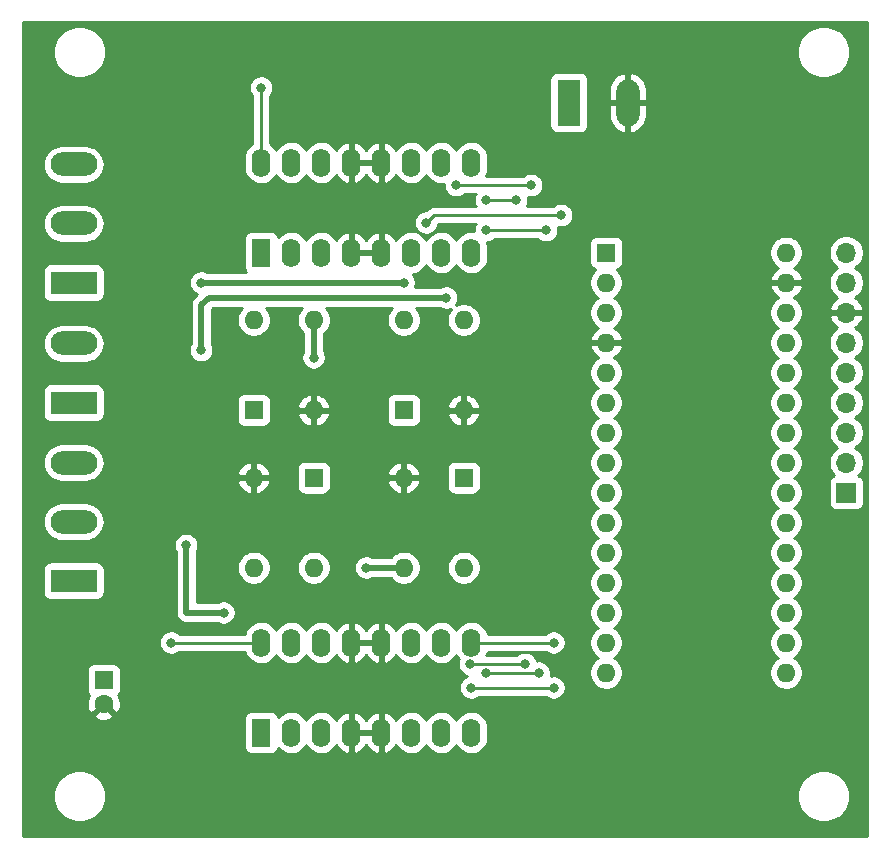
<source format=gbr>
G04 #@! TF.GenerationSoftware,KiCad,Pcbnew,5.1.5+dfsg1-2build2*
G04 #@! TF.CreationDate,2022-06-06T13:39:04+02:00*
G04 #@! TF.ProjectId,Toro_Stepper_Differential,546f726f-5f53-4746-9570-7065725f4469,rev?*
G04 #@! TF.SameCoordinates,Original*
G04 #@! TF.FileFunction,Copper,L2,Bot*
G04 #@! TF.FilePolarity,Positive*
%FSLAX46Y46*%
G04 Gerber Fmt 4.6, Leading zero omitted, Abs format (unit mm)*
G04 Created by KiCad (PCBNEW 5.1.5+dfsg1-2build2) date 2022-06-06 13:39:04*
%MOMM*%
%LPD*%
G04 APERTURE LIST*
%ADD10O,1.700000X1.700000*%
%ADD11R,1.700000X1.700000*%
%ADD12C,1.600000*%
%ADD13R,1.600000X1.600000*%
%ADD14O,1.600000X1.600000*%
%ADD15R,3.960000X1.980000*%
%ADD16O,3.960000X1.980000*%
%ADD17O,1.980000X3.960000*%
%ADD18R,1.980000X3.960000*%
%ADD19R,1.600000X2.400000*%
%ADD20O,1.600000X2.400000*%
%ADD21C,0.800000*%
%ADD22C,0.250000*%
%ADD23C,0.500000*%
%ADD24C,0.254000*%
G04 APERTURE END LIST*
D10*
X128905000Y-93980000D03*
X128905000Y-96520000D03*
X128905000Y-99060000D03*
X128905000Y-101600000D03*
X128905000Y-104140000D03*
X128905000Y-106680000D03*
X128905000Y-109220000D03*
X128905000Y-111760000D03*
D11*
X128905000Y-114300000D03*
D12*
X66040000Y-132175000D03*
D13*
X66040000Y-130175000D03*
D14*
X83820000Y-120650000D03*
X78740000Y-113030000D03*
X78740000Y-120650000D03*
D13*
X83820000Y-113030000D03*
D14*
X78740000Y-99695000D03*
X83820000Y-107315000D03*
X83820000Y-99695000D03*
D13*
X78740000Y-107315000D03*
D14*
X91440000Y-99695000D03*
X96520000Y-107315000D03*
X96520000Y-99695000D03*
D13*
X91440000Y-107315000D03*
D14*
X96520000Y-120650000D03*
X91440000Y-113030000D03*
X91440000Y-120650000D03*
D13*
X96520000Y-113030000D03*
X108585000Y-93980000D03*
D14*
X123825000Y-127000000D03*
X108585000Y-96520000D03*
X123825000Y-124460000D03*
X108585000Y-99060000D03*
X123825000Y-121920000D03*
X108585000Y-101600000D03*
X123825000Y-119380000D03*
X108585000Y-104140000D03*
X123825000Y-116840000D03*
X108585000Y-106680000D03*
X123825000Y-114300000D03*
X108585000Y-109220000D03*
X123825000Y-111760000D03*
X108585000Y-111760000D03*
X123825000Y-109220000D03*
X108585000Y-114300000D03*
X123825000Y-106680000D03*
X108585000Y-116840000D03*
X123825000Y-104140000D03*
X108585000Y-119380000D03*
X123825000Y-101600000D03*
X108585000Y-121920000D03*
X123825000Y-99060000D03*
X108585000Y-124460000D03*
X123825000Y-96520000D03*
X108585000Y-127000000D03*
X123825000Y-93980000D03*
X108585000Y-129540000D03*
X123825000Y-129540000D03*
D15*
X63500000Y-96520000D03*
D16*
X63500000Y-91520000D03*
X63500000Y-86520000D03*
D15*
X63500000Y-106680000D03*
D16*
X63500000Y-101680000D03*
X63500000Y-111760000D03*
X63500000Y-116760000D03*
D15*
X63500000Y-121760000D03*
D17*
X110410000Y-81280000D03*
D18*
X105410000Y-81280000D03*
D19*
X79375000Y-93980000D03*
D20*
X97155000Y-86360000D03*
X81915000Y-93980000D03*
X94615000Y-86360000D03*
X84455000Y-93980000D03*
X92075000Y-86360000D03*
X86995000Y-93980000D03*
X89535000Y-86360000D03*
X89535000Y-93980000D03*
X86995000Y-86360000D03*
X92075000Y-93980000D03*
X84455000Y-86360000D03*
X94615000Y-93980000D03*
X81915000Y-86360000D03*
X97155000Y-93980000D03*
X79375000Y-86360000D03*
X79375000Y-127000000D03*
X97155000Y-134620000D03*
X81915000Y-127000000D03*
X94615000Y-134620000D03*
X84455000Y-127000000D03*
X92075000Y-134620000D03*
X86995000Y-127000000D03*
X89535000Y-134620000D03*
X89535000Y-127000000D03*
X86995000Y-134620000D03*
X92075000Y-127000000D03*
X84455000Y-134620000D03*
X94615000Y-127000000D03*
X81915000Y-134620000D03*
X97155000Y-127000000D03*
D19*
X79375000Y-134620000D03*
D21*
X98425000Y-92075000D03*
X103505000Y-92075000D03*
X95885000Y-88265000D03*
X102235000Y-88265000D03*
X98425000Y-89535000D03*
X100965000Y-89535000D03*
X79375000Y-80010000D03*
X71755000Y-127000000D03*
X97064999Y-128814999D03*
X101690001Y-128814999D03*
X98425000Y-129540000D03*
X102870000Y-129540000D03*
X97155000Y-130810000D03*
X104140000Y-130810000D03*
X104140000Y-127000000D03*
X93345000Y-91440000D03*
X104775000Y-90805000D03*
X95045000Y-97790000D03*
X74295000Y-102235000D03*
X88265000Y-120650000D03*
X91440000Y-96520000D03*
X74295000Y-96520000D03*
X83820000Y-102870000D03*
X73025000Y-118745000D03*
X76200000Y-124460000D03*
D22*
X98425000Y-92075000D02*
X103505000Y-92075000D01*
X103505000Y-92075000D02*
X103505000Y-92075000D01*
X95885000Y-88265000D02*
X102235000Y-88265000D01*
X102235000Y-88265000D02*
X102235000Y-88265000D01*
X98425000Y-89535000D02*
X100965000Y-89535000D01*
X79375000Y-127000000D02*
X78325000Y-127000000D01*
X78325000Y-127000000D02*
X71755000Y-127000000D01*
X79375000Y-86360000D02*
X79375000Y-84910000D01*
X79375000Y-84910000D02*
X79375000Y-80010000D01*
X79375000Y-80010000D02*
X79375000Y-80010000D01*
X71755000Y-127000000D02*
X71755000Y-127000000D01*
X97064999Y-128814999D02*
X101690001Y-128814999D01*
X101690001Y-128814999D02*
X101690001Y-128814999D01*
X98425000Y-129540000D02*
X100965000Y-129540000D01*
X100965000Y-129540000D02*
X102870000Y-129540000D01*
X102870000Y-129540000D02*
X102870000Y-129540000D01*
X97155000Y-130810000D02*
X104140000Y-130810000D01*
X104140000Y-130810000D02*
X104140000Y-130810000D01*
X97155000Y-127000000D02*
X104140000Y-127000000D01*
X104140000Y-127000000D02*
X104140000Y-127000000D01*
X93345000Y-91440000D02*
X93980000Y-90805000D01*
X93980000Y-90805000D02*
X102870000Y-90805000D01*
X102870000Y-90805000D02*
X104775000Y-90805000D01*
X104775000Y-90805000D02*
X104775000Y-90805000D01*
D23*
X95045000Y-97790000D02*
X91494998Y-97790000D01*
X91494998Y-97790000D02*
X74930000Y-97790000D01*
X74930000Y-97790000D02*
X74295000Y-98425000D01*
X74295000Y-98425000D02*
X74295000Y-102235000D01*
X74295000Y-102235000D02*
X74295000Y-102235000D01*
X88265000Y-120650000D02*
X91440000Y-120650000D01*
X74295000Y-96520000D02*
X91440000Y-96520000D01*
X83820000Y-99695000D02*
X83820000Y-102870000D01*
X73025000Y-118745000D02*
X73025000Y-124460000D01*
X73025000Y-124460000D02*
X76200000Y-124460000D01*
D24*
G36*
X130683000Y-143383000D02*
G01*
X59182000Y-143383000D01*
X59182000Y-139779872D01*
X61765000Y-139779872D01*
X61765000Y-140220128D01*
X61850890Y-140651925D01*
X62019369Y-141058669D01*
X62263962Y-141424729D01*
X62575271Y-141736038D01*
X62941331Y-141980631D01*
X63348075Y-142149110D01*
X63779872Y-142235000D01*
X64220128Y-142235000D01*
X64651925Y-142149110D01*
X65058669Y-141980631D01*
X65424729Y-141736038D01*
X65736038Y-141424729D01*
X65980631Y-141058669D01*
X66149110Y-140651925D01*
X66235000Y-140220128D01*
X66235000Y-139779872D01*
X124765000Y-139779872D01*
X124765000Y-140220128D01*
X124850890Y-140651925D01*
X125019369Y-141058669D01*
X125263962Y-141424729D01*
X125575271Y-141736038D01*
X125941331Y-141980631D01*
X126348075Y-142149110D01*
X126779872Y-142235000D01*
X127220128Y-142235000D01*
X127651925Y-142149110D01*
X128058669Y-141980631D01*
X128424729Y-141736038D01*
X128736038Y-141424729D01*
X128980631Y-141058669D01*
X129149110Y-140651925D01*
X129235000Y-140220128D01*
X129235000Y-139779872D01*
X129149110Y-139348075D01*
X128980631Y-138941331D01*
X128736038Y-138575271D01*
X128424729Y-138263962D01*
X128058669Y-138019369D01*
X127651925Y-137850890D01*
X127220128Y-137765000D01*
X126779872Y-137765000D01*
X126348075Y-137850890D01*
X125941331Y-138019369D01*
X125575271Y-138263962D01*
X125263962Y-138575271D01*
X125019369Y-138941331D01*
X124850890Y-139348075D01*
X124765000Y-139779872D01*
X66235000Y-139779872D01*
X66149110Y-139348075D01*
X65980631Y-138941331D01*
X65736038Y-138575271D01*
X65424729Y-138263962D01*
X65058669Y-138019369D01*
X64651925Y-137850890D01*
X64220128Y-137765000D01*
X63779872Y-137765000D01*
X63348075Y-137850890D01*
X62941331Y-138019369D01*
X62575271Y-138263962D01*
X62263962Y-138575271D01*
X62019369Y-138941331D01*
X61850890Y-139348075D01*
X61765000Y-139779872D01*
X59182000Y-139779872D01*
X59182000Y-133167702D01*
X65226903Y-133167702D01*
X65298486Y-133411671D01*
X65553996Y-133532571D01*
X65828184Y-133601300D01*
X66110512Y-133615217D01*
X66390130Y-133573787D01*
X66656292Y-133478603D01*
X66765931Y-133420000D01*
X77936928Y-133420000D01*
X77936928Y-135820000D01*
X77949188Y-135944482D01*
X77985498Y-136064180D01*
X78044463Y-136174494D01*
X78123815Y-136271185D01*
X78220506Y-136350537D01*
X78330820Y-136409502D01*
X78450518Y-136445812D01*
X78575000Y-136458072D01*
X80175000Y-136458072D01*
X80299482Y-136445812D01*
X80419180Y-136409502D01*
X80529494Y-136350537D01*
X80626185Y-136271185D01*
X80705537Y-136174494D01*
X80764502Y-136064180D01*
X80800812Y-135944482D01*
X80802581Y-135926517D01*
X80895393Y-136039608D01*
X81113900Y-136218932D01*
X81363193Y-136352182D01*
X81633692Y-136434236D01*
X81915000Y-136461943D01*
X82196309Y-136434236D01*
X82466808Y-136352182D01*
X82716101Y-136218932D01*
X82934608Y-136039608D01*
X83113932Y-135821101D01*
X83185000Y-135688142D01*
X83256068Y-135821101D01*
X83435393Y-136039608D01*
X83653900Y-136218932D01*
X83903193Y-136352182D01*
X84173692Y-136434236D01*
X84455000Y-136461943D01*
X84736309Y-136434236D01*
X85006808Y-136352182D01*
X85256101Y-136218932D01*
X85474608Y-136039608D01*
X85653932Y-135821101D01*
X85722265Y-135693259D01*
X85872399Y-135922839D01*
X86070105Y-136124500D01*
X86303354Y-136283715D01*
X86563182Y-136394367D01*
X86645961Y-136411904D01*
X86868000Y-136289915D01*
X86868000Y-134747000D01*
X87122000Y-134747000D01*
X87122000Y-136289915D01*
X87344039Y-136411904D01*
X87426818Y-136394367D01*
X87686646Y-136283715D01*
X87919895Y-136124500D01*
X88117601Y-135922839D01*
X88265000Y-135697441D01*
X88412399Y-135922839D01*
X88610105Y-136124500D01*
X88843354Y-136283715D01*
X89103182Y-136394367D01*
X89185961Y-136411904D01*
X89408000Y-136289915D01*
X89408000Y-134747000D01*
X87122000Y-134747000D01*
X86868000Y-134747000D01*
X86848000Y-134747000D01*
X86848000Y-134493000D01*
X86868000Y-134493000D01*
X86868000Y-132950085D01*
X87122000Y-132950085D01*
X87122000Y-134493000D01*
X89408000Y-134493000D01*
X89408000Y-132950085D01*
X89662000Y-132950085D01*
X89662000Y-134493000D01*
X89682000Y-134493000D01*
X89682000Y-134747000D01*
X89662000Y-134747000D01*
X89662000Y-136289915D01*
X89884039Y-136411904D01*
X89966818Y-136394367D01*
X90226646Y-136283715D01*
X90459895Y-136124500D01*
X90657601Y-135922839D01*
X90807735Y-135693259D01*
X90876068Y-135821101D01*
X91055393Y-136039608D01*
X91273900Y-136218932D01*
X91523193Y-136352182D01*
X91793692Y-136434236D01*
X92075000Y-136461943D01*
X92356309Y-136434236D01*
X92626808Y-136352182D01*
X92876101Y-136218932D01*
X93094608Y-136039608D01*
X93273932Y-135821101D01*
X93345000Y-135688142D01*
X93416068Y-135821101D01*
X93595393Y-136039608D01*
X93813900Y-136218932D01*
X94063193Y-136352182D01*
X94333692Y-136434236D01*
X94615000Y-136461943D01*
X94896309Y-136434236D01*
X95166808Y-136352182D01*
X95416101Y-136218932D01*
X95634608Y-136039608D01*
X95813932Y-135821101D01*
X95885000Y-135688142D01*
X95956068Y-135821101D01*
X96135393Y-136039608D01*
X96353900Y-136218932D01*
X96603193Y-136352182D01*
X96873692Y-136434236D01*
X97155000Y-136461943D01*
X97436309Y-136434236D01*
X97706808Y-136352182D01*
X97956101Y-136218932D01*
X98174608Y-136039608D01*
X98353932Y-135821101D01*
X98487182Y-135571808D01*
X98569236Y-135301309D01*
X98590000Y-135090491D01*
X98590000Y-134149508D01*
X98569236Y-133938691D01*
X98487182Y-133668192D01*
X98353932Y-133418899D01*
X98174607Y-133200392D01*
X97956100Y-133021068D01*
X97706807Y-132887818D01*
X97436308Y-132805764D01*
X97155000Y-132778057D01*
X96873691Y-132805764D01*
X96603192Y-132887818D01*
X96353899Y-133021068D01*
X96135392Y-133200393D01*
X95956068Y-133418900D01*
X95885000Y-133551858D01*
X95813932Y-133418899D01*
X95634607Y-133200392D01*
X95416100Y-133021068D01*
X95166807Y-132887818D01*
X94896308Y-132805764D01*
X94615000Y-132778057D01*
X94333691Y-132805764D01*
X94063192Y-132887818D01*
X93813899Y-133021068D01*
X93595392Y-133200393D01*
X93416068Y-133418900D01*
X93345000Y-133551858D01*
X93273932Y-133418899D01*
X93094607Y-133200392D01*
X92876100Y-133021068D01*
X92626807Y-132887818D01*
X92356308Y-132805764D01*
X92075000Y-132778057D01*
X91793691Y-132805764D01*
X91523192Y-132887818D01*
X91273899Y-133021068D01*
X91055392Y-133200393D01*
X90876068Y-133418900D01*
X90807735Y-133546742D01*
X90657601Y-133317161D01*
X90459895Y-133115500D01*
X90226646Y-132956285D01*
X89966818Y-132845633D01*
X89884039Y-132828096D01*
X89662000Y-132950085D01*
X89408000Y-132950085D01*
X89185961Y-132828096D01*
X89103182Y-132845633D01*
X88843354Y-132956285D01*
X88610105Y-133115500D01*
X88412399Y-133317161D01*
X88265000Y-133542559D01*
X88117601Y-133317161D01*
X87919895Y-133115500D01*
X87686646Y-132956285D01*
X87426818Y-132845633D01*
X87344039Y-132828096D01*
X87122000Y-132950085D01*
X86868000Y-132950085D01*
X86645961Y-132828096D01*
X86563182Y-132845633D01*
X86303354Y-132956285D01*
X86070105Y-133115500D01*
X85872399Y-133317161D01*
X85722265Y-133546741D01*
X85653932Y-133418899D01*
X85474607Y-133200392D01*
X85256100Y-133021068D01*
X85006807Y-132887818D01*
X84736308Y-132805764D01*
X84455000Y-132778057D01*
X84173691Y-132805764D01*
X83903192Y-132887818D01*
X83653899Y-133021068D01*
X83435392Y-133200393D01*
X83256068Y-133418900D01*
X83185000Y-133551858D01*
X83113932Y-133418899D01*
X82934607Y-133200392D01*
X82716100Y-133021068D01*
X82466807Y-132887818D01*
X82196308Y-132805764D01*
X81915000Y-132778057D01*
X81633691Y-132805764D01*
X81363192Y-132887818D01*
X81113899Y-133021068D01*
X80895392Y-133200393D01*
X80802581Y-133313483D01*
X80800812Y-133295518D01*
X80764502Y-133175820D01*
X80705537Y-133065506D01*
X80626185Y-132968815D01*
X80529494Y-132889463D01*
X80419180Y-132830498D01*
X80299482Y-132794188D01*
X80175000Y-132781928D01*
X78575000Y-132781928D01*
X78450518Y-132794188D01*
X78330820Y-132830498D01*
X78220506Y-132889463D01*
X78123815Y-132968815D01*
X78044463Y-133065506D01*
X77985498Y-133175820D01*
X77949188Y-133295518D01*
X77936928Y-133420000D01*
X66765931Y-133420000D01*
X66781514Y-133411671D01*
X66853097Y-133167702D01*
X66040000Y-132354605D01*
X65226903Y-133167702D01*
X59182000Y-133167702D01*
X59182000Y-132245512D01*
X64599783Y-132245512D01*
X64641213Y-132525130D01*
X64736397Y-132791292D01*
X64803329Y-132916514D01*
X65047298Y-132988097D01*
X65860395Y-132175000D01*
X65846253Y-132160858D01*
X66025858Y-131981253D01*
X66040000Y-131995395D01*
X66054143Y-131981253D01*
X66233748Y-132160858D01*
X66219605Y-132175000D01*
X67032702Y-132988097D01*
X67276671Y-132916514D01*
X67397571Y-132661004D01*
X67466300Y-132386816D01*
X67480217Y-132104488D01*
X67438787Y-131824870D01*
X67343603Y-131558708D01*
X67278384Y-131436691D01*
X67291185Y-131426185D01*
X67370537Y-131329494D01*
X67429502Y-131219180D01*
X67465812Y-131099482D01*
X67478072Y-130975000D01*
X67478072Y-129375000D01*
X67465812Y-129250518D01*
X67429502Y-129130820D01*
X67370537Y-129020506D01*
X67291185Y-128923815D01*
X67194494Y-128844463D01*
X67084180Y-128785498D01*
X66964482Y-128749188D01*
X66840000Y-128736928D01*
X65240000Y-128736928D01*
X65115518Y-128749188D01*
X64995820Y-128785498D01*
X64885506Y-128844463D01*
X64788815Y-128923815D01*
X64709463Y-129020506D01*
X64650498Y-129130820D01*
X64614188Y-129250518D01*
X64601928Y-129375000D01*
X64601928Y-130975000D01*
X64614188Y-131099482D01*
X64650498Y-131219180D01*
X64709463Y-131329494D01*
X64788815Y-131426185D01*
X64801758Y-131436807D01*
X64682429Y-131688996D01*
X64613700Y-131963184D01*
X64599783Y-132245512D01*
X59182000Y-132245512D01*
X59182000Y-126898061D01*
X70720000Y-126898061D01*
X70720000Y-127101939D01*
X70759774Y-127301898D01*
X70837795Y-127490256D01*
X70951063Y-127659774D01*
X71095226Y-127803937D01*
X71264744Y-127917205D01*
X71453102Y-127995226D01*
X71653061Y-128035000D01*
X71856939Y-128035000D01*
X72056898Y-127995226D01*
X72245256Y-127917205D01*
X72414774Y-127803937D01*
X72458711Y-127760000D01*
X77984634Y-127760000D01*
X78042818Y-127951808D01*
X78176068Y-128201101D01*
X78355393Y-128419608D01*
X78573900Y-128598932D01*
X78823193Y-128732182D01*
X79093692Y-128814236D01*
X79375000Y-128841943D01*
X79656309Y-128814236D01*
X79926808Y-128732182D01*
X80176101Y-128598932D01*
X80394608Y-128419608D01*
X80573932Y-128201101D01*
X80645000Y-128068142D01*
X80716068Y-128201101D01*
X80895393Y-128419608D01*
X81113900Y-128598932D01*
X81363193Y-128732182D01*
X81633692Y-128814236D01*
X81915000Y-128841943D01*
X82196309Y-128814236D01*
X82466808Y-128732182D01*
X82716101Y-128598932D01*
X82934608Y-128419608D01*
X83113932Y-128201101D01*
X83185000Y-128068142D01*
X83256068Y-128201101D01*
X83435393Y-128419608D01*
X83653900Y-128598932D01*
X83903193Y-128732182D01*
X84173692Y-128814236D01*
X84455000Y-128841943D01*
X84736309Y-128814236D01*
X85006808Y-128732182D01*
X85256101Y-128598932D01*
X85474608Y-128419608D01*
X85653932Y-128201101D01*
X85722265Y-128073259D01*
X85872399Y-128302839D01*
X86070105Y-128504500D01*
X86303354Y-128663715D01*
X86563182Y-128774367D01*
X86645961Y-128791904D01*
X86868000Y-128669915D01*
X86868000Y-127127000D01*
X87122000Y-127127000D01*
X87122000Y-128669915D01*
X87344039Y-128791904D01*
X87426818Y-128774367D01*
X87686646Y-128663715D01*
X87919895Y-128504500D01*
X88117601Y-128302839D01*
X88265000Y-128077441D01*
X88412399Y-128302839D01*
X88610105Y-128504500D01*
X88843354Y-128663715D01*
X89103182Y-128774367D01*
X89185961Y-128791904D01*
X89408000Y-128669915D01*
X89408000Y-127127000D01*
X87122000Y-127127000D01*
X86868000Y-127127000D01*
X86848000Y-127127000D01*
X86848000Y-126873000D01*
X86868000Y-126873000D01*
X86868000Y-125330085D01*
X87122000Y-125330085D01*
X87122000Y-126873000D01*
X89408000Y-126873000D01*
X89408000Y-125330085D01*
X89662000Y-125330085D01*
X89662000Y-126873000D01*
X89682000Y-126873000D01*
X89682000Y-127127000D01*
X89662000Y-127127000D01*
X89662000Y-128669915D01*
X89884039Y-128791904D01*
X89966818Y-128774367D01*
X90226646Y-128663715D01*
X90459895Y-128504500D01*
X90657601Y-128302839D01*
X90807735Y-128073259D01*
X90876068Y-128201101D01*
X91055393Y-128419608D01*
X91273900Y-128598932D01*
X91523193Y-128732182D01*
X91793692Y-128814236D01*
X92075000Y-128841943D01*
X92356309Y-128814236D01*
X92626808Y-128732182D01*
X92876101Y-128598932D01*
X93094608Y-128419608D01*
X93273932Y-128201101D01*
X93345000Y-128068142D01*
X93416068Y-128201101D01*
X93595393Y-128419608D01*
X93813900Y-128598932D01*
X94063193Y-128732182D01*
X94333692Y-128814236D01*
X94615000Y-128841943D01*
X94896309Y-128814236D01*
X95166808Y-128732182D01*
X95416101Y-128598932D01*
X95634608Y-128419608D01*
X95813932Y-128201101D01*
X95885000Y-128068142D01*
X95956068Y-128201101D01*
X96117520Y-128397830D01*
X96069773Y-128513101D01*
X96029999Y-128713060D01*
X96029999Y-128916938D01*
X96069773Y-129116897D01*
X96147794Y-129305255D01*
X96261062Y-129474773D01*
X96405225Y-129618936D01*
X96574743Y-129732204D01*
X96763101Y-129810225D01*
X96831323Y-129823795D01*
X96664744Y-129892795D01*
X96495226Y-130006063D01*
X96351063Y-130150226D01*
X96237795Y-130319744D01*
X96159774Y-130508102D01*
X96120000Y-130708061D01*
X96120000Y-130911939D01*
X96159774Y-131111898D01*
X96237795Y-131300256D01*
X96351063Y-131469774D01*
X96495226Y-131613937D01*
X96664744Y-131727205D01*
X96853102Y-131805226D01*
X97053061Y-131845000D01*
X97256939Y-131845000D01*
X97456898Y-131805226D01*
X97645256Y-131727205D01*
X97814774Y-131613937D01*
X97858711Y-131570000D01*
X103436289Y-131570000D01*
X103480226Y-131613937D01*
X103649744Y-131727205D01*
X103838102Y-131805226D01*
X104038061Y-131845000D01*
X104241939Y-131845000D01*
X104441898Y-131805226D01*
X104630256Y-131727205D01*
X104799774Y-131613937D01*
X104943937Y-131469774D01*
X105057205Y-131300256D01*
X105135226Y-131111898D01*
X105175000Y-130911939D01*
X105175000Y-130708061D01*
X105135226Y-130508102D01*
X105057205Y-130319744D01*
X104943937Y-130150226D01*
X104799774Y-130006063D01*
X104630256Y-129892795D01*
X104441898Y-129814774D01*
X104241939Y-129775000D01*
X104038061Y-129775000D01*
X103871961Y-129808039D01*
X103905000Y-129641939D01*
X103905000Y-129438061D01*
X103865226Y-129238102D01*
X103787205Y-129049744D01*
X103673937Y-128880226D01*
X103529774Y-128736063D01*
X103360256Y-128622795D01*
X103171898Y-128544774D01*
X102971939Y-128505000D01*
X102768061Y-128505000D01*
X102686830Y-128521158D01*
X102685227Y-128513101D01*
X102607206Y-128324743D01*
X102493938Y-128155225D01*
X102349775Y-128011062D01*
X102180257Y-127897794D01*
X101991899Y-127819773D01*
X101791940Y-127779999D01*
X101588062Y-127779999D01*
X101388103Y-127819773D01*
X101199745Y-127897794D01*
X101030227Y-128011062D01*
X100986290Y-128054999D01*
X98432025Y-128054999D01*
X98487182Y-127951808D01*
X98545366Y-127760000D01*
X103436289Y-127760000D01*
X103480226Y-127803937D01*
X103649744Y-127917205D01*
X103838102Y-127995226D01*
X104038061Y-128035000D01*
X104241939Y-128035000D01*
X104441898Y-127995226D01*
X104630256Y-127917205D01*
X104799774Y-127803937D01*
X104943937Y-127659774D01*
X105057205Y-127490256D01*
X105135226Y-127301898D01*
X105175000Y-127101939D01*
X105175000Y-126898061D01*
X105135226Y-126698102D01*
X105057205Y-126509744D01*
X104943937Y-126340226D01*
X104799774Y-126196063D01*
X104630256Y-126082795D01*
X104441898Y-126004774D01*
X104241939Y-125965000D01*
X104038061Y-125965000D01*
X103838102Y-126004774D01*
X103649744Y-126082795D01*
X103480226Y-126196063D01*
X103436289Y-126240000D01*
X98545366Y-126240000D01*
X98487182Y-126048192D01*
X98353932Y-125798899D01*
X98174607Y-125580392D01*
X97956100Y-125401068D01*
X97706807Y-125267818D01*
X97436308Y-125185764D01*
X97155000Y-125158057D01*
X96873691Y-125185764D01*
X96603192Y-125267818D01*
X96353899Y-125401068D01*
X96135392Y-125580393D01*
X95956068Y-125798900D01*
X95885000Y-125931858D01*
X95813932Y-125798899D01*
X95634607Y-125580392D01*
X95416100Y-125401068D01*
X95166807Y-125267818D01*
X94896308Y-125185764D01*
X94615000Y-125158057D01*
X94333691Y-125185764D01*
X94063192Y-125267818D01*
X93813899Y-125401068D01*
X93595392Y-125580393D01*
X93416068Y-125798900D01*
X93345000Y-125931858D01*
X93273932Y-125798899D01*
X93094607Y-125580392D01*
X92876100Y-125401068D01*
X92626807Y-125267818D01*
X92356308Y-125185764D01*
X92075000Y-125158057D01*
X91793691Y-125185764D01*
X91523192Y-125267818D01*
X91273899Y-125401068D01*
X91055392Y-125580393D01*
X90876068Y-125798900D01*
X90807735Y-125926742D01*
X90657601Y-125697161D01*
X90459895Y-125495500D01*
X90226646Y-125336285D01*
X89966818Y-125225633D01*
X89884039Y-125208096D01*
X89662000Y-125330085D01*
X89408000Y-125330085D01*
X89185961Y-125208096D01*
X89103182Y-125225633D01*
X88843354Y-125336285D01*
X88610105Y-125495500D01*
X88412399Y-125697161D01*
X88265000Y-125922559D01*
X88117601Y-125697161D01*
X87919895Y-125495500D01*
X87686646Y-125336285D01*
X87426818Y-125225633D01*
X87344039Y-125208096D01*
X87122000Y-125330085D01*
X86868000Y-125330085D01*
X86645961Y-125208096D01*
X86563182Y-125225633D01*
X86303354Y-125336285D01*
X86070105Y-125495500D01*
X85872399Y-125697161D01*
X85722265Y-125926741D01*
X85653932Y-125798899D01*
X85474607Y-125580392D01*
X85256100Y-125401068D01*
X85006807Y-125267818D01*
X84736308Y-125185764D01*
X84455000Y-125158057D01*
X84173691Y-125185764D01*
X83903192Y-125267818D01*
X83653899Y-125401068D01*
X83435392Y-125580393D01*
X83256068Y-125798900D01*
X83185000Y-125931858D01*
X83113932Y-125798899D01*
X82934607Y-125580392D01*
X82716100Y-125401068D01*
X82466807Y-125267818D01*
X82196308Y-125185764D01*
X81915000Y-125158057D01*
X81633691Y-125185764D01*
X81363192Y-125267818D01*
X81113899Y-125401068D01*
X80895392Y-125580393D01*
X80716068Y-125798900D01*
X80645000Y-125931858D01*
X80573932Y-125798899D01*
X80394607Y-125580392D01*
X80176100Y-125401068D01*
X79926807Y-125267818D01*
X79656308Y-125185764D01*
X79375000Y-125158057D01*
X79093691Y-125185764D01*
X78823192Y-125267818D01*
X78573899Y-125401068D01*
X78355392Y-125580393D01*
X78176068Y-125798900D01*
X78042818Y-126048193D01*
X77984635Y-126240000D01*
X72458711Y-126240000D01*
X72414774Y-126196063D01*
X72245256Y-126082795D01*
X72056898Y-126004774D01*
X71856939Y-125965000D01*
X71653061Y-125965000D01*
X71453102Y-126004774D01*
X71264744Y-126082795D01*
X71095226Y-126196063D01*
X70951063Y-126340226D01*
X70837795Y-126509744D01*
X70759774Y-126698102D01*
X70720000Y-126898061D01*
X59182000Y-126898061D01*
X59182000Y-120770000D01*
X60881928Y-120770000D01*
X60881928Y-122750000D01*
X60894188Y-122874482D01*
X60930498Y-122994180D01*
X60989463Y-123104494D01*
X61068815Y-123201185D01*
X61165506Y-123280537D01*
X61275820Y-123339502D01*
X61395518Y-123375812D01*
X61520000Y-123388072D01*
X65480000Y-123388072D01*
X65604482Y-123375812D01*
X65724180Y-123339502D01*
X65834494Y-123280537D01*
X65931185Y-123201185D01*
X66010537Y-123104494D01*
X66069502Y-122994180D01*
X66105812Y-122874482D01*
X66118072Y-122750000D01*
X66118072Y-120770000D01*
X66105812Y-120645518D01*
X66069502Y-120525820D01*
X66010537Y-120415506D01*
X65931185Y-120318815D01*
X65834494Y-120239463D01*
X65724180Y-120180498D01*
X65604482Y-120144188D01*
X65480000Y-120131928D01*
X61520000Y-120131928D01*
X61395518Y-120144188D01*
X61275820Y-120180498D01*
X61165506Y-120239463D01*
X61068815Y-120318815D01*
X60989463Y-120415506D01*
X60930498Y-120525820D01*
X60894188Y-120645518D01*
X60881928Y-120770000D01*
X59182000Y-120770000D01*
X59182000Y-118643061D01*
X71990000Y-118643061D01*
X71990000Y-118846939D01*
X72029774Y-119046898D01*
X72107795Y-119235256D01*
X72140000Y-119283454D01*
X72140001Y-124416513D01*
X72135718Y-124460000D01*
X72152805Y-124633490D01*
X72203411Y-124800313D01*
X72285589Y-124954059D01*
X72396183Y-125088817D01*
X72530941Y-125199411D01*
X72684687Y-125281589D01*
X72851510Y-125332195D01*
X72981523Y-125345000D01*
X72981524Y-125345000D01*
X73025000Y-125349282D01*
X73068477Y-125345000D01*
X75661546Y-125345000D01*
X75709744Y-125377205D01*
X75898102Y-125455226D01*
X76098061Y-125495000D01*
X76301939Y-125495000D01*
X76501898Y-125455226D01*
X76690256Y-125377205D01*
X76859774Y-125263937D01*
X77003937Y-125119774D01*
X77117205Y-124950256D01*
X77195226Y-124761898D01*
X77235000Y-124561939D01*
X77235000Y-124358061D01*
X77195226Y-124158102D01*
X77117205Y-123969744D01*
X77003937Y-123800226D01*
X76859774Y-123656063D01*
X76690256Y-123542795D01*
X76501898Y-123464774D01*
X76301939Y-123425000D01*
X76098061Y-123425000D01*
X75898102Y-123464774D01*
X75709744Y-123542795D01*
X75661546Y-123575000D01*
X73910000Y-123575000D01*
X73910000Y-120508665D01*
X77305000Y-120508665D01*
X77305000Y-120791335D01*
X77360147Y-121068574D01*
X77468320Y-121329727D01*
X77625363Y-121564759D01*
X77825241Y-121764637D01*
X78060273Y-121921680D01*
X78321426Y-122029853D01*
X78598665Y-122085000D01*
X78881335Y-122085000D01*
X79158574Y-122029853D01*
X79419727Y-121921680D01*
X79654759Y-121764637D01*
X79854637Y-121564759D01*
X80011680Y-121329727D01*
X80119853Y-121068574D01*
X80175000Y-120791335D01*
X80175000Y-120508665D01*
X82385000Y-120508665D01*
X82385000Y-120791335D01*
X82440147Y-121068574D01*
X82548320Y-121329727D01*
X82705363Y-121564759D01*
X82905241Y-121764637D01*
X83140273Y-121921680D01*
X83401426Y-122029853D01*
X83678665Y-122085000D01*
X83961335Y-122085000D01*
X84238574Y-122029853D01*
X84499727Y-121921680D01*
X84734759Y-121764637D01*
X84934637Y-121564759D01*
X85091680Y-121329727D01*
X85199853Y-121068574D01*
X85255000Y-120791335D01*
X85255000Y-120548061D01*
X87230000Y-120548061D01*
X87230000Y-120751939D01*
X87269774Y-120951898D01*
X87347795Y-121140256D01*
X87461063Y-121309774D01*
X87605226Y-121453937D01*
X87774744Y-121567205D01*
X87963102Y-121645226D01*
X88163061Y-121685000D01*
X88366939Y-121685000D01*
X88566898Y-121645226D01*
X88755256Y-121567205D01*
X88803454Y-121535000D01*
X90305479Y-121535000D01*
X90325363Y-121564759D01*
X90525241Y-121764637D01*
X90760273Y-121921680D01*
X91021426Y-122029853D01*
X91298665Y-122085000D01*
X91581335Y-122085000D01*
X91858574Y-122029853D01*
X92119727Y-121921680D01*
X92354759Y-121764637D01*
X92554637Y-121564759D01*
X92711680Y-121329727D01*
X92819853Y-121068574D01*
X92875000Y-120791335D01*
X92875000Y-120508665D01*
X95085000Y-120508665D01*
X95085000Y-120791335D01*
X95140147Y-121068574D01*
X95248320Y-121329727D01*
X95405363Y-121564759D01*
X95605241Y-121764637D01*
X95840273Y-121921680D01*
X96101426Y-122029853D01*
X96378665Y-122085000D01*
X96661335Y-122085000D01*
X96938574Y-122029853D01*
X97199727Y-121921680D01*
X97434759Y-121764637D01*
X97634637Y-121564759D01*
X97791680Y-121329727D01*
X97899853Y-121068574D01*
X97955000Y-120791335D01*
X97955000Y-120508665D01*
X97899853Y-120231426D01*
X97791680Y-119970273D01*
X97634637Y-119735241D01*
X97434759Y-119535363D01*
X97199727Y-119378320D01*
X96938574Y-119270147D01*
X96661335Y-119215000D01*
X96378665Y-119215000D01*
X96101426Y-119270147D01*
X95840273Y-119378320D01*
X95605241Y-119535363D01*
X95405363Y-119735241D01*
X95248320Y-119970273D01*
X95140147Y-120231426D01*
X95085000Y-120508665D01*
X92875000Y-120508665D01*
X92819853Y-120231426D01*
X92711680Y-119970273D01*
X92554637Y-119735241D01*
X92354759Y-119535363D01*
X92119727Y-119378320D01*
X91858574Y-119270147D01*
X91581335Y-119215000D01*
X91298665Y-119215000D01*
X91021426Y-119270147D01*
X90760273Y-119378320D01*
X90525241Y-119535363D01*
X90325363Y-119735241D01*
X90305479Y-119765000D01*
X88803454Y-119765000D01*
X88755256Y-119732795D01*
X88566898Y-119654774D01*
X88366939Y-119615000D01*
X88163061Y-119615000D01*
X87963102Y-119654774D01*
X87774744Y-119732795D01*
X87605226Y-119846063D01*
X87461063Y-119990226D01*
X87347795Y-120159744D01*
X87269774Y-120348102D01*
X87230000Y-120548061D01*
X85255000Y-120548061D01*
X85255000Y-120508665D01*
X85199853Y-120231426D01*
X85091680Y-119970273D01*
X84934637Y-119735241D01*
X84734759Y-119535363D01*
X84499727Y-119378320D01*
X84238574Y-119270147D01*
X83961335Y-119215000D01*
X83678665Y-119215000D01*
X83401426Y-119270147D01*
X83140273Y-119378320D01*
X82905241Y-119535363D01*
X82705363Y-119735241D01*
X82548320Y-119970273D01*
X82440147Y-120231426D01*
X82385000Y-120508665D01*
X80175000Y-120508665D01*
X80119853Y-120231426D01*
X80011680Y-119970273D01*
X79854637Y-119735241D01*
X79654759Y-119535363D01*
X79419727Y-119378320D01*
X79158574Y-119270147D01*
X78881335Y-119215000D01*
X78598665Y-119215000D01*
X78321426Y-119270147D01*
X78060273Y-119378320D01*
X77825241Y-119535363D01*
X77625363Y-119735241D01*
X77468320Y-119970273D01*
X77360147Y-120231426D01*
X77305000Y-120508665D01*
X73910000Y-120508665D01*
X73910000Y-119283454D01*
X73942205Y-119235256D01*
X74020226Y-119046898D01*
X74060000Y-118846939D01*
X74060000Y-118643061D01*
X74020226Y-118443102D01*
X73942205Y-118254744D01*
X73828937Y-118085226D01*
X73684774Y-117941063D01*
X73515256Y-117827795D01*
X73326898Y-117749774D01*
X73126939Y-117710000D01*
X72923061Y-117710000D01*
X72723102Y-117749774D01*
X72534744Y-117827795D01*
X72365226Y-117941063D01*
X72221063Y-118085226D01*
X72107795Y-118254744D01*
X72029774Y-118443102D01*
X71990000Y-118643061D01*
X59182000Y-118643061D01*
X59182000Y-116760000D01*
X60877138Y-116760000D01*
X60908513Y-117078556D01*
X61001432Y-117384869D01*
X61152325Y-117667170D01*
X61355392Y-117914608D01*
X61602830Y-118117675D01*
X61885131Y-118268568D01*
X62191444Y-118361487D01*
X62430176Y-118385000D01*
X64569824Y-118385000D01*
X64808556Y-118361487D01*
X65114869Y-118268568D01*
X65397170Y-118117675D01*
X65644608Y-117914608D01*
X65847675Y-117667170D01*
X65998568Y-117384869D01*
X66091487Y-117078556D01*
X66122862Y-116760000D01*
X66091487Y-116441444D01*
X65998568Y-116135131D01*
X65847675Y-115852830D01*
X65644608Y-115605392D01*
X65397170Y-115402325D01*
X65114869Y-115251432D01*
X64808556Y-115158513D01*
X64569824Y-115135000D01*
X62430176Y-115135000D01*
X62191444Y-115158513D01*
X61885131Y-115251432D01*
X61602830Y-115402325D01*
X61355392Y-115605392D01*
X61152325Y-115852830D01*
X61001432Y-116135131D01*
X60908513Y-116441444D01*
X60877138Y-116760000D01*
X59182000Y-116760000D01*
X59182000Y-111760000D01*
X60877138Y-111760000D01*
X60908513Y-112078556D01*
X61001432Y-112384869D01*
X61152325Y-112667170D01*
X61355392Y-112914608D01*
X61602830Y-113117675D01*
X61885131Y-113268568D01*
X62191444Y-113361487D01*
X62430176Y-113385000D01*
X64569824Y-113385000D01*
X64630337Y-113379040D01*
X77348091Y-113379040D01*
X77442930Y-113643881D01*
X77587615Y-113885131D01*
X77776586Y-114093519D01*
X78002580Y-114261037D01*
X78256913Y-114381246D01*
X78390961Y-114421904D01*
X78613000Y-114299915D01*
X78613000Y-113157000D01*
X78867000Y-113157000D01*
X78867000Y-114299915D01*
X79089039Y-114421904D01*
X79223087Y-114381246D01*
X79477420Y-114261037D01*
X79703414Y-114093519D01*
X79892385Y-113885131D01*
X80037070Y-113643881D01*
X80131909Y-113379040D01*
X80010624Y-113157000D01*
X78867000Y-113157000D01*
X78613000Y-113157000D01*
X77469376Y-113157000D01*
X77348091Y-113379040D01*
X64630337Y-113379040D01*
X64808556Y-113361487D01*
X65114869Y-113268568D01*
X65397170Y-113117675D01*
X65644608Y-112914608D01*
X65836357Y-112680960D01*
X77348091Y-112680960D01*
X77469376Y-112903000D01*
X78613000Y-112903000D01*
X78613000Y-111760085D01*
X78867000Y-111760085D01*
X78867000Y-112903000D01*
X80010624Y-112903000D01*
X80131909Y-112680960D01*
X80037070Y-112416119D01*
X79925449Y-112230000D01*
X82381928Y-112230000D01*
X82381928Y-113830000D01*
X82394188Y-113954482D01*
X82430498Y-114074180D01*
X82489463Y-114184494D01*
X82568815Y-114281185D01*
X82665506Y-114360537D01*
X82775820Y-114419502D01*
X82895518Y-114455812D01*
X83020000Y-114468072D01*
X84620000Y-114468072D01*
X84744482Y-114455812D01*
X84864180Y-114419502D01*
X84974494Y-114360537D01*
X85071185Y-114281185D01*
X85150537Y-114184494D01*
X85209502Y-114074180D01*
X85245812Y-113954482D01*
X85258072Y-113830000D01*
X85258072Y-113379040D01*
X90048091Y-113379040D01*
X90142930Y-113643881D01*
X90287615Y-113885131D01*
X90476586Y-114093519D01*
X90702580Y-114261037D01*
X90956913Y-114381246D01*
X91090961Y-114421904D01*
X91313000Y-114299915D01*
X91313000Y-113157000D01*
X91567000Y-113157000D01*
X91567000Y-114299915D01*
X91789039Y-114421904D01*
X91923087Y-114381246D01*
X92177420Y-114261037D01*
X92403414Y-114093519D01*
X92592385Y-113885131D01*
X92737070Y-113643881D01*
X92831909Y-113379040D01*
X92710624Y-113157000D01*
X91567000Y-113157000D01*
X91313000Y-113157000D01*
X90169376Y-113157000D01*
X90048091Y-113379040D01*
X85258072Y-113379040D01*
X85258072Y-112680960D01*
X90048091Y-112680960D01*
X90169376Y-112903000D01*
X91313000Y-112903000D01*
X91313000Y-111760085D01*
X91567000Y-111760085D01*
X91567000Y-112903000D01*
X92710624Y-112903000D01*
X92831909Y-112680960D01*
X92737070Y-112416119D01*
X92625449Y-112230000D01*
X95081928Y-112230000D01*
X95081928Y-113830000D01*
X95094188Y-113954482D01*
X95130498Y-114074180D01*
X95189463Y-114184494D01*
X95268815Y-114281185D01*
X95365506Y-114360537D01*
X95475820Y-114419502D01*
X95595518Y-114455812D01*
X95720000Y-114468072D01*
X97320000Y-114468072D01*
X97444482Y-114455812D01*
X97564180Y-114419502D01*
X97674494Y-114360537D01*
X97771185Y-114281185D01*
X97850537Y-114184494D01*
X97909502Y-114074180D01*
X97945812Y-113954482D01*
X97958072Y-113830000D01*
X97958072Y-112230000D01*
X97945812Y-112105518D01*
X97909502Y-111985820D01*
X97850537Y-111875506D01*
X97771185Y-111778815D01*
X97674494Y-111699463D01*
X97564180Y-111640498D01*
X97444482Y-111604188D01*
X97320000Y-111591928D01*
X95720000Y-111591928D01*
X95595518Y-111604188D01*
X95475820Y-111640498D01*
X95365506Y-111699463D01*
X95268815Y-111778815D01*
X95189463Y-111875506D01*
X95130498Y-111985820D01*
X95094188Y-112105518D01*
X95081928Y-112230000D01*
X92625449Y-112230000D01*
X92592385Y-112174869D01*
X92403414Y-111966481D01*
X92177420Y-111798963D01*
X91923087Y-111678754D01*
X91789039Y-111638096D01*
X91567000Y-111760085D01*
X91313000Y-111760085D01*
X91090961Y-111638096D01*
X90956913Y-111678754D01*
X90702580Y-111798963D01*
X90476586Y-111966481D01*
X90287615Y-112174869D01*
X90142930Y-112416119D01*
X90048091Y-112680960D01*
X85258072Y-112680960D01*
X85258072Y-112230000D01*
X85245812Y-112105518D01*
X85209502Y-111985820D01*
X85150537Y-111875506D01*
X85071185Y-111778815D01*
X84974494Y-111699463D01*
X84864180Y-111640498D01*
X84744482Y-111604188D01*
X84620000Y-111591928D01*
X83020000Y-111591928D01*
X82895518Y-111604188D01*
X82775820Y-111640498D01*
X82665506Y-111699463D01*
X82568815Y-111778815D01*
X82489463Y-111875506D01*
X82430498Y-111985820D01*
X82394188Y-112105518D01*
X82381928Y-112230000D01*
X79925449Y-112230000D01*
X79892385Y-112174869D01*
X79703414Y-111966481D01*
X79477420Y-111798963D01*
X79223087Y-111678754D01*
X79089039Y-111638096D01*
X78867000Y-111760085D01*
X78613000Y-111760085D01*
X78390961Y-111638096D01*
X78256913Y-111678754D01*
X78002580Y-111798963D01*
X77776586Y-111966481D01*
X77587615Y-112174869D01*
X77442930Y-112416119D01*
X77348091Y-112680960D01*
X65836357Y-112680960D01*
X65847675Y-112667170D01*
X65998568Y-112384869D01*
X66091487Y-112078556D01*
X66122862Y-111760000D01*
X66091487Y-111441444D01*
X65998568Y-111135131D01*
X65847675Y-110852830D01*
X65644608Y-110605392D01*
X65397170Y-110402325D01*
X65114869Y-110251432D01*
X64808556Y-110158513D01*
X64569824Y-110135000D01*
X62430176Y-110135000D01*
X62191444Y-110158513D01*
X61885131Y-110251432D01*
X61602830Y-110402325D01*
X61355392Y-110605392D01*
X61152325Y-110852830D01*
X61001432Y-111135131D01*
X60908513Y-111441444D01*
X60877138Y-111760000D01*
X59182000Y-111760000D01*
X59182000Y-105690000D01*
X60881928Y-105690000D01*
X60881928Y-107670000D01*
X60894188Y-107794482D01*
X60930498Y-107914180D01*
X60989463Y-108024494D01*
X61068815Y-108121185D01*
X61165506Y-108200537D01*
X61275820Y-108259502D01*
X61395518Y-108295812D01*
X61520000Y-108308072D01*
X65480000Y-108308072D01*
X65604482Y-108295812D01*
X65724180Y-108259502D01*
X65834494Y-108200537D01*
X65931185Y-108121185D01*
X66010537Y-108024494D01*
X66069502Y-107914180D01*
X66105812Y-107794482D01*
X66118072Y-107670000D01*
X66118072Y-106515000D01*
X77301928Y-106515000D01*
X77301928Y-108115000D01*
X77314188Y-108239482D01*
X77350498Y-108359180D01*
X77409463Y-108469494D01*
X77488815Y-108566185D01*
X77585506Y-108645537D01*
X77695820Y-108704502D01*
X77815518Y-108740812D01*
X77940000Y-108753072D01*
X79540000Y-108753072D01*
X79664482Y-108740812D01*
X79784180Y-108704502D01*
X79894494Y-108645537D01*
X79991185Y-108566185D01*
X80070537Y-108469494D01*
X80129502Y-108359180D01*
X80165812Y-108239482D01*
X80178072Y-108115000D01*
X80178072Y-107664040D01*
X82428091Y-107664040D01*
X82522930Y-107928881D01*
X82667615Y-108170131D01*
X82856586Y-108378519D01*
X83082580Y-108546037D01*
X83336913Y-108666246D01*
X83470961Y-108706904D01*
X83693000Y-108584915D01*
X83693000Y-107442000D01*
X83947000Y-107442000D01*
X83947000Y-108584915D01*
X84169039Y-108706904D01*
X84303087Y-108666246D01*
X84557420Y-108546037D01*
X84783414Y-108378519D01*
X84972385Y-108170131D01*
X85117070Y-107928881D01*
X85211909Y-107664040D01*
X85090624Y-107442000D01*
X83947000Y-107442000D01*
X83693000Y-107442000D01*
X82549376Y-107442000D01*
X82428091Y-107664040D01*
X80178072Y-107664040D01*
X80178072Y-106965960D01*
X82428091Y-106965960D01*
X82549376Y-107188000D01*
X83693000Y-107188000D01*
X83693000Y-106045085D01*
X83947000Y-106045085D01*
X83947000Y-107188000D01*
X85090624Y-107188000D01*
X85211909Y-106965960D01*
X85117070Y-106701119D01*
X85005449Y-106515000D01*
X90001928Y-106515000D01*
X90001928Y-108115000D01*
X90014188Y-108239482D01*
X90050498Y-108359180D01*
X90109463Y-108469494D01*
X90188815Y-108566185D01*
X90285506Y-108645537D01*
X90395820Y-108704502D01*
X90515518Y-108740812D01*
X90640000Y-108753072D01*
X92240000Y-108753072D01*
X92364482Y-108740812D01*
X92484180Y-108704502D01*
X92594494Y-108645537D01*
X92691185Y-108566185D01*
X92770537Y-108469494D01*
X92829502Y-108359180D01*
X92865812Y-108239482D01*
X92878072Y-108115000D01*
X92878072Y-107664040D01*
X95128091Y-107664040D01*
X95222930Y-107928881D01*
X95367615Y-108170131D01*
X95556586Y-108378519D01*
X95782580Y-108546037D01*
X96036913Y-108666246D01*
X96170961Y-108706904D01*
X96393000Y-108584915D01*
X96393000Y-107442000D01*
X96647000Y-107442000D01*
X96647000Y-108584915D01*
X96869039Y-108706904D01*
X97003087Y-108666246D01*
X97257420Y-108546037D01*
X97483414Y-108378519D01*
X97672385Y-108170131D01*
X97817070Y-107928881D01*
X97911909Y-107664040D01*
X97790624Y-107442000D01*
X96647000Y-107442000D01*
X96393000Y-107442000D01*
X95249376Y-107442000D01*
X95128091Y-107664040D01*
X92878072Y-107664040D01*
X92878072Y-106965960D01*
X95128091Y-106965960D01*
X95249376Y-107188000D01*
X96393000Y-107188000D01*
X96393000Y-106045085D01*
X96647000Y-106045085D01*
X96647000Y-107188000D01*
X97790624Y-107188000D01*
X97911909Y-106965960D01*
X97817070Y-106701119D01*
X97672385Y-106459869D01*
X97483414Y-106251481D01*
X97257420Y-106083963D01*
X97003087Y-105963754D01*
X96869039Y-105923096D01*
X96647000Y-106045085D01*
X96393000Y-106045085D01*
X96170961Y-105923096D01*
X96036913Y-105963754D01*
X95782580Y-106083963D01*
X95556586Y-106251481D01*
X95367615Y-106459869D01*
X95222930Y-106701119D01*
X95128091Y-106965960D01*
X92878072Y-106965960D01*
X92878072Y-106515000D01*
X92865812Y-106390518D01*
X92829502Y-106270820D01*
X92770537Y-106160506D01*
X92691185Y-106063815D01*
X92594494Y-105984463D01*
X92484180Y-105925498D01*
X92364482Y-105889188D01*
X92240000Y-105876928D01*
X90640000Y-105876928D01*
X90515518Y-105889188D01*
X90395820Y-105925498D01*
X90285506Y-105984463D01*
X90188815Y-106063815D01*
X90109463Y-106160506D01*
X90050498Y-106270820D01*
X90014188Y-106390518D01*
X90001928Y-106515000D01*
X85005449Y-106515000D01*
X84972385Y-106459869D01*
X84783414Y-106251481D01*
X84557420Y-106083963D01*
X84303087Y-105963754D01*
X84169039Y-105923096D01*
X83947000Y-106045085D01*
X83693000Y-106045085D01*
X83470961Y-105923096D01*
X83336913Y-105963754D01*
X83082580Y-106083963D01*
X82856586Y-106251481D01*
X82667615Y-106459869D01*
X82522930Y-106701119D01*
X82428091Y-106965960D01*
X80178072Y-106965960D01*
X80178072Y-106515000D01*
X80165812Y-106390518D01*
X80129502Y-106270820D01*
X80070537Y-106160506D01*
X79991185Y-106063815D01*
X79894494Y-105984463D01*
X79784180Y-105925498D01*
X79664482Y-105889188D01*
X79540000Y-105876928D01*
X77940000Y-105876928D01*
X77815518Y-105889188D01*
X77695820Y-105925498D01*
X77585506Y-105984463D01*
X77488815Y-106063815D01*
X77409463Y-106160506D01*
X77350498Y-106270820D01*
X77314188Y-106390518D01*
X77301928Y-106515000D01*
X66118072Y-106515000D01*
X66118072Y-105690000D01*
X66105812Y-105565518D01*
X66069502Y-105445820D01*
X66010537Y-105335506D01*
X65931185Y-105238815D01*
X65834494Y-105159463D01*
X65724180Y-105100498D01*
X65604482Y-105064188D01*
X65480000Y-105051928D01*
X61520000Y-105051928D01*
X61395518Y-105064188D01*
X61275820Y-105100498D01*
X61165506Y-105159463D01*
X61068815Y-105238815D01*
X60989463Y-105335506D01*
X60930498Y-105445820D01*
X60894188Y-105565518D01*
X60881928Y-105690000D01*
X59182000Y-105690000D01*
X59182000Y-103998665D01*
X107150000Y-103998665D01*
X107150000Y-104281335D01*
X107205147Y-104558574D01*
X107313320Y-104819727D01*
X107470363Y-105054759D01*
X107670241Y-105254637D01*
X107902759Y-105410000D01*
X107670241Y-105565363D01*
X107470363Y-105765241D01*
X107313320Y-106000273D01*
X107205147Y-106261426D01*
X107150000Y-106538665D01*
X107150000Y-106821335D01*
X107205147Y-107098574D01*
X107313320Y-107359727D01*
X107470363Y-107594759D01*
X107670241Y-107794637D01*
X107902759Y-107950000D01*
X107670241Y-108105363D01*
X107470363Y-108305241D01*
X107313320Y-108540273D01*
X107205147Y-108801426D01*
X107150000Y-109078665D01*
X107150000Y-109361335D01*
X107205147Y-109638574D01*
X107313320Y-109899727D01*
X107470363Y-110134759D01*
X107670241Y-110334637D01*
X107902759Y-110490000D01*
X107670241Y-110645363D01*
X107470363Y-110845241D01*
X107313320Y-111080273D01*
X107205147Y-111341426D01*
X107150000Y-111618665D01*
X107150000Y-111901335D01*
X107205147Y-112178574D01*
X107313320Y-112439727D01*
X107470363Y-112674759D01*
X107670241Y-112874637D01*
X107902759Y-113030000D01*
X107670241Y-113185363D01*
X107470363Y-113385241D01*
X107313320Y-113620273D01*
X107205147Y-113881426D01*
X107150000Y-114158665D01*
X107150000Y-114441335D01*
X107205147Y-114718574D01*
X107313320Y-114979727D01*
X107470363Y-115214759D01*
X107670241Y-115414637D01*
X107902759Y-115570000D01*
X107670241Y-115725363D01*
X107470363Y-115925241D01*
X107313320Y-116160273D01*
X107205147Y-116421426D01*
X107150000Y-116698665D01*
X107150000Y-116981335D01*
X107205147Y-117258574D01*
X107313320Y-117519727D01*
X107470363Y-117754759D01*
X107670241Y-117954637D01*
X107902759Y-118110000D01*
X107670241Y-118265363D01*
X107470363Y-118465241D01*
X107313320Y-118700273D01*
X107205147Y-118961426D01*
X107150000Y-119238665D01*
X107150000Y-119521335D01*
X107205147Y-119798574D01*
X107313320Y-120059727D01*
X107470363Y-120294759D01*
X107670241Y-120494637D01*
X107902759Y-120650000D01*
X107670241Y-120805363D01*
X107470363Y-121005241D01*
X107313320Y-121240273D01*
X107205147Y-121501426D01*
X107150000Y-121778665D01*
X107150000Y-122061335D01*
X107205147Y-122338574D01*
X107313320Y-122599727D01*
X107470363Y-122834759D01*
X107670241Y-123034637D01*
X107902759Y-123190000D01*
X107670241Y-123345363D01*
X107470363Y-123545241D01*
X107313320Y-123780273D01*
X107205147Y-124041426D01*
X107150000Y-124318665D01*
X107150000Y-124601335D01*
X107205147Y-124878574D01*
X107313320Y-125139727D01*
X107470363Y-125374759D01*
X107670241Y-125574637D01*
X107902759Y-125730000D01*
X107670241Y-125885363D01*
X107470363Y-126085241D01*
X107313320Y-126320273D01*
X107205147Y-126581426D01*
X107150000Y-126858665D01*
X107150000Y-127141335D01*
X107205147Y-127418574D01*
X107313320Y-127679727D01*
X107470363Y-127914759D01*
X107670241Y-128114637D01*
X107902759Y-128270000D01*
X107670241Y-128425363D01*
X107470363Y-128625241D01*
X107313320Y-128860273D01*
X107205147Y-129121426D01*
X107150000Y-129398665D01*
X107150000Y-129681335D01*
X107205147Y-129958574D01*
X107313320Y-130219727D01*
X107470363Y-130454759D01*
X107670241Y-130654637D01*
X107905273Y-130811680D01*
X108166426Y-130919853D01*
X108443665Y-130975000D01*
X108726335Y-130975000D01*
X109003574Y-130919853D01*
X109264727Y-130811680D01*
X109499759Y-130654637D01*
X109699637Y-130454759D01*
X109856680Y-130219727D01*
X109964853Y-129958574D01*
X110020000Y-129681335D01*
X110020000Y-129398665D01*
X109964853Y-129121426D01*
X109856680Y-128860273D01*
X109699637Y-128625241D01*
X109499759Y-128425363D01*
X109267241Y-128270000D01*
X109499759Y-128114637D01*
X109699637Y-127914759D01*
X109856680Y-127679727D01*
X109964853Y-127418574D01*
X110020000Y-127141335D01*
X110020000Y-126858665D01*
X109964853Y-126581426D01*
X109856680Y-126320273D01*
X109699637Y-126085241D01*
X109499759Y-125885363D01*
X109267241Y-125730000D01*
X109499759Y-125574637D01*
X109699637Y-125374759D01*
X109856680Y-125139727D01*
X109964853Y-124878574D01*
X110020000Y-124601335D01*
X110020000Y-124318665D01*
X109964853Y-124041426D01*
X109856680Y-123780273D01*
X109699637Y-123545241D01*
X109499759Y-123345363D01*
X109267241Y-123190000D01*
X109499759Y-123034637D01*
X109699637Y-122834759D01*
X109856680Y-122599727D01*
X109964853Y-122338574D01*
X110020000Y-122061335D01*
X110020000Y-121778665D01*
X109964853Y-121501426D01*
X109856680Y-121240273D01*
X109699637Y-121005241D01*
X109499759Y-120805363D01*
X109267241Y-120650000D01*
X109499759Y-120494637D01*
X109699637Y-120294759D01*
X109856680Y-120059727D01*
X109964853Y-119798574D01*
X110020000Y-119521335D01*
X110020000Y-119238665D01*
X109964853Y-118961426D01*
X109856680Y-118700273D01*
X109699637Y-118465241D01*
X109499759Y-118265363D01*
X109267241Y-118110000D01*
X109499759Y-117954637D01*
X109699637Y-117754759D01*
X109856680Y-117519727D01*
X109964853Y-117258574D01*
X110020000Y-116981335D01*
X110020000Y-116698665D01*
X109964853Y-116421426D01*
X109856680Y-116160273D01*
X109699637Y-115925241D01*
X109499759Y-115725363D01*
X109267241Y-115570000D01*
X109499759Y-115414637D01*
X109699637Y-115214759D01*
X109856680Y-114979727D01*
X109964853Y-114718574D01*
X110020000Y-114441335D01*
X110020000Y-114158665D01*
X109964853Y-113881426D01*
X109856680Y-113620273D01*
X109699637Y-113385241D01*
X109499759Y-113185363D01*
X109267241Y-113030000D01*
X109499759Y-112874637D01*
X109699637Y-112674759D01*
X109856680Y-112439727D01*
X109964853Y-112178574D01*
X110020000Y-111901335D01*
X110020000Y-111618665D01*
X109964853Y-111341426D01*
X109856680Y-111080273D01*
X109699637Y-110845241D01*
X109499759Y-110645363D01*
X109267241Y-110490000D01*
X109499759Y-110334637D01*
X109699637Y-110134759D01*
X109856680Y-109899727D01*
X109964853Y-109638574D01*
X110020000Y-109361335D01*
X110020000Y-109078665D01*
X109964853Y-108801426D01*
X109856680Y-108540273D01*
X109699637Y-108305241D01*
X109499759Y-108105363D01*
X109267241Y-107950000D01*
X109499759Y-107794637D01*
X109699637Y-107594759D01*
X109856680Y-107359727D01*
X109964853Y-107098574D01*
X110020000Y-106821335D01*
X110020000Y-106538665D01*
X109964853Y-106261426D01*
X109856680Y-106000273D01*
X109699637Y-105765241D01*
X109499759Y-105565363D01*
X109267241Y-105410000D01*
X109499759Y-105254637D01*
X109699637Y-105054759D01*
X109856680Y-104819727D01*
X109964853Y-104558574D01*
X110020000Y-104281335D01*
X110020000Y-103998665D01*
X109964853Y-103721426D01*
X109856680Y-103460273D01*
X109699637Y-103225241D01*
X109499759Y-103025363D01*
X109264727Y-102868320D01*
X109254135Y-102863933D01*
X109440131Y-102752385D01*
X109648519Y-102563414D01*
X109816037Y-102337420D01*
X109936246Y-102083087D01*
X109976904Y-101949039D01*
X109854915Y-101727000D01*
X108712000Y-101727000D01*
X108712000Y-101747000D01*
X108458000Y-101747000D01*
X108458000Y-101727000D01*
X107315085Y-101727000D01*
X107193096Y-101949039D01*
X107233754Y-102083087D01*
X107353963Y-102337420D01*
X107521481Y-102563414D01*
X107729869Y-102752385D01*
X107915865Y-102863933D01*
X107905273Y-102868320D01*
X107670241Y-103025363D01*
X107470363Y-103225241D01*
X107313320Y-103460273D01*
X107205147Y-103721426D01*
X107150000Y-103998665D01*
X59182000Y-103998665D01*
X59182000Y-101680000D01*
X60877138Y-101680000D01*
X60908513Y-101998556D01*
X61001432Y-102304869D01*
X61152325Y-102587170D01*
X61355392Y-102834608D01*
X61602830Y-103037675D01*
X61885131Y-103188568D01*
X62191444Y-103281487D01*
X62430176Y-103305000D01*
X64569824Y-103305000D01*
X64808556Y-103281487D01*
X65114869Y-103188568D01*
X65397170Y-103037675D01*
X65644608Y-102834608D01*
X65847675Y-102587170D01*
X65998568Y-102304869D01*
X66091487Y-101998556D01*
X66122862Y-101680000D01*
X66091487Y-101361444D01*
X65998568Y-101055131D01*
X65847675Y-100772830D01*
X65644608Y-100525392D01*
X65397170Y-100322325D01*
X65114869Y-100171432D01*
X64808556Y-100078513D01*
X64569824Y-100055000D01*
X62430176Y-100055000D01*
X62191444Y-100078513D01*
X61885131Y-100171432D01*
X61602830Y-100322325D01*
X61355392Y-100525392D01*
X61152325Y-100772830D01*
X61001432Y-101055131D01*
X60908513Y-101361444D01*
X60877138Y-101680000D01*
X59182000Y-101680000D01*
X59182000Y-95530000D01*
X60881928Y-95530000D01*
X60881928Y-97510000D01*
X60894188Y-97634482D01*
X60930498Y-97754180D01*
X60989463Y-97864494D01*
X61068815Y-97961185D01*
X61165506Y-98040537D01*
X61275820Y-98099502D01*
X61395518Y-98135812D01*
X61520000Y-98148072D01*
X65480000Y-98148072D01*
X65604482Y-98135812D01*
X65724180Y-98099502D01*
X65834494Y-98040537D01*
X65931185Y-97961185D01*
X66010537Y-97864494D01*
X66069502Y-97754180D01*
X66105812Y-97634482D01*
X66118072Y-97510000D01*
X66118072Y-96418061D01*
X73260000Y-96418061D01*
X73260000Y-96621939D01*
X73299774Y-96821898D01*
X73377795Y-97010256D01*
X73491063Y-97179774D01*
X73635226Y-97323937D01*
X73804744Y-97437205D01*
X73964884Y-97503538D01*
X73699956Y-97768466D01*
X73666183Y-97796183D01*
X73555589Y-97930942D01*
X73473411Y-98084688D01*
X73422805Y-98251511D01*
X73410000Y-98381524D01*
X73410000Y-98381531D01*
X73405719Y-98425000D01*
X73410000Y-98468469D01*
X73410001Y-101696544D01*
X73377795Y-101744744D01*
X73299774Y-101933102D01*
X73260000Y-102133061D01*
X73260000Y-102336939D01*
X73299774Y-102536898D01*
X73377795Y-102725256D01*
X73491063Y-102894774D01*
X73635226Y-103038937D01*
X73804744Y-103152205D01*
X73993102Y-103230226D01*
X74193061Y-103270000D01*
X74396939Y-103270000D01*
X74596898Y-103230226D01*
X74785256Y-103152205D01*
X74954774Y-103038937D01*
X75098937Y-102894774D01*
X75212205Y-102725256D01*
X75290226Y-102536898D01*
X75330000Y-102336939D01*
X75330000Y-102133061D01*
X75290226Y-101933102D01*
X75212205Y-101744744D01*
X75180000Y-101696546D01*
X75180000Y-98791578D01*
X75296579Y-98675000D01*
X77730604Y-98675000D01*
X77625363Y-98780241D01*
X77468320Y-99015273D01*
X77360147Y-99276426D01*
X77305000Y-99553665D01*
X77305000Y-99836335D01*
X77360147Y-100113574D01*
X77468320Y-100374727D01*
X77625363Y-100609759D01*
X77825241Y-100809637D01*
X78060273Y-100966680D01*
X78321426Y-101074853D01*
X78598665Y-101130000D01*
X78881335Y-101130000D01*
X79158574Y-101074853D01*
X79419727Y-100966680D01*
X79654759Y-100809637D01*
X79854637Y-100609759D01*
X80011680Y-100374727D01*
X80119853Y-100113574D01*
X80175000Y-99836335D01*
X80175000Y-99553665D01*
X80119853Y-99276426D01*
X80011680Y-99015273D01*
X79854637Y-98780241D01*
X79749396Y-98675000D01*
X82810604Y-98675000D01*
X82705363Y-98780241D01*
X82548320Y-99015273D01*
X82440147Y-99276426D01*
X82385000Y-99553665D01*
X82385000Y-99836335D01*
X82440147Y-100113574D01*
X82548320Y-100374727D01*
X82705363Y-100609759D01*
X82905241Y-100809637D01*
X82935000Y-100829522D01*
X82935001Y-102331544D01*
X82902795Y-102379744D01*
X82824774Y-102568102D01*
X82785000Y-102768061D01*
X82785000Y-102971939D01*
X82824774Y-103171898D01*
X82902795Y-103360256D01*
X83016063Y-103529774D01*
X83160226Y-103673937D01*
X83329744Y-103787205D01*
X83518102Y-103865226D01*
X83718061Y-103905000D01*
X83921939Y-103905000D01*
X84121898Y-103865226D01*
X84310256Y-103787205D01*
X84479774Y-103673937D01*
X84623937Y-103529774D01*
X84737205Y-103360256D01*
X84815226Y-103171898D01*
X84855000Y-102971939D01*
X84855000Y-102768061D01*
X84815226Y-102568102D01*
X84737205Y-102379744D01*
X84705000Y-102331546D01*
X84705000Y-100829521D01*
X84734759Y-100809637D01*
X84934637Y-100609759D01*
X85091680Y-100374727D01*
X85199853Y-100113574D01*
X85255000Y-99836335D01*
X85255000Y-99553665D01*
X85199853Y-99276426D01*
X85091680Y-99015273D01*
X84934637Y-98780241D01*
X84829396Y-98675000D01*
X90430604Y-98675000D01*
X90325363Y-98780241D01*
X90168320Y-99015273D01*
X90060147Y-99276426D01*
X90005000Y-99553665D01*
X90005000Y-99836335D01*
X90060147Y-100113574D01*
X90168320Y-100374727D01*
X90325363Y-100609759D01*
X90525241Y-100809637D01*
X90760273Y-100966680D01*
X91021426Y-101074853D01*
X91298665Y-101130000D01*
X91581335Y-101130000D01*
X91858574Y-101074853D01*
X92119727Y-100966680D01*
X92354759Y-100809637D01*
X92554637Y-100609759D01*
X92711680Y-100374727D01*
X92819853Y-100113574D01*
X92875000Y-99836335D01*
X92875000Y-99553665D01*
X92819853Y-99276426D01*
X92711680Y-99015273D01*
X92554637Y-98780241D01*
X92449396Y-98675000D01*
X94506546Y-98675000D01*
X94554744Y-98707205D01*
X94743102Y-98785226D01*
X94943061Y-98825000D01*
X95146939Y-98825000D01*
X95346898Y-98785226D01*
X95438195Y-98747409D01*
X95405363Y-98780241D01*
X95248320Y-99015273D01*
X95140147Y-99276426D01*
X95085000Y-99553665D01*
X95085000Y-99836335D01*
X95140147Y-100113574D01*
X95248320Y-100374727D01*
X95405363Y-100609759D01*
X95605241Y-100809637D01*
X95840273Y-100966680D01*
X96101426Y-101074853D01*
X96378665Y-101130000D01*
X96661335Y-101130000D01*
X96938574Y-101074853D01*
X97199727Y-100966680D01*
X97434759Y-100809637D01*
X97634637Y-100609759D01*
X97791680Y-100374727D01*
X97899853Y-100113574D01*
X97955000Y-99836335D01*
X97955000Y-99553665D01*
X97899853Y-99276426D01*
X97791680Y-99015273D01*
X97634637Y-98780241D01*
X97434759Y-98580363D01*
X97199727Y-98423320D01*
X96938574Y-98315147D01*
X96661335Y-98260000D01*
X96378665Y-98260000D01*
X96101426Y-98315147D01*
X95876693Y-98408234D01*
X95962205Y-98280256D01*
X96040226Y-98091898D01*
X96080000Y-97891939D01*
X96080000Y-97688061D01*
X96040226Y-97488102D01*
X95962205Y-97299744D01*
X95848937Y-97130226D01*
X95704774Y-96986063D01*
X95535256Y-96872795D01*
X95346898Y-96794774D01*
X95146939Y-96755000D01*
X94943061Y-96755000D01*
X94743102Y-96794774D01*
X94554744Y-96872795D01*
X94506546Y-96905000D01*
X92400804Y-96905000D01*
X92435226Y-96821898D01*
X92475000Y-96621939D01*
X92475000Y-96418061D01*
X92435226Y-96218102D01*
X92357205Y-96029744D01*
X92243937Y-95860226D01*
X92193939Y-95810228D01*
X92356309Y-95794236D01*
X92626808Y-95712182D01*
X92876101Y-95578932D01*
X93094608Y-95399608D01*
X93273932Y-95181101D01*
X93345000Y-95048142D01*
X93416068Y-95181101D01*
X93595393Y-95399608D01*
X93813900Y-95578932D01*
X94063193Y-95712182D01*
X94333692Y-95794236D01*
X94615000Y-95821943D01*
X94896309Y-95794236D01*
X95166808Y-95712182D01*
X95416101Y-95578932D01*
X95634608Y-95399608D01*
X95813932Y-95181101D01*
X95885000Y-95048142D01*
X95956068Y-95181101D01*
X96135393Y-95399608D01*
X96353900Y-95578932D01*
X96603193Y-95712182D01*
X96873692Y-95794236D01*
X97155000Y-95821943D01*
X97436309Y-95794236D01*
X97706808Y-95712182D01*
X97956101Y-95578932D01*
X98174608Y-95399608D01*
X98353932Y-95181101D01*
X98487182Y-94931808D01*
X98569236Y-94661309D01*
X98590000Y-94450491D01*
X98590000Y-93509508D01*
X98569236Y-93298691D01*
X98533232Y-93180000D01*
X107146928Y-93180000D01*
X107146928Y-94780000D01*
X107159188Y-94904482D01*
X107195498Y-95024180D01*
X107254463Y-95134494D01*
X107333815Y-95231185D01*
X107430506Y-95310537D01*
X107540820Y-95369502D01*
X107660518Y-95405812D01*
X107668961Y-95406643D01*
X107470363Y-95605241D01*
X107313320Y-95840273D01*
X107205147Y-96101426D01*
X107150000Y-96378665D01*
X107150000Y-96661335D01*
X107205147Y-96938574D01*
X107313320Y-97199727D01*
X107470363Y-97434759D01*
X107670241Y-97634637D01*
X107902759Y-97790000D01*
X107670241Y-97945363D01*
X107470363Y-98145241D01*
X107313320Y-98380273D01*
X107205147Y-98641426D01*
X107150000Y-98918665D01*
X107150000Y-99201335D01*
X107205147Y-99478574D01*
X107313320Y-99739727D01*
X107470363Y-99974759D01*
X107670241Y-100174637D01*
X107905273Y-100331680D01*
X107915865Y-100336067D01*
X107729869Y-100447615D01*
X107521481Y-100636586D01*
X107353963Y-100862580D01*
X107233754Y-101116913D01*
X107193096Y-101250961D01*
X107315085Y-101473000D01*
X108458000Y-101473000D01*
X108458000Y-101453000D01*
X108712000Y-101453000D01*
X108712000Y-101473000D01*
X109854915Y-101473000D01*
X109976904Y-101250961D01*
X109936246Y-101116913D01*
X109816037Y-100862580D01*
X109648519Y-100636586D01*
X109440131Y-100447615D01*
X109254135Y-100336067D01*
X109264727Y-100331680D01*
X109499759Y-100174637D01*
X109699637Y-99974759D01*
X109856680Y-99739727D01*
X109964853Y-99478574D01*
X110020000Y-99201335D01*
X110020000Y-98918665D01*
X122390000Y-98918665D01*
X122390000Y-99201335D01*
X122445147Y-99478574D01*
X122553320Y-99739727D01*
X122710363Y-99974759D01*
X122910241Y-100174637D01*
X123142759Y-100330000D01*
X122910241Y-100485363D01*
X122710363Y-100685241D01*
X122553320Y-100920273D01*
X122445147Y-101181426D01*
X122390000Y-101458665D01*
X122390000Y-101741335D01*
X122445147Y-102018574D01*
X122553320Y-102279727D01*
X122710363Y-102514759D01*
X122910241Y-102714637D01*
X123142759Y-102870000D01*
X122910241Y-103025363D01*
X122710363Y-103225241D01*
X122553320Y-103460273D01*
X122445147Y-103721426D01*
X122390000Y-103998665D01*
X122390000Y-104281335D01*
X122445147Y-104558574D01*
X122553320Y-104819727D01*
X122710363Y-105054759D01*
X122910241Y-105254637D01*
X123142759Y-105410000D01*
X122910241Y-105565363D01*
X122710363Y-105765241D01*
X122553320Y-106000273D01*
X122445147Y-106261426D01*
X122390000Y-106538665D01*
X122390000Y-106821335D01*
X122445147Y-107098574D01*
X122553320Y-107359727D01*
X122710363Y-107594759D01*
X122910241Y-107794637D01*
X123142759Y-107950000D01*
X122910241Y-108105363D01*
X122710363Y-108305241D01*
X122553320Y-108540273D01*
X122445147Y-108801426D01*
X122390000Y-109078665D01*
X122390000Y-109361335D01*
X122445147Y-109638574D01*
X122553320Y-109899727D01*
X122710363Y-110134759D01*
X122910241Y-110334637D01*
X123142759Y-110490000D01*
X122910241Y-110645363D01*
X122710363Y-110845241D01*
X122553320Y-111080273D01*
X122445147Y-111341426D01*
X122390000Y-111618665D01*
X122390000Y-111901335D01*
X122445147Y-112178574D01*
X122553320Y-112439727D01*
X122710363Y-112674759D01*
X122910241Y-112874637D01*
X123142759Y-113030000D01*
X122910241Y-113185363D01*
X122710363Y-113385241D01*
X122553320Y-113620273D01*
X122445147Y-113881426D01*
X122390000Y-114158665D01*
X122390000Y-114441335D01*
X122445147Y-114718574D01*
X122553320Y-114979727D01*
X122710363Y-115214759D01*
X122910241Y-115414637D01*
X123142759Y-115570000D01*
X122910241Y-115725363D01*
X122710363Y-115925241D01*
X122553320Y-116160273D01*
X122445147Y-116421426D01*
X122390000Y-116698665D01*
X122390000Y-116981335D01*
X122445147Y-117258574D01*
X122553320Y-117519727D01*
X122710363Y-117754759D01*
X122910241Y-117954637D01*
X123142759Y-118110000D01*
X122910241Y-118265363D01*
X122710363Y-118465241D01*
X122553320Y-118700273D01*
X122445147Y-118961426D01*
X122390000Y-119238665D01*
X122390000Y-119521335D01*
X122445147Y-119798574D01*
X122553320Y-120059727D01*
X122710363Y-120294759D01*
X122910241Y-120494637D01*
X123142759Y-120650000D01*
X122910241Y-120805363D01*
X122710363Y-121005241D01*
X122553320Y-121240273D01*
X122445147Y-121501426D01*
X122390000Y-121778665D01*
X122390000Y-122061335D01*
X122445147Y-122338574D01*
X122553320Y-122599727D01*
X122710363Y-122834759D01*
X122910241Y-123034637D01*
X123142759Y-123190000D01*
X122910241Y-123345363D01*
X122710363Y-123545241D01*
X122553320Y-123780273D01*
X122445147Y-124041426D01*
X122390000Y-124318665D01*
X122390000Y-124601335D01*
X122445147Y-124878574D01*
X122553320Y-125139727D01*
X122710363Y-125374759D01*
X122910241Y-125574637D01*
X123142759Y-125730000D01*
X122910241Y-125885363D01*
X122710363Y-126085241D01*
X122553320Y-126320273D01*
X122445147Y-126581426D01*
X122390000Y-126858665D01*
X122390000Y-127141335D01*
X122445147Y-127418574D01*
X122553320Y-127679727D01*
X122710363Y-127914759D01*
X122910241Y-128114637D01*
X123142759Y-128270000D01*
X122910241Y-128425363D01*
X122710363Y-128625241D01*
X122553320Y-128860273D01*
X122445147Y-129121426D01*
X122390000Y-129398665D01*
X122390000Y-129681335D01*
X122445147Y-129958574D01*
X122553320Y-130219727D01*
X122710363Y-130454759D01*
X122910241Y-130654637D01*
X123145273Y-130811680D01*
X123406426Y-130919853D01*
X123683665Y-130975000D01*
X123966335Y-130975000D01*
X124243574Y-130919853D01*
X124504727Y-130811680D01*
X124739759Y-130654637D01*
X124939637Y-130454759D01*
X125096680Y-130219727D01*
X125204853Y-129958574D01*
X125260000Y-129681335D01*
X125260000Y-129398665D01*
X125204853Y-129121426D01*
X125096680Y-128860273D01*
X124939637Y-128625241D01*
X124739759Y-128425363D01*
X124507241Y-128270000D01*
X124739759Y-128114637D01*
X124939637Y-127914759D01*
X125096680Y-127679727D01*
X125204853Y-127418574D01*
X125260000Y-127141335D01*
X125260000Y-126858665D01*
X125204853Y-126581426D01*
X125096680Y-126320273D01*
X124939637Y-126085241D01*
X124739759Y-125885363D01*
X124507241Y-125730000D01*
X124739759Y-125574637D01*
X124939637Y-125374759D01*
X125096680Y-125139727D01*
X125204853Y-124878574D01*
X125260000Y-124601335D01*
X125260000Y-124318665D01*
X125204853Y-124041426D01*
X125096680Y-123780273D01*
X124939637Y-123545241D01*
X124739759Y-123345363D01*
X124507241Y-123190000D01*
X124739759Y-123034637D01*
X124939637Y-122834759D01*
X125096680Y-122599727D01*
X125204853Y-122338574D01*
X125260000Y-122061335D01*
X125260000Y-121778665D01*
X125204853Y-121501426D01*
X125096680Y-121240273D01*
X124939637Y-121005241D01*
X124739759Y-120805363D01*
X124507241Y-120650000D01*
X124739759Y-120494637D01*
X124939637Y-120294759D01*
X125096680Y-120059727D01*
X125204853Y-119798574D01*
X125260000Y-119521335D01*
X125260000Y-119238665D01*
X125204853Y-118961426D01*
X125096680Y-118700273D01*
X124939637Y-118465241D01*
X124739759Y-118265363D01*
X124507241Y-118110000D01*
X124739759Y-117954637D01*
X124939637Y-117754759D01*
X125096680Y-117519727D01*
X125204853Y-117258574D01*
X125260000Y-116981335D01*
X125260000Y-116698665D01*
X125204853Y-116421426D01*
X125096680Y-116160273D01*
X124939637Y-115925241D01*
X124739759Y-115725363D01*
X124507241Y-115570000D01*
X124739759Y-115414637D01*
X124939637Y-115214759D01*
X125096680Y-114979727D01*
X125204853Y-114718574D01*
X125260000Y-114441335D01*
X125260000Y-114158665D01*
X125204853Y-113881426D01*
X125096680Y-113620273D01*
X124982908Y-113450000D01*
X127416928Y-113450000D01*
X127416928Y-115150000D01*
X127429188Y-115274482D01*
X127465498Y-115394180D01*
X127524463Y-115504494D01*
X127603815Y-115601185D01*
X127700506Y-115680537D01*
X127810820Y-115739502D01*
X127930518Y-115775812D01*
X128055000Y-115788072D01*
X129755000Y-115788072D01*
X129879482Y-115775812D01*
X129999180Y-115739502D01*
X130109494Y-115680537D01*
X130206185Y-115601185D01*
X130285537Y-115504494D01*
X130344502Y-115394180D01*
X130380812Y-115274482D01*
X130393072Y-115150000D01*
X130393072Y-113450000D01*
X130380812Y-113325518D01*
X130344502Y-113205820D01*
X130285537Y-113095506D01*
X130206185Y-112998815D01*
X130109494Y-112919463D01*
X129999180Y-112860498D01*
X129926620Y-112838487D01*
X130058475Y-112706632D01*
X130220990Y-112463411D01*
X130332932Y-112193158D01*
X130390000Y-111906260D01*
X130390000Y-111613740D01*
X130332932Y-111326842D01*
X130220990Y-111056589D01*
X130058475Y-110813368D01*
X129851632Y-110606525D01*
X129677240Y-110490000D01*
X129851632Y-110373475D01*
X130058475Y-110166632D01*
X130220990Y-109923411D01*
X130332932Y-109653158D01*
X130390000Y-109366260D01*
X130390000Y-109073740D01*
X130332932Y-108786842D01*
X130220990Y-108516589D01*
X130058475Y-108273368D01*
X129851632Y-108066525D01*
X129677240Y-107950000D01*
X129851632Y-107833475D01*
X130058475Y-107626632D01*
X130220990Y-107383411D01*
X130332932Y-107113158D01*
X130390000Y-106826260D01*
X130390000Y-106533740D01*
X130332932Y-106246842D01*
X130220990Y-105976589D01*
X130058475Y-105733368D01*
X129851632Y-105526525D01*
X129677240Y-105410000D01*
X129851632Y-105293475D01*
X130058475Y-105086632D01*
X130220990Y-104843411D01*
X130332932Y-104573158D01*
X130390000Y-104286260D01*
X130390000Y-103993740D01*
X130332932Y-103706842D01*
X130220990Y-103436589D01*
X130058475Y-103193368D01*
X129851632Y-102986525D01*
X129677240Y-102870000D01*
X129851632Y-102753475D01*
X130058475Y-102546632D01*
X130220990Y-102303411D01*
X130332932Y-102033158D01*
X130390000Y-101746260D01*
X130390000Y-101453740D01*
X130332932Y-101166842D01*
X130220990Y-100896589D01*
X130058475Y-100653368D01*
X129851632Y-100446525D01*
X129669466Y-100324805D01*
X129786355Y-100255178D01*
X130002588Y-100060269D01*
X130176641Y-99826920D01*
X130301825Y-99564099D01*
X130346476Y-99416890D01*
X130225155Y-99187000D01*
X129032000Y-99187000D01*
X129032000Y-99207000D01*
X128778000Y-99207000D01*
X128778000Y-99187000D01*
X127584845Y-99187000D01*
X127463524Y-99416890D01*
X127508175Y-99564099D01*
X127633359Y-99826920D01*
X127807412Y-100060269D01*
X128023645Y-100255178D01*
X128140534Y-100324805D01*
X127958368Y-100446525D01*
X127751525Y-100653368D01*
X127589010Y-100896589D01*
X127477068Y-101166842D01*
X127420000Y-101453740D01*
X127420000Y-101746260D01*
X127477068Y-102033158D01*
X127589010Y-102303411D01*
X127751525Y-102546632D01*
X127958368Y-102753475D01*
X128132760Y-102870000D01*
X127958368Y-102986525D01*
X127751525Y-103193368D01*
X127589010Y-103436589D01*
X127477068Y-103706842D01*
X127420000Y-103993740D01*
X127420000Y-104286260D01*
X127477068Y-104573158D01*
X127589010Y-104843411D01*
X127751525Y-105086632D01*
X127958368Y-105293475D01*
X128132760Y-105410000D01*
X127958368Y-105526525D01*
X127751525Y-105733368D01*
X127589010Y-105976589D01*
X127477068Y-106246842D01*
X127420000Y-106533740D01*
X127420000Y-106826260D01*
X127477068Y-107113158D01*
X127589010Y-107383411D01*
X127751525Y-107626632D01*
X127958368Y-107833475D01*
X128132760Y-107950000D01*
X127958368Y-108066525D01*
X127751525Y-108273368D01*
X127589010Y-108516589D01*
X127477068Y-108786842D01*
X127420000Y-109073740D01*
X127420000Y-109366260D01*
X127477068Y-109653158D01*
X127589010Y-109923411D01*
X127751525Y-110166632D01*
X127958368Y-110373475D01*
X128132760Y-110490000D01*
X127958368Y-110606525D01*
X127751525Y-110813368D01*
X127589010Y-111056589D01*
X127477068Y-111326842D01*
X127420000Y-111613740D01*
X127420000Y-111906260D01*
X127477068Y-112193158D01*
X127589010Y-112463411D01*
X127751525Y-112706632D01*
X127883380Y-112838487D01*
X127810820Y-112860498D01*
X127700506Y-112919463D01*
X127603815Y-112998815D01*
X127524463Y-113095506D01*
X127465498Y-113205820D01*
X127429188Y-113325518D01*
X127416928Y-113450000D01*
X124982908Y-113450000D01*
X124939637Y-113385241D01*
X124739759Y-113185363D01*
X124507241Y-113030000D01*
X124739759Y-112874637D01*
X124939637Y-112674759D01*
X125096680Y-112439727D01*
X125204853Y-112178574D01*
X125260000Y-111901335D01*
X125260000Y-111618665D01*
X125204853Y-111341426D01*
X125096680Y-111080273D01*
X124939637Y-110845241D01*
X124739759Y-110645363D01*
X124507241Y-110490000D01*
X124739759Y-110334637D01*
X124939637Y-110134759D01*
X125096680Y-109899727D01*
X125204853Y-109638574D01*
X125260000Y-109361335D01*
X125260000Y-109078665D01*
X125204853Y-108801426D01*
X125096680Y-108540273D01*
X124939637Y-108305241D01*
X124739759Y-108105363D01*
X124507241Y-107950000D01*
X124739759Y-107794637D01*
X124939637Y-107594759D01*
X125096680Y-107359727D01*
X125204853Y-107098574D01*
X125260000Y-106821335D01*
X125260000Y-106538665D01*
X125204853Y-106261426D01*
X125096680Y-106000273D01*
X124939637Y-105765241D01*
X124739759Y-105565363D01*
X124507241Y-105410000D01*
X124739759Y-105254637D01*
X124939637Y-105054759D01*
X125096680Y-104819727D01*
X125204853Y-104558574D01*
X125260000Y-104281335D01*
X125260000Y-103998665D01*
X125204853Y-103721426D01*
X125096680Y-103460273D01*
X124939637Y-103225241D01*
X124739759Y-103025363D01*
X124507241Y-102870000D01*
X124739759Y-102714637D01*
X124939637Y-102514759D01*
X125096680Y-102279727D01*
X125204853Y-102018574D01*
X125260000Y-101741335D01*
X125260000Y-101458665D01*
X125204853Y-101181426D01*
X125096680Y-100920273D01*
X124939637Y-100685241D01*
X124739759Y-100485363D01*
X124507241Y-100330000D01*
X124739759Y-100174637D01*
X124939637Y-99974759D01*
X125096680Y-99739727D01*
X125204853Y-99478574D01*
X125260000Y-99201335D01*
X125260000Y-98918665D01*
X125204853Y-98641426D01*
X125096680Y-98380273D01*
X124939637Y-98145241D01*
X124739759Y-97945363D01*
X124504727Y-97788320D01*
X124494135Y-97783933D01*
X124680131Y-97672385D01*
X124888519Y-97483414D01*
X125056037Y-97257420D01*
X125176246Y-97003087D01*
X125216904Y-96869039D01*
X125094915Y-96647000D01*
X123952000Y-96647000D01*
X123952000Y-96667000D01*
X123698000Y-96667000D01*
X123698000Y-96647000D01*
X122555085Y-96647000D01*
X122433096Y-96869039D01*
X122473754Y-97003087D01*
X122593963Y-97257420D01*
X122761481Y-97483414D01*
X122969869Y-97672385D01*
X123155865Y-97783933D01*
X123145273Y-97788320D01*
X122910241Y-97945363D01*
X122710363Y-98145241D01*
X122553320Y-98380273D01*
X122445147Y-98641426D01*
X122390000Y-98918665D01*
X110020000Y-98918665D01*
X109964853Y-98641426D01*
X109856680Y-98380273D01*
X109699637Y-98145241D01*
X109499759Y-97945363D01*
X109267241Y-97790000D01*
X109499759Y-97634637D01*
X109699637Y-97434759D01*
X109856680Y-97199727D01*
X109964853Y-96938574D01*
X110020000Y-96661335D01*
X110020000Y-96378665D01*
X109964853Y-96101426D01*
X109856680Y-95840273D01*
X109699637Y-95605241D01*
X109501039Y-95406643D01*
X109509482Y-95405812D01*
X109629180Y-95369502D01*
X109739494Y-95310537D01*
X109836185Y-95231185D01*
X109915537Y-95134494D01*
X109974502Y-95024180D01*
X110010812Y-94904482D01*
X110023072Y-94780000D01*
X110023072Y-93838665D01*
X122390000Y-93838665D01*
X122390000Y-94121335D01*
X122445147Y-94398574D01*
X122553320Y-94659727D01*
X122710363Y-94894759D01*
X122910241Y-95094637D01*
X123145273Y-95251680D01*
X123155865Y-95256067D01*
X122969869Y-95367615D01*
X122761481Y-95556586D01*
X122593963Y-95782580D01*
X122473754Y-96036913D01*
X122433096Y-96170961D01*
X122555085Y-96393000D01*
X123698000Y-96393000D01*
X123698000Y-96373000D01*
X123952000Y-96373000D01*
X123952000Y-96393000D01*
X125094915Y-96393000D01*
X125216904Y-96170961D01*
X125176246Y-96036913D01*
X125056037Y-95782580D01*
X124888519Y-95556586D01*
X124680131Y-95367615D01*
X124494135Y-95256067D01*
X124504727Y-95251680D01*
X124739759Y-95094637D01*
X124939637Y-94894759D01*
X125096680Y-94659727D01*
X125204853Y-94398574D01*
X125260000Y-94121335D01*
X125260000Y-93838665D01*
X125259021Y-93833740D01*
X127420000Y-93833740D01*
X127420000Y-94126260D01*
X127477068Y-94413158D01*
X127589010Y-94683411D01*
X127751525Y-94926632D01*
X127958368Y-95133475D01*
X128132760Y-95250000D01*
X127958368Y-95366525D01*
X127751525Y-95573368D01*
X127589010Y-95816589D01*
X127477068Y-96086842D01*
X127420000Y-96373740D01*
X127420000Y-96666260D01*
X127477068Y-96953158D01*
X127589010Y-97223411D01*
X127751525Y-97466632D01*
X127958368Y-97673475D01*
X128140534Y-97795195D01*
X128023645Y-97864822D01*
X127807412Y-98059731D01*
X127633359Y-98293080D01*
X127508175Y-98555901D01*
X127463524Y-98703110D01*
X127584845Y-98933000D01*
X128778000Y-98933000D01*
X128778000Y-98913000D01*
X129032000Y-98913000D01*
X129032000Y-98933000D01*
X130225155Y-98933000D01*
X130346476Y-98703110D01*
X130301825Y-98555901D01*
X130176641Y-98293080D01*
X130002588Y-98059731D01*
X129786355Y-97864822D01*
X129669466Y-97795195D01*
X129851632Y-97673475D01*
X130058475Y-97466632D01*
X130220990Y-97223411D01*
X130332932Y-96953158D01*
X130390000Y-96666260D01*
X130390000Y-96373740D01*
X130332932Y-96086842D01*
X130220990Y-95816589D01*
X130058475Y-95573368D01*
X129851632Y-95366525D01*
X129677240Y-95250000D01*
X129851632Y-95133475D01*
X130058475Y-94926632D01*
X130220990Y-94683411D01*
X130332932Y-94413158D01*
X130390000Y-94126260D01*
X130390000Y-93833740D01*
X130332932Y-93546842D01*
X130220990Y-93276589D01*
X130058475Y-93033368D01*
X129851632Y-92826525D01*
X129608411Y-92664010D01*
X129338158Y-92552068D01*
X129051260Y-92495000D01*
X128758740Y-92495000D01*
X128471842Y-92552068D01*
X128201589Y-92664010D01*
X127958368Y-92826525D01*
X127751525Y-93033368D01*
X127589010Y-93276589D01*
X127477068Y-93546842D01*
X127420000Y-93833740D01*
X125259021Y-93833740D01*
X125204853Y-93561426D01*
X125096680Y-93300273D01*
X124939637Y-93065241D01*
X124739759Y-92865363D01*
X124504727Y-92708320D01*
X124243574Y-92600147D01*
X123966335Y-92545000D01*
X123683665Y-92545000D01*
X123406426Y-92600147D01*
X123145273Y-92708320D01*
X122910241Y-92865363D01*
X122710363Y-93065241D01*
X122553320Y-93300273D01*
X122445147Y-93561426D01*
X122390000Y-93838665D01*
X110023072Y-93838665D01*
X110023072Y-93180000D01*
X110010812Y-93055518D01*
X109974502Y-92935820D01*
X109915537Y-92825506D01*
X109836185Y-92728815D01*
X109739494Y-92649463D01*
X109629180Y-92590498D01*
X109509482Y-92554188D01*
X109385000Y-92541928D01*
X107785000Y-92541928D01*
X107660518Y-92554188D01*
X107540820Y-92590498D01*
X107430506Y-92649463D01*
X107333815Y-92728815D01*
X107254463Y-92825506D01*
X107195498Y-92935820D01*
X107159188Y-93055518D01*
X107146928Y-93180000D01*
X98533232Y-93180000D01*
X98511998Y-93110000D01*
X98526939Y-93110000D01*
X98726898Y-93070226D01*
X98915256Y-92992205D01*
X99084774Y-92878937D01*
X99128711Y-92835000D01*
X102801289Y-92835000D01*
X102845226Y-92878937D01*
X103014744Y-92992205D01*
X103203102Y-93070226D01*
X103403061Y-93110000D01*
X103606939Y-93110000D01*
X103806898Y-93070226D01*
X103995256Y-92992205D01*
X104164774Y-92878937D01*
X104308937Y-92734774D01*
X104422205Y-92565256D01*
X104500226Y-92376898D01*
X104540000Y-92176939D01*
X104540000Y-91973061D01*
X104506961Y-91806961D01*
X104673061Y-91840000D01*
X104876939Y-91840000D01*
X105076898Y-91800226D01*
X105265256Y-91722205D01*
X105434774Y-91608937D01*
X105578937Y-91464774D01*
X105692205Y-91295256D01*
X105770226Y-91106898D01*
X105810000Y-90906939D01*
X105810000Y-90703061D01*
X105770226Y-90503102D01*
X105692205Y-90314744D01*
X105578937Y-90145226D01*
X105434774Y-90001063D01*
X105265256Y-89887795D01*
X105076898Y-89809774D01*
X104876939Y-89770000D01*
X104673061Y-89770000D01*
X104473102Y-89809774D01*
X104284744Y-89887795D01*
X104115226Y-90001063D01*
X104071289Y-90045000D01*
X101869013Y-90045000D01*
X101882205Y-90025256D01*
X101960226Y-89836898D01*
X102000000Y-89636939D01*
X102000000Y-89433061D01*
X101966961Y-89266961D01*
X102133061Y-89300000D01*
X102336939Y-89300000D01*
X102536898Y-89260226D01*
X102725256Y-89182205D01*
X102894774Y-89068937D01*
X103038937Y-88924774D01*
X103152205Y-88755256D01*
X103230226Y-88566898D01*
X103270000Y-88366939D01*
X103270000Y-88163061D01*
X103230226Y-87963102D01*
X103152205Y-87774744D01*
X103038937Y-87605226D01*
X102894774Y-87461063D01*
X102725256Y-87347795D01*
X102536898Y-87269774D01*
X102336939Y-87230000D01*
X102133061Y-87230000D01*
X101933102Y-87269774D01*
X101744744Y-87347795D01*
X101575226Y-87461063D01*
X101531289Y-87505000D01*
X98383919Y-87505000D01*
X98487182Y-87311808D01*
X98569236Y-87041309D01*
X98590000Y-86830491D01*
X98590000Y-85889508D01*
X98569236Y-85678691D01*
X98487182Y-85408192D01*
X98353932Y-85158899D01*
X98174607Y-84940392D01*
X97956100Y-84761068D01*
X97706807Y-84627818D01*
X97436308Y-84545764D01*
X97155000Y-84518057D01*
X96873691Y-84545764D01*
X96603192Y-84627818D01*
X96353899Y-84761068D01*
X96135392Y-84940393D01*
X95956068Y-85158900D01*
X95885000Y-85291858D01*
X95813932Y-85158899D01*
X95634607Y-84940392D01*
X95416100Y-84761068D01*
X95166807Y-84627818D01*
X94896308Y-84545764D01*
X94615000Y-84518057D01*
X94333691Y-84545764D01*
X94063192Y-84627818D01*
X93813899Y-84761068D01*
X93595392Y-84940393D01*
X93416068Y-85158900D01*
X93345000Y-85291858D01*
X93273932Y-85158899D01*
X93094607Y-84940392D01*
X92876100Y-84761068D01*
X92626807Y-84627818D01*
X92356308Y-84545764D01*
X92075000Y-84518057D01*
X91793691Y-84545764D01*
X91523192Y-84627818D01*
X91273899Y-84761068D01*
X91055392Y-84940393D01*
X90876068Y-85158900D01*
X90807735Y-85286742D01*
X90657601Y-85057161D01*
X90459895Y-84855500D01*
X90226646Y-84696285D01*
X89966818Y-84585633D01*
X89884039Y-84568096D01*
X89662000Y-84690085D01*
X89662000Y-86233000D01*
X89682000Y-86233000D01*
X89682000Y-86487000D01*
X89662000Y-86487000D01*
X89662000Y-88029915D01*
X89884039Y-88151904D01*
X89966818Y-88134367D01*
X90226646Y-88023715D01*
X90459895Y-87864500D01*
X90657601Y-87662839D01*
X90807735Y-87433259D01*
X90876068Y-87561101D01*
X91055393Y-87779608D01*
X91273900Y-87958932D01*
X91523193Y-88092182D01*
X91793692Y-88174236D01*
X92075000Y-88201943D01*
X92356309Y-88174236D01*
X92626808Y-88092182D01*
X92876101Y-87958932D01*
X93094608Y-87779608D01*
X93273932Y-87561101D01*
X93345000Y-87428142D01*
X93416068Y-87561101D01*
X93595393Y-87779608D01*
X93813900Y-87958932D01*
X94063193Y-88092182D01*
X94333692Y-88174236D01*
X94615000Y-88201943D01*
X94850000Y-88178797D01*
X94850000Y-88366939D01*
X94889774Y-88566898D01*
X94967795Y-88755256D01*
X95081063Y-88924774D01*
X95225226Y-89068937D01*
X95394744Y-89182205D01*
X95583102Y-89260226D01*
X95783061Y-89300000D01*
X95986939Y-89300000D01*
X96186898Y-89260226D01*
X96375256Y-89182205D01*
X96544774Y-89068937D01*
X96588711Y-89025000D01*
X97520987Y-89025000D01*
X97507795Y-89044744D01*
X97429774Y-89233102D01*
X97390000Y-89433061D01*
X97390000Y-89636939D01*
X97429774Y-89836898D01*
X97507795Y-90025256D01*
X97520987Y-90045000D01*
X94017333Y-90045000D01*
X93980000Y-90041323D01*
X93942667Y-90045000D01*
X93831014Y-90055997D01*
X93687753Y-90099454D01*
X93555724Y-90170026D01*
X93439999Y-90264999D01*
X93416200Y-90293998D01*
X93305198Y-90405000D01*
X93243061Y-90405000D01*
X93043102Y-90444774D01*
X92854744Y-90522795D01*
X92685226Y-90636063D01*
X92541063Y-90780226D01*
X92427795Y-90949744D01*
X92349774Y-91138102D01*
X92310000Y-91338061D01*
X92310000Y-91541939D01*
X92349774Y-91741898D01*
X92427795Y-91930256D01*
X92541063Y-92099774D01*
X92685226Y-92243937D01*
X92854744Y-92357205D01*
X93043102Y-92435226D01*
X93243061Y-92475000D01*
X93446939Y-92475000D01*
X93646898Y-92435226D01*
X93835256Y-92357205D01*
X94004774Y-92243937D01*
X94148937Y-92099774D01*
X94262205Y-91930256D01*
X94340226Y-91741898D01*
X94375413Y-91565000D01*
X97520987Y-91565000D01*
X97507795Y-91584744D01*
X97429774Y-91773102D01*
X97390000Y-91973061D01*
X97390000Y-92161203D01*
X97155000Y-92138057D01*
X96873691Y-92165764D01*
X96603192Y-92247818D01*
X96353899Y-92381068D01*
X96135392Y-92560393D01*
X95956068Y-92778900D01*
X95885000Y-92911858D01*
X95813932Y-92778899D01*
X95634607Y-92560392D01*
X95416100Y-92381068D01*
X95166807Y-92247818D01*
X94896308Y-92165764D01*
X94615000Y-92138057D01*
X94333691Y-92165764D01*
X94063192Y-92247818D01*
X93813899Y-92381068D01*
X93595392Y-92560393D01*
X93416068Y-92778900D01*
X93345000Y-92911858D01*
X93273932Y-92778899D01*
X93094607Y-92560392D01*
X92876100Y-92381068D01*
X92626807Y-92247818D01*
X92356308Y-92165764D01*
X92075000Y-92138057D01*
X91793691Y-92165764D01*
X91523192Y-92247818D01*
X91273899Y-92381068D01*
X91055392Y-92560393D01*
X90876068Y-92778900D01*
X90807735Y-92906742D01*
X90657601Y-92677161D01*
X90459895Y-92475500D01*
X90226646Y-92316285D01*
X89966818Y-92205633D01*
X89884039Y-92188096D01*
X89662000Y-92310085D01*
X89662000Y-93853000D01*
X89682000Y-93853000D01*
X89682000Y-94107000D01*
X89662000Y-94107000D01*
X89662000Y-94127000D01*
X89408000Y-94127000D01*
X89408000Y-94107000D01*
X87122000Y-94107000D01*
X87122000Y-94127000D01*
X86868000Y-94127000D01*
X86868000Y-94107000D01*
X86848000Y-94107000D01*
X86848000Y-93853000D01*
X86868000Y-93853000D01*
X86868000Y-92310085D01*
X87122000Y-92310085D01*
X87122000Y-93853000D01*
X89408000Y-93853000D01*
X89408000Y-92310085D01*
X89185961Y-92188096D01*
X89103182Y-92205633D01*
X88843354Y-92316285D01*
X88610105Y-92475500D01*
X88412399Y-92677161D01*
X88265000Y-92902559D01*
X88117601Y-92677161D01*
X87919895Y-92475500D01*
X87686646Y-92316285D01*
X87426818Y-92205633D01*
X87344039Y-92188096D01*
X87122000Y-92310085D01*
X86868000Y-92310085D01*
X86645961Y-92188096D01*
X86563182Y-92205633D01*
X86303354Y-92316285D01*
X86070105Y-92475500D01*
X85872399Y-92677161D01*
X85722265Y-92906741D01*
X85653932Y-92778899D01*
X85474607Y-92560392D01*
X85256100Y-92381068D01*
X85006807Y-92247818D01*
X84736308Y-92165764D01*
X84455000Y-92138057D01*
X84173691Y-92165764D01*
X83903192Y-92247818D01*
X83653899Y-92381068D01*
X83435392Y-92560393D01*
X83256068Y-92778900D01*
X83185000Y-92911858D01*
X83113932Y-92778899D01*
X82934607Y-92560392D01*
X82716100Y-92381068D01*
X82466807Y-92247818D01*
X82196308Y-92165764D01*
X81915000Y-92138057D01*
X81633691Y-92165764D01*
X81363192Y-92247818D01*
X81113899Y-92381068D01*
X80895392Y-92560393D01*
X80802581Y-92673483D01*
X80800812Y-92655518D01*
X80764502Y-92535820D01*
X80705537Y-92425506D01*
X80626185Y-92328815D01*
X80529494Y-92249463D01*
X80419180Y-92190498D01*
X80299482Y-92154188D01*
X80175000Y-92141928D01*
X78575000Y-92141928D01*
X78450518Y-92154188D01*
X78330820Y-92190498D01*
X78220506Y-92249463D01*
X78123815Y-92328815D01*
X78044463Y-92425506D01*
X77985498Y-92535820D01*
X77949188Y-92655518D01*
X77936928Y-92780000D01*
X77936928Y-95180000D01*
X77949188Y-95304482D01*
X77985498Y-95424180D01*
X78044463Y-95534494D01*
X78123815Y-95631185D01*
X78128464Y-95635000D01*
X74833454Y-95635000D01*
X74785256Y-95602795D01*
X74596898Y-95524774D01*
X74396939Y-95485000D01*
X74193061Y-95485000D01*
X73993102Y-95524774D01*
X73804744Y-95602795D01*
X73635226Y-95716063D01*
X73491063Y-95860226D01*
X73377795Y-96029744D01*
X73299774Y-96218102D01*
X73260000Y-96418061D01*
X66118072Y-96418061D01*
X66118072Y-95530000D01*
X66105812Y-95405518D01*
X66069502Y-95285820D01*
X66010537Y-95175506D01*
X65931185Y-95078815D01*
X65834494Y-94999463D01*
X65724180Y-94940498D01*
X65604482Y-94904188D01*
X65480000Y-94891928D01*
X61520000Y-94891928D01*
X61395518Y-94904188D01*
X61275820Y-94940498D01*
X61165506Y-94999463D01*
X61068815Y-95078815D01*
X60989463Y-95175506D01*
X60930498Y-95285820D01*
X60894188Y-95405518D01*
X60881928Y-95530000D01*
X59182000Y-95530000D01*
X59182000Y-91520000D01*
X60877138Y-91520000D01*
X60908513Y-91838556D01*
X61001432Y-92144869D01*
X61152325Y-92427170D01*
X61355392Y-92674608D01*
X61602830Y-92877675D01*
X61885131Y-93028568D01*
X62191444Y-93121487D01*
X62430176Y-93145000D01*
X64569824Y-93145000D01*
X64808556Y-93121487D01*
X65114869Y-93028568D01*
X65397170Y-92877675D01*
X65644608Y-92674608D01*
X65847675Y-92427170D01*
X65998568Y-92144869D01*
X66091487Y-91838556D01*
X66122862Y-91520000D01*
X66091487Y-91201444D01*
X65998568Y-90895131D01*
X65847675Y-90612830D01*
X65644608Y-90365392D01*
X65397170Y-90162325D01*
X65114869Y-90011432D01*
X64808556Y-89918513D01*
X64569824Y-89895000D01*
X62430176Y-89895000D01*
X62191444Y-89918513D01*
X61885131Y-90011432D01*
X61602830Y-90162325D01*
X61355392Y-90365392D01*
X61152325Y-90612830D01*
X61001432Y-90895131D01*
X60908513Y-91201444D01*
X60877138Y-91520000D01*
X59182000Y-91520000D01*
X59182000Y-86520000D01*
X60877138Y-86520000D01*
X60908513Y-86838556D01*
X61001432Y-87144869D01*
X61152325Y-87427170D01*
X61355392Y-87674608D01*
X61602830Y-87877675D01*
X61885131Y-88028568D01*
X62191444Y-88121487D01*
X62430176Y-88145000D01*
X64569824Y-88145000D01*
X64808556Y-88121487D01*
X65114869Y-88028568D01*
X65397170Y-87877675D01*
X65644608Y-87674608D01*
X65847675Y-87427170D01*
X65998568Y-87144869D01*
X66091487Y-86838556D01*
X66122862Y-86520000D01*
X66091487Y-86201444D01*
X65998568Y-85895131D01*
X65995563Y-85889509D01*
X77940000Y-85889509D01*
X77940000Y-86830492D01*
X77960764Y-87041309D01*
X78042818Y-87311808D01*
X78176068Y-87561101D01*
X78355393Y-87779608D01*
X78573900Y-87958932D01*
X78823193Y-88092182D01*
X79093692Y-88174236D01*
X79375000Y-88201943D01*
X79656309Y-88174236D01*
X79926808Y-88092182D01*
X80176101Y-87958932D01*
X80394608Y-87779608D01*
X80573932Y-87561101D01*
X80645000Y-87428142D01*
X80716068Y-87561101D01*
X80895393Y-87779608D01*
X81113900Y-87958932D01*
X81363193Y-88092182D01*
X81633692Y-88174236D01*
X81915000Y-88201943D01*
X82196309Y-88174236D01*
X82466808Y-88092182D01*
X82716101Y-87958932D01*
X82934608Y-87779608D01*
X83113932Y-87561101D01*
X83185000Y-87428142D01*
X83256068Y-87561101D01*
X83435393Y-87779608D01*
X83653900Y-87958932D01*
X83903193Y-88092182D01*
X84173692Y-88174236D01*
X84455000Y-88201943D01*
X84736309Y-88174236D01*
X85006808Y-88092182D01*
X85256101Y-87958932D01*
X85474608Y-87779608D01*
X85653932Y-87561101D01*
X85722265Y-87433259D01*
X85872399Y-87662839D01*
X86070105Y-87864500D01*
X86303354Y-88023715D01*
X86563182Y-88134367D01*
X86645961Y-88151904D01*
X86868000Y-88029915D01*
X86868000Y-86487000D01*
X87122000Y-86487000D01*
X87122000Y-88029915D01*
X87344039Y-88151904D01*
X87426818Y-88134367D01*
X87686646Y-88023715D01*
X87919895Y-87864500D01*
X88117601Y-87662839D01*
X88265000Y-87437441D01*
X88412399Y-87662839D01*
X88610105Y-87864500D01*
X88843354Y-88023715D01*
X89103182Y-88134367D01*
X89185961Y-88151904D01*
X89408000Y-88029915D01*
X89408000Y-86487000D01*
X87122000Y-86487000D01*
X86868000Y-86487000D01*
X86848000Y-86487000D01*
X86848000Y-86233000D01*
X86868000Y-86233000D01*
X86868000Y-84690085D01*
X87122000Y-84690085D01*
X87122000Y-86233000D01*
X89408000Y-86233000D01*
X89408000Y-84690085D01*
X89185961Y-84568096D01*
X89103182Y-84585633D01*
X88843354Y-84696285D01*
X88610105Y-84855500D01*
X88412399Y-85057161D01*
X88265000Y-85282559D01*
X88117601Y-85057161D01*
X87919895Y-84855500D01*
X87686646Y-84696285D01*
X87426818Y-84585633D01*
X87344039Y-84568096D01*
X87122000Y-84690085D01*
X86868000Y-84690085D01*
X86645961Y-84568096D01*
X86563182Y-84585633D01*
X86303354Y-84696285D01*
X86070105Y-84855500D01*
X85872399Y-85057161D01*
X85722265Y-85286741D01*
X85653932Y-85158899D01*
X85474607Y-84940392D01*
X85256100Y-84761068D01*
X85006807Y-84627818D01*
X84736308Y-84545764D01*
X84455000Y-84518057D01*
X84173691Y-84545764D01*
X83903192Y-84627818D01*
X83653899Y-84761068D01*
X83435392Y-84940393D01*
X83256068Y-85158900D01*
X83185000Y-85291858D01*
X83113932Y-85158899D01*
X82934607Y-84940392D01*
X82716100Y-84761068D01*
X82466807Y-84627818D01*
X82196308Y-84545764D01*
X81915000Y-84518057D01*
X81633691Y-84545764D01*
X81363192Y-84627818D01*
X81113899Y-84761068D01*
X80895392Y-84940393D01*
X80716068Y-85158900D01*
X80645000Y-85291858D01*
X80573932Y-85158899D01*
X80394607Y-84940392D01*
X80176100Y-84761068D01*
X80135000Y-84739100D01*
X80135000Y-80713711D01*
X80178937Y-80669774D01*
X80292205Y-80500256D01*
X80370226Y-80311898D01*
X80410000Y-80111939D01*
X80410000Y-79908061D01*
X80370226Y-79708102D01*
X80292205Y-79519744D01*
X80178937Y-79350226D01*
X80128711Y-79300000D01*
X103781928Y-79300000D01*
X103781928Y-83260000D01*
X103794188Y-83384482D01*
X103830498Y-83504180D01*
X103889463Y-83614494D01*
X103968815Y-83711185D01*
X104065506Y-83790537D01*
X104175820Y-83849502D01*
X104295518Y-83885812D01*
X104420000Y-83898072D01*
X106400000Y-83898072D01*
X106524482Y-83885812D01*
X106644180Y-83849502D01*
X106754494Y-83790537D01*
X106851185Y-83711185D01*
X106930537Y-83614494D01*
X106989502Y-83504180D01*
X107025812Y-83384482D01*
X107038072Y-83260000D01*
X107038072Y-81407000D01*
X108785000Y-81407000D01*
X108785000Y-82397000D01*
X108841000Y-82711582D01*
X108957296Y-83009194D01*
X109129419Y-83278399D01*
X109350754Y-83508852D01*
X109612795Y-83691696D01*
X109905472Y-83819905D01*
X110031135Y-83850218D01*
X110283000Y-83730740D01*
X110283000Y-81407000D01*
X110537000Y-81407000D01*
X110537000Y-83730740D01*
X110788865Y-83850218D01*
X110914528Y-83819905D01*
X111207205Y-83691696D01*
X111469246Y-83508852D01*
X111690581Y-83278399D01*
X111862704Y-83009194D01*
X111979000Y-82711582D01*
X112035000Y-82397000D01*
X112035000Y-81407000D01*
X110537000Y-81407000D01*
X110283000Y-81407000D01*
X108785000Y-81407000D01*
X107038072Y-81407000D01*
X107038072Y-80163000D01*
X108785000Y-80163000D01*
X108785000Y-81153000D01*
X110283000Y-81153000D01*
X110283000Y-78829260D01*
X110537000Y-78829260D01*
X110537000Y-81153000D01*
X112035000Y-81153000D01*
X112035000Y-80163000D01*
X111979000Y-79848418D01*
X111862704Y-79550806D01*
X111690581Y-79281601D01*
X111469246Y-79051148D01*
X111207205Y-78868304D01*
X110914528Y-78740095D01*
X110788865Y-78709782D01*
X110537000Y-78829260D01*
X110283000Y-78829260D01*
X110031135Y-78709782D01*
X109905472Y-78740095D01*
X109612795Y-78868304D01*
X109350754Y-79051148D01*
X109129419Y-79281601D01*
X108957296Y-79550806D01*
X108841000Y-79848418D01*
X108785000Y-80163000D01*
X107038072Y-80163000D01*
X107038072Y-79300000D01*
X107025812Y-79175518D01*
X106989502Y-79055820D01*
X106930537Y-78945506D01*
X106851185Y-78848815D01*
X106754494Y-78769463D01*
X106644180Y-78710498D01*
X106524482Y-78674188D01*
X106400000Y-78661928D01*
X104420000Y-78661928D01*
X104295518Y-78674188D01*
X104175820Y-78710498D01*
X104065506Y-78769463D01*
X103968815Y-78848815D01*
X103889463Y-78945506D01*
X103830498Y-79055820D01*
X103794188Y-79175518D01*
X103781928Y-79300000D01*
X80128711Y-79300000D01*
X80034774Y-79206063D01*
X79865256Y-79092795D01*
X79676898Y-79014774D01*
X79476939Y-78975000D01*
X79273061Y-78975000D01*
X79073102Y-79014774D01*
X78884744Y-79092795D01*
X78715226Y-79206063D01*
X78571063Y-79350226D01*
X78457795Y-79519744D01*
X78379774Y-79708102D01*
X78340000Y-79908061D01*
X78340000Y-80111939D01*
X78379774Y-80311898D01*
X78457795Y-80500256D01*
X78571063Y-80669774D01*
X78615001Y-80713712D01*
X78615000Y-84739099D01*
X78573899Y-84761068D01*
X78355392Y-84940393D01*
X78176068Y-85158900D01*
X78042818Y-85408193D01*
X77960764Y-85678692D01*
X77940000Y-85889509D01*
X65995563Y-85889509D01*
X65847675Y-85612830D01*
X65644608Y-85365392D01*
X65397170Y-85162325D01*
X65114869Y-85011432D01*
X64808556Y-84918513D01*
X64569824Y-84895000D01*
X62430176Y-84895000D01*
X62191444Y-84918513D01*
X61885131Y-85011432D01*
X61602830Y-85162325D01*
X61355392Y-85365392D01*
X61152325Y-85612830D01*
X61001432Y-85895131D01*
X60908513Y-86201444D01*
X60877138Y-86520000D01*
X59182000Y-86520000D01*
X59182000Y-76779872D01*
X61765000Y-76779872D01*
X61765000Y-77220128D01*
X61850890Y-77651925D01*
X62019369Y-78058669D01*
X62263962Y-78424729D01*
X62575271Y-78736038D01*
X62941331Y-78980631D01*
X63348075Y-79149110D01*
X63779872Y-79235000D01*
X64220128Y-79235000D01*
X64651925Y-79149110D01*
X65058669Y-78980631D01*
X65424729Y-78736038D01*
X65736038Y-78424729D01*
X65980631Y-78058669D01*
X66149110Y-77651925D01*
X66235000Y-77220128D01*
X66235000Y-76779872D01*
X124765000Y-76779872D01*
X124765000Y-77220128D01*
X124850890Y-77651925D01*
X125019369Y-78058669D01*
X125263962Y-78424729D01*
X125575271Y-78736038D01*
X125941331Y-78980631D01*
X126348075Y-79149110D01*
X126779872Y-79235000D01*
X127220128Y-79235000D01*
X127651925Y-79149110D01*
X128058669Y-78980631D01*
X128424729Y-78736038D01*
X128736038Y-78424729D01*
X128980631Y-78058669D01*
X129149110Y-77651925D01*
X129235000Y-77220128D01*
X129235000Y-76779872D01*
X129149110Y-76348075D01*
X128980631Y-75941331D01*
X128736038Y-75575271D01*
X128424729Y-75263962D01*
X128058669Y-75019369D01*
X127651925Y-74850890D01*
X127220128Y-74765000D01*
X126779872Y-74765000D01*
X126348075Y-74850890D01*
X125941331Y-75019369D01*
X125575271Y-75263962D01*
X125263962Y-75575271D01*
X125019369Y-75941331D01*
X124850890Y-76348075D01*
X124765000Y-76779872D01*
X66235000Y-76779872D01*
X66149110Y-76348075D01*
X65980631Y-75941331D01*
X65736038Y-75575271D01*
X65424729Y-75263962D01*
X65058669Y-75019369D01*
X64651925Y-74850890D01*
X64220128Y-74765000D01*
X63779872Y-74765000D01*
X63348075Y-74850890D01*
X62941331Y-75019369D01*
X62575271Y-75263962D01*
X62263962Y-75575271D01*
X62019369Y-75941331D01*
X61850890Y-76348075D01*
X61765000Y-76779872D01*
X59182000Y-76779872D01*
X59182000Y-74422000D01*
X130683000Y-74422000D01*
X130683000Y-143383000D01*
G37*
X130683000Y-143383000D02*
X59182000Y-143383000D01*
X59182000Y-139779872D01*
X61765000Y-139779872D01*
X61765000Y-140220128D01*
X61850890Y-140651925D01*
X62019369Y-141058669D01*
X62263962Y-141424729D01*
X62575271Y-141736038D01*
X62941331Y-141980631D01*
X63348075Y-142149110D01*
X63779872Y-142235000D01*
X64220128Y-142235000D01*
X64651925Y-142149110D01*
X65058669Y-141980631D01*
X65424729Y-141736038D01*
X65736038Y-141424729D01*
X65980631Y-141058669D01*
X66149110Y-140651925D01*
X66235000Y-140220128D01*
X66235000Y-139779872D01*
X124765000Y-139779872D01*
X124765000Y-140220128D01*
X124850890Y-140651925D01*
X125019369Y-141058669D01*
X125263962Y-141424729D01*
X125575271Y-141736038D01*
X125941331Y-141980631D01*
X126348075Y-142149110D01*
X126779872Y-142235000D01*
X127220128Y-142235000D01*
X127651925Y-142149110D01*
X128058669Y-141980631D01*
X128424729Y-141736038D01*
X128736038Y-141424729D01*
X128980631Y-141058669D01*
X129149110Y-140651925D01*
X129235000Y-140220128D01*
X129235000Y-139779872D01*
X129149110Y-139348075D01*
X128980631Y-138941331D01*
X128736038Y-138575271D01*
X128424729Y-138263962D01*
X128058669Y-138019369D01*
X127651925Y-137850890D01*
X127220128Y-137765000D01*
X126779872Y-137765000D01*
X126348075Y-137850890D01*
X125941331Y-138019369D01*
X125575271Y-138263962D01*
X125263962Y-138575271D01*
X125019369Y-138941331D01*
X124850890Y-139348075D01*
X124765000Y-139779872D01*
X66235000Y-139779872D01*
X66149110Y-139348075D01*
X65980631Y-138941331D01*
X65736038Y-138575271D01*
X65424729Y-138263962D01*
X65058669Y-138019369D01*
X64651925Y-137850890D01*
X64220128Y-137765000D01*
X63779872Y-137765000D01*
X63348075Y-137850890D01*
X62941331Y-138019369D01*
X62575271Y-138263962D01*
X62263962Y-138575271D01*
X62019369Y-138941331D01*
X61850890Y-139348075D01*
X61765000Y-139779872D01*
X59182000Y-139779872D01*
X59182000Y-133167702D01*
X65226903Y-133167702D01*
X65298486Y-133411671D01*
X65553996Y-133532571D01*
X65828184Y-133601300D01*
X66110512Y-133615217D01*
X66390130Y-133573787D01*
X66656292Y-133478603D01*
X66765931Y-133420000D01*
X77936928Y-133420000D01*
X77936928Y-135820000D01*
X77949188Y-135944482D01*
X77985498Y-136064180D01*
X78044463Y-136174494D01*
X78123815Y-136271185D01*
X78220506Y-136350537D01*
X78330820Y-136409502D01*
X78450518Y-136445812D01*
X78575000Y-136458072D01*
X80175000Y-136458072D01*
X80299482Y-136445812D01*
X80419180Y-136409502D01*
X80529494Y-136350537D01*
X80626185Y-136271185D01*
X80705537Y-136174494D01*
X80764502Y-136064180D01*
X80800812Y-135944482D01*
X80802581Y-135926517D01*
X80895393Y-136039608D01*
X81113900Y-136218932D01*
X81363193Y-136352182D01*
X81633692Y-136434236D01*
X81915000Y-136461943D01*
X82196309Y-136434236D01*
X82466808Y-136352182D01*
X82716101Y-136218932D01*
X82934608Y-136039608D01*
X83113932Y-135821101D01*
X83185000Y-135688142D01*
X83256068Y-135821101D01*
X83435393Y-136039608D01*
X83653900Y-136218932D01*
X83903193Y-136352182D01*
X84173692Y-136434236D01*
X84455000Y-136461943D01*
X84736309Y-136434236D01*
X85006808Y-136352182D01*
X85256101Y-136218932D01*
X85474608Y-136039608D01*
X85653932Y-135821101D01*
X85722265Y-135693259D01*
X85872399Y-135922839D01*
X86070105Y-136124500D01*
X86303354Y-136283715D01*
X86563182Y-136394367D01*
X86645961Y-136411904D01*
X86868000Y-136289915D01*
X86868000Y-134747000D01*
X87122000Y-134747000D01*
X87122000Y-136289915D01*
X87344039Y-136411904D01*
X87426818Y-136394367D01*
X87686646Y-136283715D01*
X87919895Y-136124500D01*
X88117601Y-135922839D01*
X88265000Y-135697441D01*
X88412399Y-135922839D01*
X88610105Y-136124500D01*
X88843354Y-136283715D01*
X89103182Y-136394367D01*
X89185961Y-136411904D01*
X89408000Y-136289915D01*
X89408000Y-134747000D01*
X87122000Y-134747000D01*
X86868000Y-134747000D01*
X86848000Y-134747000D01*
X86848000Y-134493000D01*
X86868000Y-134493000D01*
X86868000Y-132950085D01*
X87122000Y-132950085D01*
X87122000Y-134493000D01*
X89408000Y-134493000D01*
X89408000Y-132950085D01*
X89662000Y-132950085D01*
X89662000Y-134493000D01*
X89682000Y-134493000D01*
X89682000Y-134747000D01*
X89662000Y-134747000D01*
X89662000Y-136289915D01*
X89884039Y-136411904D01*
X89966818Y-136394367D01*
X90226646Y-136283715D01*
X90459895Y-136124500D01*
X90657601Y-135922839D01*
X90807735Y-135693259D01*
X90876068Y-135821101D01*
X91055393Y-136039608D01*
X91273900Y-136218932D01*
X91523193Y-136352182D01*
X91793692Y-136434236D01*
X92075000Y-136461943D01*
X92356309Y-136434236D01*
X92626808Y-136352182D01*
X92876101Y-136218932D01*
X93094608Y-136039608D01*
X93273932Y-135821101D01*
X93345000Y-135688142D01*
X93416068Y-135821101D01*
X93595393Y-136039608D01*
X93813900Y-136218932D01*
X94063193Y-136352182D01*
X94333692Y-136434236D01*
X94615000Y-136461943D01*
X94896309Y-136434236D01*
X95166808Y-136352182D01*
X95416101Y-136218932D01*
X95634608Y-136039608D01*
X95813932Y-135821101D01*
X95885000Y-135688142D01*
X95956068Y-135821101D01*
X96135393Y-136039608D01*
X96353900Y-136218932D01*
X96603193Y-136352182D01*
X96873692Y-136434236D01*
X97155000Y-136461943D01*
X97436309Y-136434236D01*
X97706808Y-136352182D01*
X97956101Y-136218932D01*
X98174608Y-136039608D01*
X98353932Y-135821101D01*
X98487182Y-135571808D01*
X98569236Y-135301309D01*
X98590000Y-135090491D01*
X98590000Y-134149508D01*
X98569236Y-133938691D01*
X98487182Y-133668192D01*
X98353932Y-133418899D01*
X98174607Y-133200392D01*
X97956100Y-133021068D01*
X97706807Y-132887818D01*
X97436308Y-132805764D01*
X97155000Y-132778057D01*
X96873691Y-132805764D01*
X96603192Y-132887818D01*
X96353899Y-133021068D01*
X96135392Y-133200393D01*
X95956068Y-133418900D01*
X95885000Y-133551858D01*
X95813932Y-133418899D01*
X95634607Y-133200392D01*
X95416100Y-133021068D01*
X95166807Y-132887818D01*
X94896308Y-132805764D01*
X94615000Y-132778057D01*
X94333691Y-132805764D01*
X94063192Y-132887818D01*
X93813899Y-133021068D01*
X93595392Y-133200393D01*
X93416068Y-133418900D01*
X93345000Y-133551858D01*
X93273932Y-133418899D01*
X93094607Y-133200392D01*
X92876100Y-133021068D01*
X92626807Y-132887818D01*
X92356308Y-132805764D01*
X92075000Y-132778057D01*
X91793691Y-132805764D01*
X91523192Y-132887818D01*
X91273899Y-133021068D01*
X91055392Y-133200393D01*
X90876068Y-133418900D01*
X90807735Y-133546742D01*
X90657601Y-133317161D01*
X90459895Y-133115500D01*
X90226646Y-132956285D01*
X89966818Y-132845633D01*
X89884039Y-132828096D01*
X89662000Y-132950085D01*
X89408000Y-132950085D01*
X89185961Y-132828096D01*
X89103182Y-132845633D01*
X88843354Y-132956285D01*
X88610105Y-133115500D01*
X88412399Y-133317161D01*
X88265000Y-133542559D01*
X88117601Y-133317161D01*
X87919895Y-133115500D01*
X87686646Y-132956285D01*
X87426818Y-132845633D01*
X87344039Y-132828096D01*
X87122000Y-132950085D01*
X86868000Y-132950085D01*
X86645961Y-132828096D01*
X86563182Y-132845633D01*
X86303354Y-132956285D01*
X86070105Y-133115500D01*
X85872399Y-133317161D01*
X85722265Y-133546741D01*
X85653932Y-133418899D01*
X85474607Y-133200392D01*
X85256100Y-133021068D01*
X85006807Y-132887818D01*
X84736308Y-132805764D01*
X84455000Y-132778057D01*
X84173691Y-132805764D01*
X83903192Y-132887818D01*
X83653899Y-133021068D01*
X83435392Y-133200393D01*
X83256068Y-133418900D01*
X83185000Y-133551858D01*
X83113932Y-133418899D01*
X82934607Y-133200392D01*
X82716100Y-133021068D01*
X82466807Y-132887818D01*
X82196308Y-132805764D01*
X81915000Y-132778057D01*
X81633691Y-132805764D01*
X81363192Y-132887818D01*
X81113899Y-133021068D01*
X80895392Y-133200393D01*
X80802581Y-133313483D01*
X80800812Y-133295518D01*
X80764502Y-133175820D01*
X80705537Y-133065506D01*
X80626185Y-132968815D01*
X80529494Y-132889463D01*
X80419180Y-132830498D01*
X80299482Y-132794188D01*
X80175000Y-132781928D01*
X78575000Y-132781928D01*
X78450518Y-132794188D01*
X78330820Y-132830498D01*
X78220506Y-132889463D01*
X78123815Y-132968815D01*
X78044463Y-133065506D01*
X77985498Y-133175820D01*
X77949188Y-133295518D01*
X77936928Y-133420000D01*
X66765931Y-133420000D01*
X66781514Y-133411671D01*
X66853097Y-133167702D01*
X66040000Y-132354605D01*
X65226903Y-133167702D01*
X59182000Y-133167702D01*
X59182000Y-132245512D01*
X64599783Y-132245512D01*
X64641213Y-132525130D01*
X64736397Y-132791292D01*
X64803329Y-132916514D01*
X65047298Y-132988097D01*
X65860395Y-132175000D01*
X65846253Y-132160858D01*
X66025858Y-131981253D01*
X66040000Y-131995395D01*
X66054143Y-131981253D01*
X66233748Y-132160858D01*
X66219605Y-132175000D01*
X67032702Y-132988097D01*
X67276671Y-132916514D01*
X67397571Y-132661004D01*
X67466300Y-132386816D01*
X67480217Y-132104488D01*
X67438787Y-131824870D01*
X67343603Y-131558708D01*
X67278384Y-131436691D01*
X67291185Y-131426185D01*
X67370537Y-131329494D01*
X67429502Y-131219180D01*
X67465812Y-131099482D01*
X67478072Y-130975000D01*
X67478072Y-129375000D01*
X67465812Y-129250518D01*
X67429502Y-129130820D01*
X67370537Y-129020506D01*
X67291185Y-128923815D01*
X67194494Y-128844463D01*
X67084180Y-128785498D01*
X66964482Y-128749188D01*
X66840000Y-128736928D01*
X65240000Y-128736928D01*
X65115518Y-128749188D01*
X64995820Y-128785498D01*
X64885506Y-128844463D01*
X64788815Y-128923815D01*
X64709463Y-129020506D01*
X64650498Y-129130820D01*
X64614188Y-129250518D01*
X64601928Y-129375000D01*
X64601928Y-130975000D01*
X64614188Y-131099482D01*
X64650498Y-131219180D01*
X64709463Y-131329494D01*
X64788815Y-131426185D01*
X64801758Y-131436807D01*
X64682429Y-131688996D01*
X64613700Y-131963184D01*
X64599783Y-132245512D01*
X59182000Y-132245512D01*
X59182000Y-126898061D01*
X70720000Y-126898061D01*
X70720000Y-127101939D01*
X70759774Y-127301898D01*
X70837795Y-127490256D01*
X70951063Y-127659774D01*
X71095226Y-127803937D01*
X71264744Y-127917205D01*
X71453102Y-127995226D01*
X71653061Y-128035000D01*
X71856939Y-128035000D01*
X72056898Y-127995226D01*
X72245256Y-127917205D01*
X72414774Y-127803937D01*
X72458711Y-127760000D01*
X77984634Y-127760000D01*
X78042818Y-127951808D01*
X78176068Y-128201101D01*
X78355393Y-128419608D01*
X78573900Y-128598932D01*
X78823193Y-128732182D01*
X79093692Y-128814236D01*
X79375000Y-128841943D01*
X79656309Y-128814236D01*
X79926808Y-128732182D01*
X80176101Y-128598932D01*
X80394608Y-128419608D01*
X80573932Y-128201101D01*
X80645000Y-128068142D01*
X80716068Y-128201101D01*
X80895393Y-128419608D01*
X81113900Y-128598932D01*
X81363193Y-128732182D01*
X81633692Y-128814236D01*
X81915000Y-128841943D01*
X82196309Y-128814236D01*
X82466808Y-128732182D01*
X82716101Y-128598932D01*
X82934608Y-128419608D01*
X83113932Y-128201101D01*
X83185000Y-128068142D01*
X83256068Y-128201101D01*
X83435393Y-128419608D01*
X83653900Y-128598932D01*
X83903193Y-128732182D01*
X84173692Y-128814236D01*
X84455000Y-128841943D01*
X84736309Y-128814236D01*
X85006808Y-128732182D01*
X85256101Y-128598932D01*
X85474608Y-128419608D01*
X85653932Y-128201101D01*
X85722265Y-128073259D01*
X85872399Y-128302839D01*
X86070105Y-128504500D01*
X86303354Y-128663715D01*
X86563182Y-128774367D01*
X86645961Y-128791904D01*
X86868000Y-128669915D01*
X86868000Y-127127000D01*
X87122000Y-127127000D01*
X87122000Y-128669915D01*
X87344039Y-128791904D01*
X87426818Y-128774367D01*
X87686646Y-128663715D01*
X87919895Y-128504500D01*
X88117601Y-128302839D01*
X88265000Y-128077441D01*
X88412399Y-128302839D01*
X88610105Y-128504500D01*
X88843354Y-128663715D01*
X89103182Y-128774367D01*
X89185961Y-128791904D01*
X89408000Y-128669915D01*
X89408000Y-127127000D01*
X87122000Y-127127000D01*
X86868000Y-127127000D01*
X86848000Y-127127000D01*
X86848000Y-126873000D01*
X86868000Y-126873000D01*
X86868000Y-125330085D01*
X87122000Y-125330085D01*
X87122000Y-126873000D01*
X89408000Y-126873000D01*
X89408000Y-125330085D01*
X89662000Y-125330085D01*
X89662000Y-126873000D01*
X89682000Y-126873000D01*
X89682000Y-127127000D01*
X89662000Y-127127000D01*
X89662000Y-128669915D01*
X89884039Y-128791904D01*
X89966818Y-128774367D01*
X90226646Y-128663715D01*
X90459895Y-128504500D01*
X90657601Y-128302839D01*
X90807735Y-128073259D01*
X90876068Y-128201101D01*
X91055393Y-128419608D01*
X91273900Y-128598932D01*
X91523193Y-128732182D01*
X91793692Y-128814236D01*
X92075000Y-128841943D01*
X92356309Y-128814236D01*
X92626808Y-128732182D01*
X92876101Y-128598932D01*
X93094608Y-128419608D01*
X93273932Y-128201101D01*
X93345000Y-128068142D01*
X93416068Y-128201101D01*
X93595393Y-128419608D01*
X93813900Y-128598932D01*
X94063193Y-128732182D01*
X94333692Y-128814236D01*
X94615000Y-128841943D01*
X94896309Y-128814236D01*
X95166808Y-128732182D01*
X95416101Y-128598932D01*
X95634608Y-128419608D01*
X95813932Y-128201101D01*
X95885000Y-128068142D01*
X95956068Y-128201101D01*
X96117520Y-128397830D01*
X96069773Y-128513101D01*
X96029999Y-128713060D01*
X96029999Y-128916938D01*
X96069773Y-129116897D01*
X96147794Y-129305255D01*
X96261062Y-129474773D01*
X96405225Y-129618936D01*
X96574743Y-129732204D01*
X96763101Y-129810225D01*
X96831323Y-129823795D01*
X96664744Y-129892795D01*
X96495226Y-130006063D01*
X96351063Y-130150226D01*
X96237795Y-130319744D01*
X96159774Y-130508102D01*
X96120000Y-130708061D01*
X96120000Y-130911939D01*
X96159774Y-131111898D01*
X96237795Y-131300256D01*
X96351063Y-131469774D01*
X96495226Y-131613937D01*
X96664744Y-131727205D01*
X96853102Y-131805226D01*
X97053061Y-131845000D01*
X97256939Y-131845000D01*
X97456898Y-131805226D01*
X97645256Y-131727205D01*
X97814774Y-131613937D01*
X97858711Y-131570000D01*
X103436289Y-131570000D01*
X103480226Y-131613937D01*
X103649744Y-131727205D01*
X103838102Y-131805226D01*
X104038061Y-131845000D01*
X104241939Y-131845000D01*
X104441898Y-131805226D01*
X104630256Y-131727205D01*
X104799774Y-131613937D01*
X104943937Y-131469774D01*
X105057205Y-131300256D01*
X105135226Y-131111898D01*
X105175000Y-130911939D01*
X105175000Y-130708061D01*
X105135226Y-130508102D01*
X105057205Y-130319744D01*
X104943937Y-130150226D01*
X104799774Y-130006063D01*
X104630256Y-129892795D01*
X104441898Y-129814774D01*
X104241939Y-129775000D01*
X104038061Y-129775000D01*
X103871961Y-129808039D01*
X103905000Y-129641939D01*
X103905000Y-129438061D01*
X103865226Y-129238102D01*
X103787205Y-129049744D01*
X103673937Y-128880226D01*
X103529774Y-128736063D01*
X103360256Y-128622795D01*
X103171898Y-128544774D01*
X102971939Y-128505000D01*
X102768061Y-128505000D01*
X102686830Y-128521158D01*
X102685227Y-128513101D01*
X102607206Y-128324743D01*
X102493938Y-128155225D01*
X102349775Y-128011062D01*
X102180257Y-127897794D01*
X101991899Y-127819773D01*
X101791940Y-127779999D01*
X101588062Y-127779999D01*
X101388103Y-127819773D01*
X101199745Y-127897794D01*
X101030227Y-128011062D01*
X100986290Y-128054999D01*
X98432025Y-128054999D01*
X98487182Y-127951808D01*
X98545366Y-127760000D01*
X103436289Y-127760000D01*
X103480226Y-127803937D01*
X103649744Y-127917205D01*
X103838102Y-127995226D01*
X104038061Y-128035000D01*
X104241939Y-128035000D01*
X104441898Y-127995226D01*
X104630256Y-127917205D01*
X104799774Y-127803937D01*
X104943937Y-127659774D01*
X105057205Y-127490256D01*
X105135226Y-127301898D01*
X105175000Y-127101939D01*
X105175000Y-126898061D01*
X105135226Y-126698102D01*
X105057205Y-126509744D01*
X104943937Y-126340226D01*
X104799774Y-126196063D01*
X104630256Y-126082795D01*
X104441898Y-126004774D01*
X104241939Y-125965000D01*
X104038061Y-125965000D01*
X103838102Y-126004774D01*
X103649744Y-126082795D01*
X103480226Y-126196063D01*
X103436289Y-126240000D01*
X98545366Y-126240000D01*
X98487182Y-126048192D01*
X98353932Y-125798899D01*
X98174607Y-125580392D01*
X97956100Y-125401068D01*
X97706807Y-125267818D01*
X97436308Y-125185764D01*
X97155000Y-125158057D01*
X96873691Y-125185764D01*
X96603192Y-125267818D01*
X96353899Y-125401068D01*
X96135392Y-125580393D01*
X95956068Y-125798900D01*
X95885000Y-125931858D01*
X95813932Y-125798899D01*
X95634607Y-125580392D01*
X95416100Y-125401068D01*
X95166807Y-125267818D01*
X94896308Y-125185764D01*
X94615000Y-125158057D01*
X94333691Y-125185764D01*
X94063192Y-125267818D01*
X93813899Y-125401068D01*
X93595392Y-125580393D01*
X93416068Y-125798900D01*
X93345000Y-125931858D01*
X93273932Y-125798899D01*
X93094607Y-125580392D01*
X92876100Y-125401068D01*
X92626807Y-125267818D01*
X92356308Y-125185764D01*
X92075000Y-125158057D01*
X91793691Y-125185764D01*
X91523192Y-125267818D01*
X91273899Y-125401068D01*
X91055392Y-125580393D01*
X90876068Y-125798900D01*
X90807735Y-125926742D01*
X90657601Y-125697161D01*
X90459895Y-125495500D01*
X90226646Y-125336285D01*
X89966818Y-125225633D01*
X89884039Y-125208096D01*
X89662000Y-125330085D01*
X89408000Y-125330085D01*
X89185961Y-125208096D01*
X89103182Y-125225633D01*
X88843354Y-125336285D01*
X88610105Y-125495500D01*
X88412399Y-125697161D01*
X88265000Y-125922559D01*
X88117601Y-125697161D01*
X87919895Y-125495500D01*
X87686646Y-125336285D01*
X87426818Y-125225633D01*
X87344039Y-125208096D01*
X87122000Y-125330085D01*
X86868000Y-125330085D01*
X86645961Y-125208096D01*
X86563182Y-125225633D01*
X86303354Y-125336285D01*
X86070105Y-125495500D01*
X85872399Y-125697161D01*
X85722265Y-125926741D01*
X85653932Y-125798899D01*
X85474607Y-125580392D01*
X85256100Y-125401068D01*
X85006807Y-125267818D01*
X84736308Y-125185764D01*
X84455000Y-125158057D01*
X84173691Y-125185764D01*
X83903192Y-125267818D01*
X83653899Y-125401068D01*
X83435392Y-125580393D01*
X83256068Y-125798900D01*
X83185000Y-125931858D01*
X83113932Y-125798899D01*
X82934607Y-125580392D01*
X82716100Y-125401068D01*
X82466807Y-125267818D01*
X82196308Y-125185764D01*
X81915000Y-125158057D01*
X81633691Y-125185764D01*
X81363192Y-125267818D01*
X81113899Y-125401068D01*
X80895392Y-125580393D01*
X80716068Y-125798900D01*
X80645000Y-125931858D01*
X80573932Y-125798899D01*
X80394607Y-125580392D01*
X80176100Y-125401068D01*
X79926807Y-125267818D01*
X79656308Y-125185764D01*
X79375000Y-125158057D01*
X79093691Y-125185764D01*
X78823192Y-125267818D01*
X78573899Y-125401068D01*
X78355392Y-125580393D01*
X78176068Y-125798900D01*
X78042818Y-126048193D01*
X77984635Y-126240000D01*
X72458711Y-126240000D01*
X72414774Y-126196063D01*
X72245256Y-126082795D01*
X72056898Y-126004774D01*
X71856939Y-125965000D01*
X71653061Y-125965000D01*
X71453102Y-126004774D01*
X71264744Y-126082795D01*
X71095226Y-126196063D01*
X70951063Y-126340226D01*
X70837795Y-126509744D01*
X70759774Y-126698102D01*
X70720000Y-126898061D01*
X59182000Y-126898061D01*
X59182000Y-120770000D01*
X60881928Y-120770000D01*
X60881928Y-122750000D01*
X60894188Y-122874482D01*
X60930498Y-122994180D01*
X60989463Y-123104494D01*
X61068815Y-123201185D01*
X61165506Y-123280537D01*
X61275820Y-123339502D01*
X61395518Y-123375812D01*
X61520000Y-123388072D01*
X65480000Y-123388072D01*
X65604482Y-123375812D01*
X65724180Y-123339502D01*
X65834494Y-123280537D01*
X65931185Y-123201185D01*
X66010537Y-123104494D01*
X66069502Y-122994180D01*
X66105812Y-122874482D01*
X66118072Y-122750000D01*
X66118072Y-120770000D01*
X66105812Y-120645518D01*
X66069502Y-120525820D01*
X66010537Y-120415506D01*
X65931185Y-120318815D01*
X65834494Y-120239463D01*
X65724180Y-120180498D01*
X65604482Y-120144188D01*
X65480000Y-120131928D01*
X61520000Y-120131928D01*
X61395518Y-120144188D01*
X61275820Y-120180498D01*
X61165506Y-120239463D01*
X61068815Y-120318815D01*
X60989463Y-120415506D01*
X60930498Y-120525820D01*
X60894188Y-120645518D01*
X60881928Y-120770000D01*
X59182000Y-120770000D01*
X59182000Y-118643061D01*
X71990000Y-118643061D01*
X71990000Y-118846939D01*
X72029774Y-119046898D01*
X72107795Y-119235256D01*
X72140000Y-119283454D01*
X72140001Y-124416513D01*
X72135718Y-124460000D01*
X72152805Y-124633490D01*
X72203411Y-124800313D01*
X72285589Y-124954059D01*
X72396183Y-125088817D01*
X72530941Y-125199411D01*
X72684687Y-125281589D01*
X72851510Y-125332195D01*
X72981523Y-125345000D01*
X72981524Y-125345000D01*
X73025000Y-125349282D01*
X73068477Y-125345000D01*
X75661546Y-125345000D01*
X75709744Y-125377205D01*
X75898102Y-125455226D01*
X76098061Y-125495000D01*
X76301939Y-125495000D01*
X76501898Y-125455226D01*
X76690256Y-125377205D01*
X76859774Y-125263937D01*
X77003937Y-125119774D01*
X77117205Y-124950256D01*
X77195226Y-124761898D01*
X77235000Y-124561939D01*
X77235000Y-124358061D01*
X77195226Y-124158102D01*
X77117205Y-123969744D01*
X77003937Y-123800226D01*
X76859774Y-123656063D01*
X76690256Y-123542795D01*
X76501898Y-123464774D01*
X76301939Y-123425000D01*
X76098061Y-123425000D01*
X75898102Y-123464774D01*
X75709744Y-123542795D01*
X75661546Y-123575000D01*
X73910000Y-123575000D01*
X73910000Y-120508665D01*
X77305000Y-120508665D01*
X77305000Y-120791335D01*
X77360147Y-121068574D01*
X77468320Y-121329727D01*
X77625363Y-121564759D01*
X77825241Y-121764637D01*
X78060273Y-121921680D01*
X78321426Y-122029853D01*
X78598665Y-122085000D01*
X78881335Y-122085000D01*
X79158574Y-122029853D01*
X79419727Y-121921680D01*
X79654759Y-121764637D01*
X79854637Y-121564759D01*
X80011680Y-121329727D01*
X80119853Y-121068574D01*
X80175000Y-120791335D01*
X80175000Y-120508665D01*
X82385000Y-120508665D01*
X82385000Y-120791335D01*
X82440147Y-121068574D01*
X82548320Y-121329727D01*
X82705363Y-121564759D01*
X82905241Y-121764637D01*
X83140273Y-121921680D01*
X83401426Y-122029853D01*
X83678665Y-122085000D01*
X83961335Y-122085000D01*
X84238574Y-122029853D01*
X84499727Y-121921680D01*
X84734759Y-121764637D01*
X84934637Y-121564759D01*
X85091680Y-121329727D01*
X85199853Y-121068574D01*
X85255000Y-120791335D01*
X85255000Y-120548061D01*
X87230000Y-120548061D01*
X87230000Y-120751939D01*
X87269774Y-120951898D01*
X87347795Y-121140256D01*
X87461063Y-121309774D01*
X87605226Y-121453937D01*
X87774744Y-121567205D01*
X87963102Y-121645226D01*
X88163061Y-121685000D01*
X88366939Y-121685000D01*
X88566898Y-121645226D01*
X88755256Y-121567205D01*
X88803454Y-121535000D01*
X90305479Y-121535000D01*
X90325363Y-121564759D01*
X90525241Y-121764637D01*
X90760273Y-121921680D01*
X91021426Y-122029853D01*
X91298665Y-122085000D01*
X91581335Y-122085000D01*
X91858574Y-122029853D01*
X92119727Y-121921680D01*
X92354759Y-121764637D01*
X92554637Y-121564759D01*
X92711680Y-121329727D01*
X92819853Y-121068574D01*
X92875000Y-120791335D01*
X92875000Y-120508665D01*
X95085000Y-120508665D01*
X95085000Y-120791335D01*
X95140147Y-121068574D01*
X95248320Y-121329727D01*
X95405363Y-121564759D01*
X95605241Y-121764637D01*
X95840273Y-121921680D01*
X96101426Y-122029853D01*
X96378665Y-122085000D01*
X96661335Y-122085000D01*
X96938574Y-122029853D01*
X97199727Y-121921680D01*
X97434759Y-121764637D01*
X97634637Y-121564759D01*
X97791680Y-121329727D01*
X97899853Y-121068574D01*
X97955000Y-120791335D01*
X97955000Y-120508665D01*
X97899853Y-120231426D01*
X97791680Y-119970273D01*
X97634637Y-119735241D01*
X97434759Y-119535363D01*
X97199727Y-119378320D01*
X96938574Y-119270147D01*
X96661335Y-119215000D01*
X96378665Y-119215000D01*
X96101426Y-119270147D01*
X95840273Y-119378320D01*
X95605241Y-119535363D01*
X95405363Y-119735241D01*
X95248320Y-119970273D01*
X95140147Y-120231426D01*
X95085000Y-120508665D01*
X92875000Y-120508665D01*
X92819853Y-120231426D01*
X92711680Y-119970273D01*
X92554637Y-119735241D01*
X92354759Y-119535363D01*
X92119727Y-119378320D01*
X91858574Y-119270147D01*
X91581335Y-119215000D01*
X91298665Y-119215000D01*
X91021426Y-119270147D01*
X90760273Y-119378320D01*
X90525241Y-119535363D01*
X90325363Y-119735241D01*
X90305479Y-119765000D01*
X88803454Y-119765000D01*
X88755256Y-119732795D01*
X88566898Y-119654774D01*
X88366939Y-119615000D01*
X88163061Y-119615000D01*
X87963102Y-119654774D01*
X87774744Y-119732795D01*
X87605226Y-119846063D01*
X87461063Y-119990226D01*
X87347795Y-120159744D01*
X87269774Y-120348102D01*
X87230000Y-120548061D01*
X85255000Y-120548061D01*
X85255000Y-120508665D01*
X85199853Y-120231426D01*
X85091680Y-119970273D01*
X84934637Y-119735241D01*
X84734759Y-119535363D01*
X84499727Y-119378320D01*
X84238574Y-119270147D01*
X83961335Y-119215000D01*
X83678665Y-119215000D01*
X83401426Y-119270147D01*
X83140273Y-119378320D01*
X82905241Y-119535363D01*
X82705363Y-119735241D01*
X82548320Y-119970273D01*
X82440147Y-120231426D01*
X82385000Y-120508665D01*
X80175000Y-120508665D01*
X80119853Y-120231426D01*
X80011680Y-119970273D01*
X79854637Y-119735241D01*
X79654759Y-119535363D01*
X79419727Y-119378320D01*
X79158574Y-119270147D01*
X78881335Y-119215000D01*
X78598665Y-119215000D01*
X78321426Y-119270147D01*
X78060273Y-119378320D01*
X77825241Y-119535363D01*
X77625363Y-119735241D01*
X77468320Y-119970273D01*
X77360147Y-120231426D01*
X77305000Y-120508665D01*
X73910000Y-120508665D01*
X73910000Y-119283454D01*
X73942205Y-119235256D01*
X74020226Y-119046898D01*
X74060000Y-118846939D01*
X74060000Y-118643061D01*
X74020226Y-118443102D01*
X73942205Y-118254744D01*
X73828937Y-118085226D01*
X73684774Y-117941063D01*
X73515256Y-117827795D01*
X73326898Y-117749774D01*
X73126939Y-117710000D01*
X72923061Y-117710000D01*
X72723102Y-117749774D01*
X72534744Y-117827795D01*
X72365226Y-117941063D01*
X72221063Y-118085226D01*
X72107795Y-118254744D01*
X72029774Y-118443102D01*
X71990000Y-118643061D01*
X59182000Y-118643061D01*
X59182000Y-116760000D01*
X60877138Y-116760000D01*
X60908513Y-117078556D01*
X61001432Y-117384869D01*
X61152325Y-117667170D01*
X61355392Y-117914608D01*
X61602830Y-118117675D01*
X61885131Y-118268568D01*
X62191444Y-118361487D01*
X62430176Y-118385000D01*
X64569824Y-118385000D01*
X64808556Y-118361487D01*
X65114869Y-118268568D01*
X65397170Y-118117675D01*
X65644608Y-117914608D01*
X65847675Y-117667170D01*
X65998568Y-117384869D01*
X66091487Y-117078556D01*
X66122862Y-116760000D01*
X66091487Y-116441444D01*
X65998568Y-116135131D01*
X65847675Y-115852830D01*
X65644608Y-115605392D01*
X65397170Y-115402325D01*
X65114869Y-115251432D01*
X64808556Y-115158513D01*
X64569824Y-115135000D01*
X62430176Y-115135000D01*
X62191444Y-115158513D01*
X61885131Y-115251432D01*
X61602830Y-115402325D01*
X61355392Y-115605392D01*
X61152325Y-115852830D01*
X61001432Y-116135131D01*
X60908513Y-116441444D01*
X60877138Y-116760000D01*
X59182000Y-116760000D01*
X59182000Y-111760000D01*
X60877138Y-111760000D01*
X60908513Y-112078556D01*
X61001432Y-112384869D01*
X61152325Y-112667170D01*
X61355392Y-112914608D01*
X61602830Y-113117675D01*
X61885131Y-113268568D01*
X62191444Y-113361487D01*
X62430176Y-113385000D01*
X64569824Y-113385000D01*
X64630337Y-113379040D01*
X77348091Y-113379040D01*
X77442930Y-113643881D01*
X77587615Y-113885131D01*
X77776586Y-114093519D01*
X78002580Y-114261037D01*
X78256913Y-114381246D01*
X78390961Y-114421904D01*
X78613000Y-114299915D01*
X78613000Y-113157000D01*
X78867000Y-113157000D01*
X78867000Y-114299915D01*
X79089039Y-114421904D01*
X79223087Y-114381246D01*
X79477420Y-114261037D01*
X79703414Y-114093519D01*
X79892385Y-113885131D01*
X80037070Y-113643881D01*
X80131909Y-113379040D01*
X80010624Y-113157000D01*
X78867000Y-113157000D01*
X78613000Y-113157000D01*
X77469376Y-113157000D01*
X77348091Y-113379040D01*
X64630337Y-113379040D01*
X64808556Y-113361487D01*
X65114869Y-113268568D01*
X65397170Y-113117675D01*
X65644608Y-112914608D01*
X65836357Y-112680960D01*
X77348091Y-112680960D01*
X77469376Y-112903000D01*
X78613000Y-112903000D01*
X78613000Y-111760085D01*
X78867000Y-111760085D01*
X78867000Y-112903000D01*
X80010624Y-112903000D01*
X80131909Y-112680960D01*
X80037070Y-112416119D01*
X79925449Y-112230000D01*
X82381928Y-112230000D01*
X82381928Y-113830000D01*
X82394188Y-113954482D01*
X82430498Y-114074180D01*
X82489463Y-114184494D01*
X82568815Y-114281185D01*
X82665506Y-114360537D01*
X82775820Y-114419502D01*
X82895518Y-114455812D01*
X83020000Y-114468072D01*
X84620000Y-114468072D01*
X84744482Y-114455812D01*
X84864180Y-114419502D01*
X84974494Y-114360537D01*
X85071185Y-114281185D01*
X85150537Y-114184494D01*
X85209502Y-114074180D01*
X85245812Y-113954482D01*
X85258072Y-113830000D01*
X85258072Y-113379040D01*
X90048091Y-113379040D01*
X90142930Y-113643881D01*
X90287615Y-113885131D01*
X90476586Y-114093519D01*
X90702580Y-114261037D01*
X90956913Y-114381246D01*
X91090961Y-114421904D01*
X91313000Y-114299915D01*
X91313000Y-113157000D01*
X91567000Y-113157000D01*
X91567000Y-114299915D01*
X91789039Y-114421904D01*
X91923087Y-114381246D01*
X92177420Y-114261037D01*
X92403414Y-114093519D01*
X92592385Y-113885131D01*
X92737070Y-113643881D01*
X92831909Y-113379040D01*
X92710624Y-113157000D01*
X91567000Y-113157000D01*
X91313000Y-113157000D01*
X90169376Y-113157000D01*
X90048091Y-113379040D01*
X85258072Y-113379040D01*
X85258072Y-112680960D01*
X90048091Y-112680960D01*
X90169376Y-112903000D01*
X91313000Y-112903000D01*
X91313000Y-111760085D01*
X91567000Y-111760085D01*
X91567000Y-112903000D01*
X92710624Y-112903000D01*
X92831909Y-112680960D01*
X92737070Y-112416119D01*
X92625449Y-112230000D01*
X95081928Y-112230000D01*
X95081928Y-113830000D01*
X95094188Y-113954482D01*
X95130498Y-114074180D01*
X95189463Y-114184494D01*
X95268815Y-114281185D01*
X95365506Y-114360537D01*
X95475820Y-114419502D01*
X95595518Y-114455812D01*
X95720000Y-114468072D01*
X97320000Y-114468072D01*
X97444482Y-114455812D01*
X97564180Y-114419502D01*
X97674494Y-114360537D01*
X97771185Y-114281185D01*
X97850537Y-114184494D01*
X97909502Y-114074180D01*
X97945812Y-113954482D01*
X97958072Y-113830000D01*
X97958072Y-112230000D01*
X97945812Y-112105518D01*
X97909502Y-111985820D01*
X97850537Y-111875506D01*
X97771185Y-111778815D01*
X97674494Y-111699463D01*
X97564180Y-111640498D01*
X97444482Y-111604188D01*
X97320000Y-111591928D01*
X95720000Y-111591928D01*
X95595518Y-111604188D01*
X95475820Y-111640498D01*
X95365506Y-111699463D01*
X95268815Y-111778815D01*
X95189463Y-111875506D01*
X95130498Y-111985820D01*
X95094188Y-112105518D01*
X95081928Y-112230000D01*
X92625449Y-112230000D01*
X92592385Y-112174869D01*
X92403414Y-111966481D01*
X92177420Y-111798963D01*
X91923087Y-111678754D01*
X91789039Y-111638096D01*
X91567000Y-111760085D01*
X91313000Y-111760085D01*
X91090961Y-111638096D01*
X90956913Y-111678754D01*
X90702580Y-111798963D01*
X90476586Y-111966481D01*
X90287615Y-112174869D01*
X90142930Y-112416119D01*
X90048091Y-112680960D01*
X85258072Y-112680960D01*
X85258072Y-112230000D01*
X85245812Y-112105518D01*
X85209502Y-111985820D01*
X85150537Y-111875506D01*
X85071185Y-111778815D01*
X84974494Y-111699463D01*
X84864180Y-111640498D01*
X84744482Y-111604188D01*
X84620000Y-111591928D01*
X83020000Y-111591928D01*
X82895518Y-111604188D01*
X82775820Y-111640498D01*
X82665506Y-111699463D01*
X82568815Y-111778815D01*
X82489463Y-111875506D01*
X82430498Y-111985820D01*
X82394188Y-112105518D01*
X82381928Y-112230000D01*
X79925449Y-112230000D01*
X79892385Y-112174869D01*
X79703414Y-111966481D01*
X79477420Y-111798963D01*
X79223087Y-111678754D01*
X79089039Y-111638096D01*
X78867000Y-111760085D01*
X78613000Y-111760085D01*
X78390961Y-111638096D01*
X78256913Y-111678754D01*
X78002580Y-111798963D01*
X77776586Y-111966481D01*
X77587615Y-112174869D01*
X77442930Y-112416119D01*
X77348091Y-112680960D01*
X65836357Y-112680960D01*
X65847675Y-112667170D01*
X65998568Y-112384869D01*
X66091487Y-112078556D01*
X66122862Y-111760000D01*
X66091487Y-111441444D01*
X65998568Y-111135131D01*
X65847675Y-110852830D01*
X65644608Y-110605392D01*
X65397170Y-110402325D01*
X65114869Y-110251432D01*
X64808556Y-110158513D01*
X64569824Y-110135000D01*
X62430176Y-110135000D01*
X62191444Y-110158513D01*
X61885131Y-110251432D01*
X61602830Y-110402325D01*
X61355392Y-110605392D01*
X61152325Y-110852830D01*
X61001432Y-111135131D01*
X60908513Y-111441444D01*
X60877138Y-111760000D01*
X59182000Y-111760000D01*
X59182000Y-105690000D01*
X60881928Y-105690000D01*
X60881928Y-107670000D01*
X60894188Y-107794482D01*
X60930498Y-107914180D01*
X60989463Y-108024494D01*
X61068815Y-108121185D01*
X61165506Y-108200537D01*
X61275820Y-108259502D01*
X61395518Y-108295812D01*
X61520000Y-108308072D01*
X65480000Y-108308072D01*
X65604482Y-108295812D01*
X65724180Y-108259502D01*
X65834494Y-108200537D01*
X65931185Y-108121185D01*
X66010537Y-108024494D01*
X66069502Y-107914180D01*
X66105812Y-107794482D01*
X66118072Y-107670000D01*
X66118072Y-106515000D01*
X77301928Y-106515000D01*
X77301928Y-108115000D01*
X77314188Y-108239482D01*
X77350498Y-108359180D01*
X77409463Y-108469494D01*
X77488815Y-108566185D01*
X77585506Y-108645537D01*
X77695820Y-108704502D01*
X77815518Y-108740812D01*
X77940000Y-108753072D01*
X79540000Y-108753072D01*
X79664482Y-108740812D01*
X79784180Y-108704502D01*
X79894494Y-108645537D01*
X79991185Y-108566185D01*
X80070537Y-108469494D01*
X80129502Y-108359180D01*
X80165812Y-108239482D01*
X80178072Y-108115000D01*
X80178072Y-107664040D01*
X82428091Y-107664040D01*
X82522930Y-107928881D01*
X82667615Y-108170131D01*
X82856586Y-108378519D01*
X83082580Y-108546037D01*
X83336913Y-108666246D01*
X83470961Y-108706904D01*
X83693000Y-108584915D01*
X83693000Y-107442000D01*
X83947000Y-107442000D01*
X83947000Y-108584915D01*
X84169039Y-108706904D01*
X84303087Y-108666246D01*
X84557420Y-108546037D01*
X84783414Y-108378519D01*
X84972385Y-108170131D01*
X85117070Y-107928881D01*
X85211909Y-107664040D01*
X85090624Y-107442000D01*
X83947000Y-107442000D01*
X83693000Y-107442000D01*
X82549376Y-107442000D01*
X82428091Y-107664040D01*
X80178072Y-107664040D01*
X80178072Y-106965960D01*
X82428091Y-106965960D01*
X82549376Y-107188000D01*
X83693000Y-107188000D01*
X83693000Y-106045085D01*
X83947000Y-106045085D01*
X83947000Y-107188000D01*
X85090624Y-107188000D01*
X85211909Y-106965960D01*
X85117070Y-106701119D01*
X85005449Y-106515000D01*
X90001928Y-106515000D01*
X90001928Y-108115000D01*
X90014188Y-108239482D01*
X90050498Y-108359180D01*
X90109463Y-108469494D01*
X90188815Y-108566185D01*
X90285506Y-108645537D01*
X90395820Y-108704502D01*
X90515518Y-108740812D01*
X90640000Y-108753072D01*
X92240000Y-108753072D01*
X92364482Y-108740812D01*
X92484180Y-108704502D01*
X92594494Y-108645537D01*
X92691185Y-108566185D01*
X92770537Y-108469494D01*
X92829502Y-108359180D01*
X92865812Y-108239482D01*
X92878072Y-108115000D01*
X92878072Y-107664040D01*
X95128091Y-107664040D01*
X95222930Y-107928881D01*
X95367615Y-108170131D01*
X95556586Y-108378519D01*
X95782580Y-108546037D01*
X96036913Y-108666246D01*
X96170961Y-108706904D01*
X96393000Y-108584915D01*
X96393000Y-107442000D01*
X96647000Y-107442000D01*
X96647000Y-108584915D01*
X96869039Y-108706904D01*
X97003087Y-108666246D01*
X97257420Y-108546037D01*
X97483414Y-108378519D01*
X97672385Y-108170131D01*
X97817070Y-107928881D01*
X97911909Y-107664040D01*
X97790624Y-107442000D01*
X96647000Y-107442000D01*
X96393000Y-107442000D01*
X95249376Y-107442000D01*
X95128091Y-107664040D01*
X92878072Y-107664040D01*
X92878072Y-106965960D01*
X95128091Y-106965960D01*
X95249376Y-107188000D01*
X96393000Y-107188000D01*
X96393000Y-106045085D01*
X96647000Y-106045085D01*
X96647000Y-107188000D01*
X97790624Y-107188000D01*
X97911909Y-106965960D01*
X97817070Y-106701119D01*
X97672385Y-106459869D01*
X97483414Y-106251481D01*
X97257420Y-106083963D01*
X97003087Y-105963754D01*
X96869039Y-105923096D01*
X96647000Y-106045085D01*
X96393000Y-106045085D01*
X96170961Y-105923096D01*
X96036913Y-105963754D01*
X95782580Y-106083963D01*
X95556586Y-106251481D01*
X95367615Y-106459869D01*
X95222930Y-106701119D01*
X95128091Y-106965960D01*
X92878072Y-106965960D01*
X92878072Y-106515000D01*
X92865812Y-106390518D01*
X92829502Y-106270820D01*
X92770537Y-106160506D01*
X92691185Y-106063815D01*
X92594494Y-105984463D01*
X92484180Y-105925498D01*
X92364482Y-105889188D01*
X92240000Y-105876928D01*
X90640000Y-105876928D01*
X90515518Y-105889188D01*
X90395820Y-105925498D01*
X90285506Y-105984463D01*
X90188815Y-106063815D01*
X90109463Y-106160506D01*
X90050498Y-106270820D01*
X90014188Y-106390518D01*
X90001928Y-106515000D01*
X85005449Y-106515000D01*
X84972385Y-106459869D01*
X84783414Y-106251481D01*
X84557420Y-106083963D01*
X84303087Y-105963754D01*
X84169039Y-105923096D01*
X83947000Y-106045085D01*
X83693000Y-106045085D01*
X83470961Y-105923096D01*
X83336913Y-105963754D01*
X83082580Y-106083963D01*
X82856586Y-106251481D01*
X82667615Y-106459869D01*
X82522930Y-106701119D01*
X82428091Y-106965960D01*
X80178072Y-106965960D01*
X80178072Y-106515000D01*
X80165812Y-106390518D01*
X80129502Y-106270820D01*
X80070537Y-106160506D01*
X79991185Y-106063815D01*
X79894494Y-105984463D01*
X79784180Y-105925498D01*
X79664482Y-105889188D01*
X79540000Y-105876928D01*
X77940000Y-105876928D01*
X77815518Y-105889188D01*
X77695820Y-105925498D01*
X77585506Y-105984463D01*
X77488815Y-106063815D01*
X77409463Y-106160506D01*
X77350498Y-106270820D01*
X77314188Y-106390518D01*
X77301928Y-106515000D01*
X66118072Y-106515000D01*
X66118072Y-105690000D01*
X66105812Y-105565518D01*
X66069502Y-105445820D01*
X66010537Y-105335506D01*
X65931185Y-105238815D01*
X65834494Y-105159463D01*
X65724180Y-105100498D01*
X65604482Y-105064188D01*
X65480000Y-105051928D01*
X61520000Y-105051928D01*
X61395518Y-105064188D01*
X61275820Y-105100498D01*
X61165506Y-105159463D01*
X61068815Y-105238815D01*
X60989463Y-105335506D01*
X60930498Y-105445820D01*
X60894188Y-105565518D01*
X60881928Y-105690000D01*
X59182000Y-105690000D01*
X59182000Y-103998665D01*
X107150000Y-103998665D01*
X107150000Y-104281335D01*
X107205147Y-104558574D01*
X107313320Y-104819727D01*
X107470363Y-105054759D01*
X107670241Y-105254637D01*
X107902759Y-105410000D01*
X107670241Y-105565363D01*
X107470363Y-105765241D01*
X107313320Y-106000273D01*
X107205147Y-106261426D01*
X107150000Y-106538665D01*
X107150000Y-106821335D01*
X107205147Y-107098574D01*
X107313320Y-107359727D01*
X107470363Y-107594759D01*
X107670241Y-107794637D01*
X107902759Y-107950000D01*
X107670241Y-108105363D01*
X107470363Y-108305241D01*
X107313320Y-108540273D01*
X107205147Y-108801426D01*
X107150000Y-109078665D01*
X107150000Y-109361335D01*
X107205147Y-109638574D01*
X107313320Y-109899727D01*
X107470363Y-110134759D01*
X107670241Y-110334637D01*
X107902759Y-110490000D01*
X107670241Y-110645363D01*
X107470363Y-110845241D01*
X107313320Y-111080273D01*
X107205147Y-111341426D01*
X107150000Y-111618665D01*
X107150000Y-111901335D01*
X107205147Y-112178574D01*
X107313320Y-112439727D01*
X107470363Y-112674759D01*
X107670241Y-112874637D01*
X107902759Y-113030000D01*
X107670241Y-113185363D01*
X107470363Y-113385241D01*
X107313320Y-113620273D01*
X107205147Y-113881426D01*
X107150000Y-114158665D01*
X107150000Y-114441335D01*
X107205147Y-114718574D01*
X107313320Y-114979727D01*
X107470363Y-115214759D01*
X107670241Y-115414637D01*
X107902759Y-115570000D01*
X107670241Y-115725363D01*
X107470363Y-115925241D01*
X107313320Y-116160273D01*
X107205147Y-116421426D01*
X107150000Y-116698665D01*
X107150000Y-116981335D01*
X107205147Y-117258574D01*
X107313320Y-117519727D01*
X107470363Y-117754759D01*
X107670241Y-117954637D01*
X107902759Y-118110000D01*
X107670241Y-118265363D01*
X107470363Y-118465241D01*
X107313320Y-118700273D01*
X107205147Y-118961426D01*
X107150000Y-119238665D01*
X107150000Y-119521335D01*
X107205147Y-119798574D01*
X107313320Y-120059727D01*
X107470363Y-120294759D01*
X107670241Y-120494637D01*
X107902759Y-120650000D01*
X107670241Y-120805363D01*
X107470363Y-121005241D01*
X107313320Y-121240273D01*
X107205147Y-121501426D01*
X107150000Y-121778665D01*
X107150000Y-122061335D01*
X107205147Y-122338574D01*
X107313320Y-122599727D01*
X107470363Y-122834759D01*
X107670241Y-123034637D01*
X107902759Y-123190000D01*
X107670241Y-123345363D01*
X107470363Y-123545241D01*
X107313320Y-123780273D01*
X107205147Y-124041426D01*
X107150000Y-124318665D01*
X107150000Y-124601335D01*
X107205147Y-124878574D01*
X107313320Y-125139727D01*
X107470363Y-125374759D01*
X107670241Y-125574637D01*
X107902759Y-125730000D01*
X107670241Y-125885363D01*
X107470363Y-126085241D01*
X107313320Y-126320273D01*
X107205147Y-126581426D01*
X107150000Y-126858665D01*
X107150000Y-127141335D01*
X107205147Y-127418574D01*
X107313320Y-127679727D01*
X107470363Y-127914759D01*
X107670241Y-128114637D01*
X107902759Y-128270000D01*
X107670241Y-128425363D01*
X107470363Y-128625241D01*
X107313320Y-128860273D01*
X107205147Y-129121426D01*
X107150000Y-129398665D01*
X107150000Y-129681335D01*
X107205147Y-129958574D01*
X107313320Y-130219727D01*
X107470363Y-130454759D01*
X107670241Y-130654637D01*
X107905273Y-130811680D01*
X108166426Y-130919853D01*
X108443665Y-130975000D01*
X108726335Y-130975000D01*
X109003574Y-130919853D01*
X109264727Y-130811680D01*
X109499759Y-130654637D01*
X109699637Y-130454759D01*
X109856680Y-130219727D01*
X109964853Y-129958574D01*
X110020000Y-129681335D01*
X110020000Y-129398665D01*
X109964853Y-129121426D01*
X109856680Y-128860273D01*
X109699637Y-128625241D01*
X109499759Y-128425363D01*
X109267241Y-128270000D01*
X109499759Y-128114637D01*
X109699637Y-127914759D01*
X109856680Y-127679727D01*
X109964853Y-127418574D01*
X110020000Y-127141335D01*
X110020000Y-126858665D01*
X109964853Y-126581426D01*
X109856680Y-126320273D01*
X109699637Y-126085241D01*
X109499759Y-125885363D01*
X109267241Y-125730000D01*
X109499759Y-125574637D01*
X109699637Y-125374759D01*
X109856680Y-125139727D01*
X109964853Y-124878574D01*
X110020000Y-124601335D01*
X110020000Y-124318665D01*
X109964853Y-124041426D01*
X109856680Y-123780273D01*
X109699637Y-123545241D01*
X109499759Y-123345363D01*
X109267241Y-123190000D01*
X109499759Y-123034637D01*
X109699637Y-122834759D01*
X109856680Y-122599727D01*
X109964853Y-122338574D01*
X110020000Y-122061335D01*
X110020000Y-121778665D01*
X109964853Y-121501426D01*
X109856680Y-121240273D01*
X109699637Y-121005241D01*
X109499759Y-120805363D01*
X109267241Y-120650000D01*
X109499759Y-120494637D01*
X109699637Y-120294759D01*
X109856680Y-120059727D01*
X109964853Y-119798574D01*
X110020000Y-119521335D01*
X110020000Y-119238665D01*
X109964853Y-118961426D01*
X109856680Y-118700273D01*
X109699637Y-118465241D01*
X109499759Y-118265363D01*
X109267241Y-118110000D01*
X109499759Y-117954637D01*
X109699637Y-117754759D01*
X109856680Y-117519727D01*
X109964853Y-117258574D01*
X110020000Y-116981335D01*
X110020000Y-116698665D01*
X109964853Y-116421426D01*
X109856680Y-116160273D01*
X109699637Y-115925241D01*
X109499759Y-115725363D01*
X109267241Y-115570000D01*
X109499759Y-115414637D01*
X109699637Y-115214759D01*
X109856680Y-114979727D01*
X109964853Y-114718574D01*
X110020000Y-114441335D01*
X110020000Y-114158665D01*
X109964853Y-113881426D01*
X109856680Y-113620273D01*
X109699637Y-113385241D01*
X109499759Y-113185363D01*
X109267241Y-113030000D01*
X109499759Y-112874637D01*
X109699637Y-112674759D01*
X109856680Y-112439727D01*
X109964853Y-112178574D01*
X110020000Y-111901335D01*
X110020000Y-111618665D01*
X109964853Y-111341426D01*
X109856680Y-111080273D01*
X109699637Y-110845241D01*
X109499759Y-110645363D01*
X109267241Y-110490000D01*
X109499759Y-110334637D01*
X109699637Y-110134759D01*
X109856680Y-109899727D01*
X109964853Y-109638574D01*
X110020000Y-109361335D01*
X110020000Y-109078665D01*
X109964853Y-108801426D01*
X109856680Y-108540273D01*
X109699637Y-108305241D01*
X109499759Y-108105363D01*
X109267241Y-107950000D01*
X109499759Y-107794637D01*
X109699637Y-107594759D01*
X109856680Y-107359727D01*
X109964853Y-107098574D01*
X110020000Y-106821335D01*
X110020000Y-106538665D01*
X109964853Y-106261426D01*
X109856680Y-106000273D01*
X109699637Y-105765241D01*
X109499759Y-105565363D01*
X109267241Y-105410000D01*
X109499759Y-105254637D01*
X109699637Y-105054759D01*
X109856680Y-104819727D01*
X109964853Y-104558574D01*
X110020000Y-104281335D01*
X110020000Y-103998665D01*
X109964853Y-103721426D01*
X109856680Y-103460273D01*
X109699637Y-103225241D01*
X109499759Y-103025363D01*
X109264727Y-102868320D01*
X109254135Y-102863933D01*
X109440131Y-102752385D01*
X109648519Y-102563414D01*
X109816037Y-102337420D01*
X109936246Y-102083087D01*
X109976904Y-101949039D01*
X109854915Y-101727000D01*
X108712000Y-101727000D01*
X108712000Y-101747000D01*
X108458000Y-101747000D01*
X108458000Y-101727000D01*
X107315085Y-101727000D01*
X107193096Y-101949039D01*
X107233754Y-102083087D01*
X107353963Y-102337420D01*
X107521481Y-102563414D01*
X107729869Y-102752385D01*
X107915865Y-102863933D01*
X107905273Y-102868320D01*
X107670241Y-103025363D01*
X107470363Y-103225241D01*
X107313320Y-103460273D01*
X107205147Y-103721426D01*
X107150000Y-103998665D01*
X59182000Y-103998665D01*
X59182000Y-101680000D01*
X60877138Y-101680000D01*
X60908513Y-101998556D01*
X61001432Y-102304869D01*
X61152325Y-102587170D01*
X61355392Y-102834608D01*
X61602830Y-103037675D01*
X61885131Y-103188568D01*
X62191444Y-103281487D01*
X62430176Y-103305000D01*
X64569824Y-103305000D01*
X64808556Y-103281487D01*
X65114869Y-103188568D01*
X65397170Y-103037675D01*
X65644608Y-102834608D01*
X65847675Y-102587170D01*
X65998568Y-102304869D01*
X66091487Y-101998556D01*
X66122862Y-101680000D01*
X66091487Y-101361444D01*
X65998568Y-101055131D01*
X65847675Y-100772830D01*
X65644608Y-100525392D01*
X65397170Y-100322325D01*
X65114869Y-100171432D01*
X64808556Y-100078513D01*
X64569824Y-100055000D01*
X62430176Y-100055000D01*
X62191444Y-100078513D01*
X61885131Y-100171432D01*
X61602830Y-100322325D01*
X61355392Y-100525392D01*
X61152325Y-100772830D01*
X61001432Y-101055131D01*
X60908513Y-101361444D01*
X60877138Y-101680000D01*
X59182000Y-101680000D01*
X59182000Y-95530000D01*
X60881928Y-95530000D01*
X60881928Y-97510000D01*
X60894188Y-97634482D01*
X60930498Y-97754180D01*
X60989463Y-97864494D01*
X61068815Y-97961185D01*
X61165506Y-98040537D01*
X61275820Y-98099502D01*
X61395518Y-98135812D01*
X61520000Y-98148072D01*
X65480000Y-98148072D01*
X65604482Y-98135812D01*
X65724180Y-98099502D01*
X65834494Y-98040537D01*
X65931185Y-97961185D01*
X66010537Y-97864494D01*
X66069502Y-97754180D01*
X66105812Y-97634482D01*
X66118072Y-97510000D01*
X66118072Y-96418061D01*
X73260000Y-96418061D01*
X73260000Y-96621939D01*
X73299774Y-96821898D01*
X73377795Y-97010256D01*
X73491063Y-97179774D01*
X73635226Y-97323937D01*
X73804744Y-97437205D01*
X73964884Y-97503538D01*
X73699956Y-97768466D01*
X73666183Y-97796183D01*
X73555589Y-97930942D01*
X73473411Y-98084688D01*
X73422805Y-98251511D01*
X73410000Y-98381524D01*
X73410000Y-98381531D01*
X73405719Y-98425000D01*
X73410000Y-98468469D01*
X73410001Y-101696544D01*
X73377795Y-101744744D01*
X73299774Y-101933102D01*
X73260000Y-102133061D01*
X73260000Y-102336939D01*
X73299774Y-102536898D01*
X73377795Y-102725256D01*
X73491063Y-102894774D01*
X73635226Y-103038937D01*
X73804744Y-103152205D01*
X73993102Y-103230226D01*
X74193061Y-103270000D01*
X74396939Y-103270000D01*
X74596898Y-103230226D01*
X74785256Y-103152205D01*
X74954774Y-103038937D01*
X75098937Y-102894774D01*
X75212205Y-102725256D01*
X75290226Y-102536898D01*
X75330000Y-102336939D01*
X75330000Y-102133061D01*
X75290226Y-101933102D01*
X75212205Y-101744744D01*
X75180000Y-101696546D01*
X75180000Y-98791578D01*
X75296579Y-98675000D01*
X77730604Y-98675000D01*
X77625363Y-98780241D01*
X77468320Y-99015273D01*
X77360147Y-99276426D01*
X77305000Y-99553665D01*
X77305000Y-99836335D01*
X77360147Y-100113574D01*
X77468320Y-100374727D01*
X77625363Y-100609759D01*
X77825241Y-100809637D01*
X78060273Y-100966680D01*
X78321426Y-101074853D01*
X78598665Y-101130000D01*
X78881335Y-101130000D01*
X79158574Y-101074853D01*
X79419727Y-100966680D01*
X79654759Y-100809637D01*
X79854637Y-100609759D01*
X80011680Y-100374727D01*
X80119853Y-100113574D01*
X80175000Y-99836335D01*
X80175000Y-99553665D01*
X80119853Y-99276426D01*
X80011680Y-99015273D01*
X79854637Y-98780241D01*
X79749396Y-98675000D01*
X82810604Y-98675000D01*
X82705363Y-98780241D01*
X82548320Y-99015273D01*
X82440147Y-99276426D01*
X82385000Y-99553665D01*
X82385000Y-99836335D01*
X82440147Y-100113574D01*
X82548320Y-100374727D01*
X82705363Y-100609759D01*
X82905241Y-100809637D01*
X82935000Y-100829522D01*
X82935001Y-102331544D01*
X82902795Y-102379744D01*
X82824774Y-102568102D01*
X82785000Y-102768061D01*
X82785000Y-102971939D01*
X82824774Y-103171898D01*
X82902795Y-103360256D01*
X83016063Y-103529774D01*
X83160226Y-103673937D01*
X83329744Y-103787205D01*
X83518102Y-103865226D01*
X83718061Y-103905000D01*
X83921939Y-103905000D01*
X84121898Y-103865226D01*
X84310256Y-103787205D01*
X84479774Y-103673937D01*
X84623937Y-103529774D01*
X84737205Y-103360256D01*
X84815226Y-103171898D01*
X84855000Y-102971939D01*
X84855000Y-102768061D01*
X84815226Y-102568102D01*
X84737205Y-102379744D01*
X84705000Y-102331546D01*
X84705000Y-100829521D01*
X84734759Y-100809637D01*
X84934637Y-100609759D01*
X85091680Y-100374727D01*
X85199853Y-100113574D01*
X85255000Y-99836335D01*
X85255000Y-99553665D01*
X85199853Y-99276426D01*
X85091680Y-99015273D01*
X84934637Y-98780241D01*
X84829396Y-98675000D01*
X90430604Y-98675000D01*
X90325363Y-98780241D01*
X90168320Y-99015273D01*
X90060147Y-99276426D01*
X90005000Y-99553665D01*
X90005000Y-99836335D01*
X90060147Y-100113574D01*
X90168320Y-100374727D01*
X90325363Y-100609759D01*
X90525241Y-100809637D01*
X90760273Y-100966680D01*
X91021426Y-101074853D01*
X91298665Y-101130000D01*
X91581335Y-101130000D01*
X91858574Y-101074853D01*
X92119727Y-100966680D01*
X92354759Y-100809637D01*
X92554637Y-100609759D01*
X92711680Y-100374727D01*
X92819853Y-100113574D01*
X92875000Y-99836335D01*
X92875000Y-99553665D01*
X92819853Y-99276426D01*
X92711680Y-99015273D01*
X92554637Y-98780241D01*
X92449396Y-98675000D01*
X94506546Y-98675000D01*
X94554744Y-98707205D01*
X94743102Y-98785226D01*
X94943061Y-98825000D01*
X95146939Y-98825000D01*
X95346898Y-98785226D01*
X95438195Y-98747409D01*
X95405363Y-98780241D01*
X95248320Y-99015273D01*
X95140147Y-99276426D01*
X95085000Y-99553665D01*
X95085000Y-99836335D01*
X95140147Y-100113574D01*
X95248320Y-100374727D01*
X95405363Y-100609759D01*
X95605241Y-100809637D01*
X95840273Y-100966680D01*
X96101426Y-101074853D01*
X96378665Y-101130000D01*
X96661335Y-101130000D01*
X96938574Y-101074853D01*
X97199727Y-100966680D01*
X97434759Y-100809637D01*
X97634637Y-100609759D01*
X97791680Y-100374727D01*
X97899853Y-100113574D01*
X97955000Y-99836335D01*
X97955000Y-99553665D01*
X97899853Y-99276426D01*
X97791680Y-99015273D01*
X97634637Y-98780241D01*
X97434759Y-98580363D01*
X97199727Y-98423320D01*
X96938574Y-98315147D01*
X96661335Y-98260000D01*
X96378665Y-98260000D01*
X96101426Y-98315147D01*
X95876693Y-98408234D01*
X95962205Y-98280256D01*
X96040226Y-98091898D01*
X96080000Y-97891939D01*
X96080000Y-97688061D01*
X96040226Y-97488102D01*
X95962205Y-97299744D01*
X95848937Y-97130226D01*
X95704774Y-96986063D01*
X95535256Y-96872795D01*
X95346898Y-96794774D01*
X95146939Y-96755000D01*
X94943061Y-96755000D01*
X94743102Y-96794774D01*
X94554744Y-96872795D01*
X94506546Y-96905000D01*
X92400804Y-96905000D01*
X92435226Y-96821898D01*
X92475000Y-96621939D01*
X92475000Y-96418061D01*
X92435226Y-96218102D01*
X92357205Y-96029744D01*
X92243937Y-95860226D01*
X92193939Y-95810228D01*
X92356309Y-95794236D01*
X92626808Y-95712182D01*
X92876101Y-95578932D01*
X93094608Y-95399608D01*
X93273932Y-95181101D01*
X93345000Y-95048142D01*
X93416068Y-95181101D01*
X93595393Y-95399608D01*
X93813900Y-95578932D01*
X94063193Y-95712182D01*
X94333692Y-95794236D01*
X94615000Y-95821943D01*
X94896309Y-95794236D01*
X95166808Y-95712182D01*
X95416101Y-95578932D01*
X95634608Y-95399608D01*
X95813932Y-95181101D01*
X95885000Y-95048142D01*
X95956068Y-95181101D01*
X96135393Y-95399608D01*
X96353900Y-95578932D01*
X96603193Y-95712182D01*
X96873692Y-95794236D01*
X97155000Y-95821943D01*
X97436309Y-95794236D01*
X97706808Y-95712182D01*
X97956101Y-95578932D01*
X98174608Y-95399608D01*
X98353932Y-95181101D01*
X98487182Y-94931808D01*
X98569236Y-94661309D01*
X98590000Y-94450491D01*
X98590000Y-93509508D01*
X98569236Y-93298691D01*
X98533232Y-93180000D01*
X107146928Y-93180000D01*
X107146928Y-94780000D01*
X107159188Y-94904482D01*
X107195498Y-95024180D01*
X107254463Y-95134494D01*
X107333815Y-95231185D01*
X107430506Y-95310537D01*
X107540820Y-95369502D01*
X107660518Y-95405812D01*
X107668961Y-95406643D01*
X107470363Y-95605241D01*
X107313320Y-95840273D01*
X107205147Y-96101426D01*
X107150000Y-96378665D01*
X107150000Y-96661335D01*
X107205147Y-96938574D01*
X107313320Y-97199727D01*
X107470363Y-97434759D01*
X107670241Y-97634637D01*
X107902759Y-97790000D01*
X107670241Y-97945363D01*
X107470363Y-98145241D01*
X107313320Y-98380273D01*
X107205147Y-98641426D01*
X107150000Y-98918665D01*
X107150000Y-99201335D01*
X107205147Y-99478574D01*
X107313320Y-99739727D01*
X107470363Y-99974759D01*
X107670241Y-100174637D01*
X107905273Y-100331680D01*
X107915865Y-100336067D01*
X107729869Y-100447615D01*
X107521481Y-100636586D01*
X107353963Y-100862580D01*
X107233754Y-101116913D01*
X107193096Y-101250961D01*
X107315085Y-101473000D01*
X108458000Y-101473000D01*
X108458000Y-101453000D01*
X108712000Y-101453000D01*
X108712000Y-101473000D01*
X109854915Y-101473000D01*
X109976904Y-101250961D01*
X109936246Y-101116913D01*
X109816037Y-100862580D01*
X109648519Y-100636586D01*
X109440131Y-100447615D01*
X109254135Y-100336067D01*
X109264727Y-100331680D01*
X109499759Y-100174637D01*
X109699637Y-99974759D01*
X109856680Y-99739727D01*
X109964853Y-99478574D01*
X110020000Y-99201335D01*
X110020000Y-98918665D01*
X122390000Y-98918665D01*
X122390000Y-99201335D01*
X122445147Y-99478574D01*
X122553320Y-99739727D01*
X122710363Y-99974759D01*
X122910241Y-100174637D01*
X123142759Y-100330000D01*
X122910241Y-100485363D01*
X122710363Y-100685241D01*
X122553320Y-100920273D01*
X122445147Y-101181426D01*
X122390000Y-101458665D01*
X122390000Y-101741335D01*
X122445147Y-102018574D01*
X122553320Y-102279727D01*
X122710363Y-102514759D01*
X122910241Y-102714637D01*
X123142759Y-102870000D01*
X122910241Y-103025363D01*
X122710363Y-103225241D01*
X122553320Y-103460273D01*
X122445147Y-103721426D01*
X122390000Y-103998665D01*
X122390000Y-104281335D01*
X122445147Y-104558574D01*
X122553320Y-104819727D01*
X122710363Y-105054759D01*
X122910241Y-105254637D01*
X123142759Y-105410000D01*
X122910241Y-105565363D01*
X122710363Y-105765241D01*
X122553320Y-106000273D01*
X122445147Y-106261426D01*
X122390000Y-106538665D01*
X122390000Y-106821335D01*
X122445147Y-107098574D01*
X122553320Y-107359727D01*
X122710363Y-107594759D01*
X122910241Y-107794637D01*
X123142759Y-107950000D01*
X122910241Y-108105363D01*
X122710363Y-108305241D01*
X122553320Y-108540273D01*
X122445147Y-108801426D01*
X122390000Y-109078665D01*
X122390000Y-109361335D01*
X122445147Y-109638574D01*
X122553320Y-109899727D01*
X122710363Y-110134759D01*
X122910241Y-110334637D01*
X123142759Y-110490000D01*
X122910241Y-110645363D01*
X122710363Y-110845241D01*
X122553320Y-111080273D01*
X122445147Y-111341426D01*
X122390000Y-111618665D01*
X122390000Y-111901335D01*
X122445147Y-112178574D01*
X122553320Y-112439727D01*
X122710363Y-112674759D01*
X122910241Y-112874637D01*
X123142759Y-113030000D01*
X122910241Y-113185363D01*
X122710363Y-113385241D01*
X122553320Y-113620273D01*
X122445147Y-113881426D01*
X122390000Y-114158665D01*
X122390000Y-114441335D01*
X122445147Y-114718574D01*
X122553320Y-114979727D01*
X122710363Y-115214759D01*
X122910241Y-115414637D01*
X123142759Y-115570000D01*
X122910241Y-115725363D01*
X122710363Y-115925241D01*
X122553320Y-116160273D01*
X122445147Y-116421426D01*
X122390000Y-116698665D01*
X122390000Y-116981335D01*
X122445147Y-117258574D01*
X122553320Y-117519727D01*
X122710363Y-117754759D01*
X122910241Y-117954637D01*
X123142759Y-118110000D01*
X122910241Y-118265363D01*
X122710363Y-118465241D01*
X122553320Y-118700273D01*
X122445147Y-118961426D01*
X122390000Y-119238665D01*
X122390000Y-119521335D01*
X122445147Y-119798574D01*
X122553320Y-120059727D01*
X122710363Y-120294759D01*
X122910241Y-120494637D01*
X123142759Y-120650000D01*
X122910241Y-120805363D01*
X122710363Y-121005241D01*
X122553320Y-121240273D01*
X122445147Y-121501426D01*
X122390000Y-121778665D01*
X122390000Y-122061335D01*
X122445147Y-122338574D01*
X122553320Y-122599727D01*
X122710363Y-122834759D01*
X122910241Y-123034637D01*
X123142759Y-123190000D01*
X122910241Y-123345363D01*
X122710363Y-123545241D01*
X122553320Y-123780273D01*
X122445147Y-124041426D01*
X122390000Y-124318665D01*
X122390000Y-124601335D01*
X122445147Y-124878574D01*
X122553320Y-125139727D01*
X122710363Y-125374759D01*
X122910241Y-125574637D01*
X123142759Y-125730000D01*
X122910241Y-125885363D01*
X122710363Y-126085241D01*
X122553320Y-126320273D01*
X122445147Y-126581426D01*
X122390000Y-126858665D01*
X122390000Y-127141335D01*
X122445147Y-127418574D01*
X122553320Y-127679727D01*
X122710363Y-127914759D01*
X122910241Y-128114637D01*
X123142759Y-128270000D01*
X122910241Y-128425363D01*
X122710363Y-128625241D01*
X122553320Y-128860273D01*
X122445147Y-129121426D01*
X122390000Y-129398665D01*
X122390000Y-129681335D01*
X122445147Y-129958574D01*
X122553320Y-130219727D01*
X122710363Y-130454759D01*
X122910241Y-130654637D01*
X123145273Y-130811680D01*
X123406426Y-130919853D01*
X123683665Y-130975000D01*
X123966335Y-130975000D01*
X124243574Y-130919853D01*
X124504727Y-130811680D01*
X124739759Y-130654637D01*
X124939637Y-130454759D01*
X125096680Y-130219727D01*
X125204853Y-129958574D01*
X125260000Y-129681335D01*
X125260000Y-129398665D01*
X125204853Y-129121426D01*
X125096680Y-128860273D01*
X124939637Y-128625241D01*
X124739759Y-128425363D01*
X124507241Y-128270000D01*
X124739759Y-128114637D01*
X124939637Y-127914759D01*
X125096680Y-127679727D01*
X125204853Y-127418574D01*
X125260000Y-127141335D01*
X125260000Y-126858665D01*
X125204853Y-126581426D01*
X125096680Y-126320273D01*
X124939637Y-126085241D01*
X124739759Y-125885363D01*
X124507241Y-125730000D01*
X124739759Y-125574637D01*
X124939637Y-125374759D01*
X125096680Y-125139727D01*
X125204853Y-124878574D01*
X125260000Y-124601335D01*
X125260000Y-124318665D01*
X125204853Y-124041426D01*
X125096680Y-123780273D01*
X124939637Y-123545241D01*
X124739759Y-123345363D01*
X124507241Y-123190000D01*
X124739759Y-123034637D01*
X124939637Y-122834759D01*
X125096680Y-122599727D01*
X125204853Y-122338574D01*
X125260000Y-122061335D01*
X125260000Y-121778665D01*
X125204853Y-121501426D01*
X125096680Y-121240273D01*
X124939637Y-121005241D01*
X124739759Y-120805363D01*
X124507241Y-120650000D01*
X124739759Y-120494637D01*
X124939637Y-120294759D01*
X125096680Y-120059727D01*
X125204853Y-119798574D01*
X125260000Y-119521335D01*
X125260000Y-119238665D01*
X125204853Y-118961426D01*
X125096680Y-118700273D01*
X124939637Y-118465241D01*
X124739759Y-118265363D01*
X124507241Y-118110000D01*
X124739759Y-117954637D01*
X124939637Y-117754759D01*
X125096680Y-117519727D01*
X125204853Y-117258574D01*
X125260000Y-116981335D01*
X125260000Y-116698665D01*
X125204853Y-116421426D01*
X125096680Y-116160273D01*
X124939637Y-115925241D01*
X124739759Y-115725363D01*
X124507241Y-115570000D01*
X124739759Y-115414637D01*
X124939637Y-115214759D01*
X125096680Y-114979727D01*
X125204853Y-114718574D01*
X125260000Y-114441335D01*
X125260000Y-114158665D01*
X125204853Y-113881426D01*
X125096680Y-113620273D01*
X124982908Y-113450000D01*
X127416928Y-113450000D01*
X127416928Y-115150000D01*
X127429188Y-115274482D01*
X127465498Y-115394180D01*
X127524463Y-115504494D01*
X127603815Y-115601185D01*
X127700506Y-115680537D01*
X127810820Y-115739502D01*
X127930518Y-115775812D01*
X128055000Y-115788072D01*
X129755000Y-115788072D01*
X129879482Y-115775812D01*
X129999180Y-115739502D01*
X130109494Y-115680537D01*
X130206185Y-115601185D01*
X130285537Y-115504494D01*
X130344502Y-115394180D01*
X130380812Y-115274482D01*
X130393072Y-115150000D01*
X130393072Y-113450000D01*
X130380812Y-113325518D01*
X130344502Y-113205820D01*
X130285537Y-113095506D01*
X130206185Y-112998815D01*
X130109494Y-112919463D01*
X129999180Y-112860498D01*
X129926620Y-112838487D01*
X130058475Y-112706632D01*
X130220990Y-112463411D01*
X130332932Y-112193158D01*
X130390000Y-111906260D01*
X130390000Y-111613740D01*
X130332932Y-111326842D01*
X130220990Y-111056589D01*
X130058475Y-110813368D01*
X129851632Y-110606525D01*
X129677240Y-110490000D01*
X129851632Y-110373475D01*
X130058475Y-110166632D01*
X130220990Y-109923411D01*
X130332932Y-109653158D01*
X130390000Y-109366260D01*
X130390000Y-109073740D01*
X130332932Y-108786842D01*
X130220990Y-108516589D01*
X130058475Y-108273368D01*
X129851632Y-108066525D01*
X129677240Y-107950000D01*
X129851632Y-107833475D01*
X130058475Y-107626632D01*
X130220990Y-107383411D01*
X130332932Y-107113158D01*
X130390000Y-106826260D01*
X130390000Y-106533740D01*
X130332932Y-106246842D01*
X130220990Y-105976589D01*
X130058475Y-105733368D01*
X129851632Y-105526525D01*
X129677240Y-105410000D01*
X129851632Y-105293475D01*
X130058475Y-105086632D01*
X130220990Y-104843411D01*
X130332932Y-104573158D01*
X130390000Y-104286260D01*
X130390000Y-103993740D01*
X130332932Y-103706842D01*
X130220990Y-103436589D01*
X130058475Y-103193368D01*
X129851632Y-102986525D01*
X129677240Y-102870000D01*
X129851632Y-102753475D01*
X130058475Y-102546632D01*
X130220990Y-102303411D01*
X130332932Y-102033158D01*
X130390000Y-101746260D01*
X130390000Y-101453740D01*
X130332932Y-101166842D01*
X130220990Y-100896589D01*
X130058475Y-100653368D01*
X129851632Y-100446525D01*
X129669466Y-100324805D01*
X129786355Y-100255178D01*
X130002588Y-100060269D01*
X130176641Y-99826920D01*
X130301825Y-99564099D01*
X130346476Y-99416890D01*
X130225155Y-99187000D01*
X129032000Y-99187000D01*
X129032000Y-99207000D01*
X128778000Y-99207000D01*
X128778000Y-99187000D01*
X127584845Y-99187000D01*
X127463524Y-99416890D01*
X127508175Y-99564099D01*
X127633359Y-99826920D01*
X127807412Y-100060269D01*
X128023645Y-100255178D01*
X128140534Y-100324805D01*
X127958368Y-100446525D01*
X127751525Y-100653368D01*
X127589010Y-100896589D01*
X127477068Y-101166842D01*
X127420000Y-101453740D01*
X127420000Y-101746260D01*
X127477068Y-102033158D01*
X127589010Y-102303411D01*
X127751525Y-102546632D01*
X127958368Y-102753475D01*
X128132760Y-102870000D01*
X127958368Y-102986525D01*
X127751525Y-103193368D01*
X127589010Y-103436589D01*
X127477068Y-103706842D01*
X127420000Y-103993740D01*
X127420000Y-104286260D01*
X127477068Y-104573158D01*
X127589010Y-104843411D01*
X127751525Y-105086632D01*
X127958368Y-105293475D01*
X128132760Y-105410000D01*
X127958368Y-105526525D01*
X127751525Y-105733368D01*
X127589010Y-105976589D01*
X127477068Y-106246842D01*
X127420000Y-106533740D01*
X127420000Y-106826260D01*
X127477068Y-107113158D01*
X127589010Y-107383411D01*
X127751525Y-107626632D01*
X127958368Y-107833475D01*
X128132760Y-107950000D01*
X127958368Y-108066525D01*
X127751525Y-108273368D01*
X127589010Y-108516589D01*
X127477068Y-108786842D01*
X127420000Y-109073740D01*
X127420000Y-109366260D01*
X127477068Y-109653158D01*
X127589010Y-109923411D01*
X127751525Y-110166632D01*
X127958368Y-110373475D01*
X128132760Y-110490000D01*
X127958368Y-110606525D01*
X127751525Y-110813368D01*
X127589010Y-111056589D01*
X127477068Y-111326842D01*
X127420000Y-111613740D01*
X127420000Y-111906260D01*
X127477068Y-112193158D01*
X127589010Y-112463411D01*
X127751525Y-112706632D01*
X127883380Y-112838487D01*
X127810820Y-112860498D01*
X127700506Y-112919463D01*
X127603815Y-112998815D01*
X127524463Y-113095506D01*
X127465498Y-113205820D01*
X127429188Y-113325518D01*
X127416928Y-113450000D01*
X124982908Y-113450000D01*
X124939637Y-113385241D01*
X124739759Y-113185363D01*
X124507241Y-113030000D01*
X124739759Y-112874637D01*
X124939637Y-112674759D01*
X125096680Y-112439727D01*
X125204853Y-112178574D01*
X125260000Y-111901335D01*
X125260000Y-111618665D01*
X125204853Y-111341426D01*
X125096680Y-111080273D01*
X124939637Y-110845241D01*
X124739759Y-110645363D01*
X124507241Y-110490000D01*
X124739759Y-110334637D01*
X124939637Y-110134759D01*
X125096680Y-109899727D01*
X125204853Y-109638574D01*
X125260000Y-109361335D01*
X125260000Y-109078665D01*
X125204853Y-108801426D01*
X125096680Y-108540273D01*
X124939637Y-108305241D01*
X124739759Y-108105363D01*
X124507241Y-107950000D01*
X124739759Y-107794637D01*
X124939637Y-107594759D01*
X125096680Y-107359727D01*
X125204853Y-107098574D01*
X125260000Y-106821335D01*
X125260000Y-106538665D01*
X125204853Y-106261426D01*
X125096680Y-106000273D01*
X124939637Y-105765241D01*
X124739759Y-105565363D01*
X124507241Y-105410000D01*
X124739759Y-105254637D01*
X124939637Y-105054759D01*
X125096680Y-104819727D01*
X125204853Y-104558574D01*
X125260000Y-104281335D01*
X125260000Y-103998665D01*
X125204853Y-103721426D01*
X125096680Y-103460273D01*
X124939637Y-103225241D01*
X124739759Y-103025363D01*
X124507241Y-102870000D01*
X124739759Y-102714637D01*
X124939637Y-102514759D01*
X125096680Y-102279727D01*
X125204853Y-102018574D01*
X125260000Y-101741335D01*
X125260000Y-101458665D01*
X125204853Y-101181426D01*
X125096680Y-100920273D01*
X124939637Y-100685241D01*
X124739759Y-100485363D01*
X124507241Y-100330000D01*
X124739759Y-100174637D01*
X124939637Y-99974759D01*
X125096680Y-99739727D01*
X125204853Y-99478574D01*
X125260000Y-99201335D01*
X125260000Y-98918665D01*
X125204853Y-98641426D01*
X125096680Y-98380273D01*
X124939637Y-98145241D01*
X124739759Y-97945363D01*
X124504727Y-97788320D01*
X124494135Y-97783933D01*
X124680131Y-97672385D01*
X124888519Y-97483414D01*
X125056037Y-97257420D01*
X125176246Y-97003087D01*
X125216904Y-96869039D01*
X125094915Y-96647000D01*
X123952000Y-96647000D01*
X123952000Y-96667000D01*
X123698000Y-96667000D01*
X123698000Y-96647000D01*
X122555085Y-96647000D01*
X122433096Y-96869039D01*
X122473754Y-97003087D01*
X122593963Y-97257420D01*
X122761481Y-97483414D01*
X122969869Y-97672385D01*
X123155865Y-97783933D01*
X123145273Y-97788320D01*
X122910241Y-97945363D01*
X122710363Y-98145241D01*
X122553320Y-98380273D01*
X122445147Y-98641426D01*
X122390000Y-98918665D01*
X110020000Y-98918665D01*
X109964853Y-98641426D01*
X109856680Y-98380273D01*
X109699637Y-98145241D01*
X109499759Y-97945363D01*
X109267241Y-97790000D01*
X109499759Y-97634637D01*
X109699637Y-97434759D01*
X109856680Y-97199727D01*
X109964853Y-96938574D01*
X110020000Y-96661335D01*
X110020000Y-96378665D01*
X109964853Y-96101426D01*
X109856680Y-95840273D01*
X109699637Y-95605241D01*
X109501039Y-95406643D01*
X109509482Y-95405812D01*
X109629180Y-95369502D01*
X109739494Y-95310537D01*
X109836185Y-95231185D01*
X109915537Y-95134494D01*
X109974502Y-95024180D01*
X110010812Y-94904482D01*
X110023072Y-94780000D01*
X110023072Y-93838665D01*
X122390000Y-93838665D01*
X122390000Y-94121335D01*
X122445147Y-94398574D01*
X122553320Y-94659727D01*
X122710363Y-94894759D01*
X122910241Y-95094637D01*
X123145273Y-95251680D01*
X123155865Y-95256067D01*
X122969869Y-95367615D01*
X122761481Y-95556586D01*
X122593963Y-95782580D01*
X122473754Y-96036913D01*
X122433096Y-96170961D01*
X122555085Y-96393000D01*
X123698000Y-96393000D01*
X123698000Y-96373000D01*
X123952000Y-96373000D01*
X123952000Y-96393000D01*
X125094915Y-96393000D01*
X125216904Y-96170961D01*
X125176246Y-96036913D01*
X125056037Y-95782580D01*
X124888519Y-95556586D01*
X124680131Y-95367615D01*
X124494135Y-95256067D01*
X124504727Y-95251680D01*
X124739759Y-95094637D01*
X124939637Y-94894759D01*
X125096680Y-94659727D01*
X125204853Y-94398574D01*
X125260000Y-94121335D01*
X125260000Y-93838665D01*
X125259021Y-93833740D01*
X127420000Y-93833740D01*
X127420000Y-94126260D01*
X127477068Y-94413158D01*
X127589010Y-94683411D01*
X127751525Y-94926632D01*
X127958368Y-95133475D01*
X128132760Y-95250000D01*
X127958368Y-95366525D01*
X127751525Y-95573368D01*
X127589010Y-95816589D01*
X127477068Y-96086842D01*
X127420000Y-96373740D01*
X127420000Y-96666260D01*
X127477068Y-96953158D01*
X127589010Y-97223411D01*
X127751525Y-97466632D01*
X127958368Y-97673475D01*
X128140534Y-97795195D01*
X128023645Y-97864822D01*
X127807412Y-98059731D01*
X127633359Y-98293080D01*
X127508175Y-98555901D01*
X127463524Y-98703110D01*
X127584845Y-98933000D01*
X128778000Y-98933000D01*
X128778000Y-98913000D01*
X129032000Y-98913000D01*
X129032000Y-98933000D01*
X130225155Y-98933000D01*
X130346476Y-98703110D01*
X130301825Y-98555901D01*
X130176641Y-98293080D01*
X130002588Y-98059731D01*
X129786355Y-97864822D01*
X129669466Y-97795195D01*
X129851632Y-97673475D01*
X130058475Y-97466632D01*
X130220990Y-97223411D01*
X130332932Y-96953158D01*
X130390000Y-96666260D01*
X130390000Y-96373740D01*
X130332932Y-96086842D01*
X130220990Y-95816589D01*
X130058475Y-95573368D01*
X129851632Y-95366525D01*
X129677240Y-95250000D01*
X129851632Y-95133475D01*
X130058475Y-94926632D01*
X130220990Y-94683411D01*
X130332932Y-94413158D01*
X130390000Y-94126260D01*
X130390000Y-93833740D01*
X130332932Y-93546842D01*
X130220990Y-93276589D01*
X130058475Y-93033368D01*
X129851632Y-92826525D01*
X129608411Y-92664010D01*
X129338158Y-92552068D01*
X129051260Y-92495000D01*
X128758740Y-92495000D01*
X128471842Y-92552068D01*
X128201589Y-92664010D01*
X127958368Y-92826525D01*
X127751525Y-93033368D01*
X127589010Y-93276589D01*
X127477068Y-93546842D01*
X127420000Y-93833740D01*
X125259021Y-93833740D01*
X125204853Y-93561426D01*
X125096680Y-93300273D01*
X124939637Y-93065241D01*
X124739759Y-92865363D01*
X124504727Y-92708320D01*
X124243574Y-92600147D01*
X123966335Y-92545000D01*
X123683665Y-92545000D01*
X123406426Y-92600147D01*
X123145273Y-92708320D01*
X122910241Y-92865363D01*
X122710363Y-93065241D01*
X122553320Y-93300273D01*
X122445147Y-93561426D01*
X122390000Y-93838665D01*
X110023072Y-93838665D01*
X110023072Y-93180000D01*
X110010812Y-93055518D01*
X109974502Y-92935820D01*
X109915537Y-92825506D01*
X109836185Y-92728815D01*
X109739494Y-92649463D01*
X109629180Y-92590498D01*
X109509482Y-92554188D01*
X109385000Y-92541928D01*
X107785000Y-92541928D01*
X107660518Y-92554188D01*
X107540820Y-92590498D01*
X107430506Y-92649463D01*
X107333815Y-92728815D01*
X107254463Y-92825506D01*
X107195498Y-92935820D01*
X107159188Y-93055518D01*
X107146928Y-93180000D01*
X98533232Y-93180000D01*
X98511998Y-93110000D01*
X98526939Y-93110000D01*
X98726898Y-93070226D01*
X98915256Y-92992205D01*
X99084774Y-92878937D01*
X99128711Y-92835000D01*
X102801289Y-92835000D01*
X102845226Y-92878937D01*
X103014744Y-92992205D01*
X103203102Y-93070226D01*
X103403061Y-93110000D01*
X103606939Y-93110000D01*
X103806898Y-93070226D01*
X103995256Y-92992205D01*
X104164774Y-92878937D01*
X104308937Y-92734774D01*
X104422205Y-92565256D01*
X104500226Y-92376898D01*
X104540000Y-92176939D01*
X104540000Y-91973061D01*
X104506961Y-91806961D01*
X104673061Y-91840000D01*
X104876939Y-91840000D01*
X105076898Y-91800226D01*
X105265256Y-91722205D01*
X105434774Y-91608937D01*
X105578937Y-91464774D01*
X105692205Y-91295256D01*
X105770226Y-91106898D01*
X105810000Y-90906939D01*
X105810000Y-90703061D01*
X105770226Y-90503102D01*
X105692205Y-90314744D01*
X105578937Y-90145226D01*
X105434774Y-90001063D01*
X105265256Y-89887795D01*
X105076898Y-89809774D01*
X104876939Y-89770000D01*
X104673061Y-89770000D01*
X104473102Y-89809774D01*
X104284744Y-89887795D01*
X104115226Y-90001063D01*
X104071289Y-90045000D01*
X101869013Y-90045000D01*
X101882205Y-90025256D01*
X101960226Y-89836898D01*
X102000000Y-89636939D01*
X102000000Y-89433061D01*
X101966961Y-89266961D01*
X102133061Y-89300000D01*
X102336939Y-89300000D01*
X102536898Y-89260226D01*
X102725256Y-89182205D01*
X102894774Y-89068937D01*
X103038937Y-88924774D01*
X103152205Y-88755256D01*
X103230226Y-88566898D01*
X103270000Y-88366939D01*
X103270000Y-88163061D01*
X103230226Y-87963102D01*
X103152205Y-87774744D01*
X103038937Y-87605226D01*
X102894774Y-87461063D01*
X102725256Y-87347795D01*
X102536898Y-87269774D01*
X102336939Y-87230000D01*
X102133061Y-87230000D01*
X101933102Y-87269774D01*
X101744744Y-87347795D01*
X101575226Y-87461063D01*
X101531289Y-87505000D01*
X98383919Y-87505000D01*
X98487182Y-87311808D01*
X98569236Y-87041309D01*
X98590000Y-86830491D01*
X98590000Y-85889508D01*
X98569236Y-85678691D01*
X98487182Y-85408192D01*
X98353932Y-85158899D01*
X98174607Y-84940392D01*
X97956100Y-84761068D01*
X97706807Y-84627818D01*
X97436308Y-84545764D01*
X97155000Y-84518057D01*
X96873691Y-84545764D01*
X96603192Y-84627818D01*
X96353899Y-84761068D01*
X96135392Y-84940393D01*
X95956068Y-85158900D01*
X95885000Y-85291858D01*
X95813932Y-85158899D01*
X95634607Y-84940392D01*
X95416100Y-84761068D01*
X95166807Y-84627818D01*
X94896308Y-84545764D01*
X94615000Y-84518057D01*
X94333691Y-84545764D01*
X94063192Y-84627818D01*
X93813899Y-84761068D01*
X93595392Y-84940393D01*
X93416068Y-85158900D01*
X93345000Y-85291858D01*
X93273932Y-85158899D01*
X93094607Y-84940392D01*
X92876100Y-84761068D01*
X92626807Y-84627818D01*
X92356308Y-84545764D01*
X92075000Y-84518057D01*
X91793691Y-84545764D01*
X91523192Y-84627818D01*
X91273899Y-84761068D01*
X91055392Y-84940393D01*
X90876068Y-85158900D01*
X90807735Y-85286742D01*
X90657601Y-85057161D01*
X90459895Y-84855500D01*
X90226646Y-84696285D01*
X89966818Y-84585633D01*
X89884039Y-84568096D01*
X89662000Y-84690085D01*
X89662000Y-86233000D01*
X89682000Y-86233000D01*
X89682000Y-86487000D01*
X89662000Y-86487000D01*
X89662000Y-88029915D01*
X89884039Y-88151904D01*
X89966818Y-88134367D01*
X90226646Y-88023715D01*
X90459895Y-87864500D01*
X90657601Y-87662839D01*
X90807735Y-87433259D01*
X90876068Y-87561101D01*
X91055393Y-87779608D01*
X91273900Y-87958932D01*
X91523193Y-88092182D01*
X91793692Y-88174236D01*
X92075000Y-88201943D01*
X92356309Y-88174236D01*
X92626808Y-88092182D01*
X92876101Y-87958932D01*
X93094608Y-87779608D01*
X93273932Y-87561101D01*
X93345000Y-87428142D01*
X93416068Y-87561101D01*
X93595393Y-87779608D01*
X93813900Y-87958932D01*
X94063193Y-88092182D01*
X94333692Y-88174236D01*
X94615000Y-88201943D01*
X94850000Y-88178797D01*
X94850000Y-88366939D01*
X94889774Y-88566898D01*
X94967795Y-88755256D01*
X95081063Y-88924774D01*
X95225226Y-89068937D01*
X95394744Y-89182205D01*
X95583102Y-89260226D01*
X95783061Y-89300000D01*
X95986939Y-89300000D01*
X96186898Y-89260226D01*
X96375256Y-89182205D01*
X96544774Y-89068937D01*
X96588711Y-89025000D01*
X97520987Y-89025000D01*
X97507795Y-89044744D01*
X97429774Y-89233102D01*
X97390000Y-89433061D01*
X97390000Y-89636939D01*
X97429774Y-89836898D01*
X97507795Y-90025256D01*
X97520987Y-90045000D01*
X94017333Y-90045000D01*
X93980000Y-90041323D01*
X93942667Y-90045000D01*
X93831014Y-90055997D01*
X93687753Y-90099454D01*
X93555724Y-90170026D01*
X93439999Y-90264999D01*
X93416200Y-90293998D01*
X93305198Y-90405000D01*
X93243061Y-90405000D01*
X93043102Y-90444774D01*
X92854744Y-90522795D01*
X92685226Y-90636063D01*
X92541063Y-90780226D01*
X92427795Y-90949744D01*
X92349774Y-91138102D01*
X92310000Y-91338061D01*
X92310000Y-91541939D01*
X92349774Y-91741898D01*
X92427795Y-91930256D01*
X92541063Y-92099774D01*
X92685226Y-92243937D01*
X92854744Y-92357205D01*
X93043102Y-92435226D01*
X93243061Y-92475000D01*
X93446939Y-92475000D01*
X93646898Y-92435226D01*
X93835256Y-92357205D01*
X94004774Y-92243937D01*
X94148937Y-92099774D01*
X94262205Y-91930256D01*
X94340226Y-91741898D01*
X94375413Y-91565000D01*
X97520987Y-91565000D01*
X97507795Y-91584744D01*
X97429774Y-91773102D01*
X97390000Y-91973061D01*
X97390000Y-92161203D01*
X97155000Y-92138057D01*
X96873691Y-92165764D01*
X96603192Y-92247818D01*
X96353899Y-92381068D01*
X96135392Y-92560393D01*
X95956068Y-92778900D01*
X95885000Y-92911858D01*
X95813932Y-92778899D01*
X95634607Y-92560392D01*
X95416100Y-92381068D01*
X95166807Y-92247818D01*
X94896308Y-92165764D01*
X94615000Y-92138057D01*
X94333691Y-92165764D01*
X94063192Y-92247818D01*
X93813899Y-92381068D01*
X93595392Y-92560393D01*
X93416068Y-92778900D01*
X93345000Y-92911858D01*
X93273932Y-92778899D01*
X93094607Y-92560392D01*
X92876100Y-92381068D01*
X92626807Y-92247818D01*
X92356308Y-92165764D01*
X92075000Y-92138057D01*
X91793691Y-92165764D01*
X91523192Y-92247818D01*
X91273899Y-92381068D01*
X91055392Y-92560393D01*
X90876068Y-92778900D01*
X90807735Y-92906742D01*
X90657601Y-92677161D01*
X90459895Y-92475500D01*
X90226646Y-92316285D01*
X89966818Y-92205633D01*
X89884039Y-92188096D01*
X89662000Y-92310085D01*
X89662000Y-93853000D01*
X89682000Y-93853000D01*
X89682000Y-94107000D01*
X89662000Y-94107000D01*
X89662000Y-94127000D01*
X89408000Y-94127000D01*
X89408000Y-94107000D01*
X87122000Y-94107000D01*
X87122000Y-94127000D01*
X86868000Y-94127000D01*
X86868000Y-94107000D01*
X86848000Y-94107000D01*
X86848000Y-93853000D01*
X86868000Y-93853000D01*
X86868000Y-92310085D01*
X87122000Y-92310085D01*
X87122000Y-93853000D01*
X89408000Y-93853000D01*
X89408000Y-92310085D01*
X89185961Y-92188096D01*
X89103182Y-92205633D01*
X88843354Y-92316285D01*
X88610105Y-92475500D01*
X88412399Y-92677161D01*
X88265000Y-92902559D01*
X88117601Y-92677161D01*
X87919895Y-92475500D01*
X87686646Y-92316285D01*
X87426818Y-92205633D01*
X87344039Y-92188096D01*
X87122000Y-92310085D01*
X86868000Y-92310085D01*
X86645961Y-92188096D01*
X86563182Y-92205633D01*
X86303354Y-92316285D01*
X86070105Y-92475500D01*
X85872399Y-92677161D01*
X85722265Y-92906741D01*
X85653932Y-92778899D01*
X85474607Y-92560392D01*
X85256100Y-92381068D01*
X85006807Y-92247818D01*
X84736308Y-92165764D01*
X84455000Y-92138057D01*
X84173691Y-92165764D01*
X83903192Y-92247818D01*
X83653899Y-92381068D01*
X83435392Y-92560393D01*
X83256068Y-92778900D01*
X83185000Y-92911858D01*
X83113932Y-92778899D01*
X82934607Y-92560392D01*
X82716100Y-92381068D01*
X82466807Y-92247818D01*
X82196308Y-92165764D01*
X81915000Y-92138057D01*
X81633691Y-92165764D01*
X81363192Y-92247818D01*
X81113899Y-92381068D01*
X80895392Y-92560393D01*
X80802581Y-92673483D01*
X80800812Y-92655518D01*
X80764502Y-92535820D01*
X80705537Y-92425506D01*
X80626185Y-92328815D01*
X80529494Y-92249463D01*
X80419180Y-92190498D01*
X80299482Y-92154188D01*
X80175000Y-92141928D01*
X78575000Y-92141928D01*
X78450518Y-92154188D01*
X78330820Y-92190498D01*
X78220506Y-92249463D01*
X78123815Y-92328815D01*
X78044463Y-92425506D01*
X77985498Y-92535820D01*
X77949188Y-92655518D01*
X77936928Y-92780000D01*
X77936928Y-95180000D01*
X77949188Y-95304482D01*
X77985498Y-95424180D01*
X78044463Y-95534494D01*
X78123815Y-95631185D01*
X78128464Y-95635000D01*
X74833454Y-95635000D01*
X74785256Y-95602795D01*
X74596898Y-95524774D01*
X74396939Y-95485000D01*
X74193061Y-95485000D01*
X73993102Y-95524774D01*
X73804744Y-95602795D01*
X73635226Y-95716063D01*
X73491063Y-95860226D01*
X73377795Y-96029744D01*
X73299774Y-96218102D01*
X73260000Y-96418061D01*
X66118072Y-96418061D01*
X66118072Y-95530000D01*
X66105812Y-95405518D01*
X66069502Y-95285820D01*
X66010537Y-95175506D01*
X65931185Y-95078815D01*
X65834494Y-94999463D01*
X65724180Y-94940498D01*
X65604482Y-94904188D01*
X65480000Y-94891928D01*
X61520000Y-94891928D01*
X61395518Y-94904188D01*
X61275820Y-94940498D01*
X61165506Y-94999463D01*
X61068815Y-95078815D01*
X60989463Y-95175506D01*
X60930498Y-95285820D01*
X60894188Y-95405518D01*
X60881928Y-95530000D01*
X59182000Y-95530000D01*
X59182000Y-91520000D01*
X60877138Y-91520000D01*
X60908513Y-91838556D01*
X61001432Y-92144869D01*
X61152325Y-92427170D01*
X61355392Y-92674608D01*
X61602830Y-92877675D01*
X61885131Y-93028568D01*
X62191444Y-93121487D01*
X62430176Y-93145000D01*
X64569824Y-93145000D01*
X64808556Y-93121487D01*
X65114869Y-93028568D01*
X65397170Y-92877675D01*
X65644608Y-92674608D01*
X65847675Y-92427170D01*
X65998568Y-92144869D01*
X66091487Y-91838556D01*
X66122862Y-91520000D01*
X66091487Y-91201444D01*
X65998568Y-90895131D01*
X65847675Y-90612830D01*
X65644608Y-90365392D01*
X65397170Y-90162325D01*
X65114869Y-90011432D01*
X64808556Y-89918513D01*
X64569824Y-89895000D01*
X62430176Y-89895000D01*
X62191444Y-89918513D01*
X61885131Y-90011432D01*
X61602830Y-90162325D01*
X61355392Y-90365392D01*
X61152325Y-90612830D01*
X61001432Y-90895131D01*
X60908513Y-91201444D01*
X60877138Y-91520000D01*
X59182000Y-91520000D01*
X59182000Y-86520000D01*
X60877138Y-86520000D01*
X60908513Y-86838556D01*
X61001432Y-87144869D01*
X61152325Y-87427170D01*
X61355392Y-87674608D01*
X61602830Y-87877675D01*
X61885131Y-88028568D01*
X62191444Y-88121487D01*
X62430176Y-88145000D01*
X64569824Y-88145000D01*
X64808556Y-88121487D01*
X65114869Y-88028568D01*
X65397170Y-87877675D01*
X65644608Y-87674608D01*
X65847675Y-87427170D01*
X65998568Y-87144869D01*
X66091487Y-86838556D01*
X66122862Y-86520000D01*
X66091487Y-86201444D01*
X65998568Y-85895131D01*
X65995563Y-85889509D01*
X77940000Y-85889509D01*
X77940000Y-86830492D01*
X77960764Y-87041309D01*
X78042818Y-87311808D01*
X78176068Y-87561101D01*
X78355393Y-87779608D01*
X78573900Y-87958932D01*
X78823193Y-88092182D01*
X79093692Y-88174236D01*
X79375000Y-88201943D01*
X79656309Y-88174236D01*
X79926808Y-88092182D01*
X80176101Y-87958932D01*
X80394608Y-87779608D01*
X80573932Y-87561101D01*
X80645000Y-87428142D01*
X80716068Y-87561101D01*
X80895393Y-87779608D01*
X81113900Y-87958932D01*
X81363193Y-88092182D01*
X81633692Y-88174236D01*
X81915000Y-88201943D01*
X82196309Y-88174236D01*
X82466808Y-88092182D01*
X82716101Y-87958932D01*
X82934608Y-87779608D01*
X83113932Y-87561101D01*
X83185000Y-87428142D01*
X83256068Y-87561101D01*
X83435393Y-87779608D01*
X83653900Y-87958932D01*
X83903193Y-88092182D01*
X84173692Y-88174236D01*
X84455000Y-88201943D01*
X84736309Y-88174236D01*
X85006808Y-88092182D01*
X85256101Y-87958932D01*
X85474608Y-87779608D01*
X85653932Y-87561101D01*
X85722265Y-87433259D01*
X85872399Y-87662839D01*
X86070105Y-87864500D01*
X86303354Y-88023715D01*
X86563182Y-88134367D01*
X86645961Y-88151904D01*
X86868000Y-88029915D01*
X86868000Y-86487000D01*
X87122000Y-86487000D01*
X87122000Y-88029915D01*
X87344039Y-88151904D01*
X87426818Y-88134367D01*
X87686646Y-88023715D01*
X87919895Y-87864500D01*
X88117601Y-87662839D01*
X88265000Y-87437441D01*
X88412399Y-87662839D01*
X88610105Y-87864500D01*
X88843354Y-88023715D01*
X89103182Y-88134367D01*
X89185961Y-88151904D01*
X89408000Y-88029915D01*
X89408000Y-86487000D01*
X87122000Y-86487000D01*
X86868000Y-86487000D01*
X86848000Y-86487000D01*
X86848000Y-86233000D01*
X86868000Y-86233000D01*
X86868000Y-84690085D01*
X87122000Y-84690085D01*
X87122000Y-86233000D01*
X89408000Y-86233000D01*
X89408000Y-84690085D01*
X89185961Y-84568096D01*
X89103182Y-84585633D01*
X88843354Y-84696285D01*
X88610105Y-84855500D01*
X88412399Y-85057161D01*
X88265000Y-85282559D01*
X88117601Y-85057161D01*
X87919895Y-84855500D01*
X87686646Y-84696285D01*
X87426818Y-84585633D01*
X87344039Y-84568096D01*
X87122000Y-84690085D01*
X86868000Y-84690085D01*
X86645961Y-84568096D01*
X86563182Y-84585633D01*
X86303354Y-84696285D01*
X86070105Y-84855500D01*
X85872399Y-85057161D01*
X85722265Y-85286741D01*
X85653932Y-85158899D01*
X85474607Y-84940392D01*
X85256100Y-84761068D01*
X85006807Y-84627818D01*
X84736308Y-84545764D01*
X84455000Y-84518057D01*
X84173691Y-84545764D01*
X83903192Y-84627818D01*
X83653899Y-84761068D01*
X83435392Y-84940393D01*
X83256068Y-85158900D01*
X83185000Y-85291858D01*
X83113932Y-85158899D01*
X82934607Y-84940392D01*
X82716100Y-84761068D01*
X82466807Y-84627818D01*
X82196308Y-84545764D01*
X81915000Y-84518057D01*
X81633691Y-84545764D01*
X81363192Y-84627818D01*
X81113899Y-84761068D01*
X80895392Y-84940393D01*
X80716068Y-85158900D01*
X80645000Y-85291858D01*
X80573932Y-85158899D01*
X80394607Y-84940392D01*
X80176100Y-84761068D01*
X80135000Y-84739100D01*
X80135000Y-80713711D01*
X80178937Y-80669774D01*
X80292205Y-80500256D01*
X80370226Y-80311898D01*
X80410000Y-80111939D01*
X80410000Y-79908061D01*
X80370226Y-79708102D01*
X80292205Y-79519744D01*
X80178937Y-79350226D01*
X80128711Y-79300000D01*
X103781928Y-79300000D01*
X103781928Y-83260000D01*
X103794188Y-83384482D01*
X103830498Y-83504180D01*
X103889463Y-83614494D01*
X103968815Y-83711185D01*
X104065506Y-83790537D01*
X104175820Y-83849502D01*
X104295518Y-83885812D01*
X104420000Y-83898072D01*
X106400000Y-83898072D01*
X106524482Y-83885812D01*
X106644180Y-83849502D01*
X106754494Y-83790537D01*
X106851185Y-83711185D01*
X106930537Y-83614494D01*
X106989502Y-83504180D01*
X107025812Y-83384482D01*
X107038072Y-83260000D01*
X107038072Y-81407000D01*
X108785000Y-81407000D01*
X108785000Y-82397000D01*
X108841000Y-82711582D01*
X108957296Y-83009194D01*
X109129419Y-83278399D01*
X109350754Y-83508852D01*
X109612795Y-83691696D01*
X109905472Y-83819905D01*
X110031135Y-83850218D01*
X110283000Y-83730740D01*
X110283000Y-81407000D01*
X110537000Y-81407000D01*
X110537000Y-83730740D01*
X110788865Y-83850218D01*
X110914528Y-83819905D01*
X111207205Y-83691696D01*
X111469246Y-83508852D01*
X111690581Y-83278399D01*
X111862704Y-83009194D01*
X111979000Y-82711582D01*
X112035000Y-82397000D01*
X112035000Y-81407000D01*
X110537000Y-81407000D01*
X110283000Y-81407000D01*
X108785000Y-81407000D01*
X107038072Y-81407000D01*
X107038072Y-80163000D01*
X108785000Y-80163000D01*
X108785000Y-81153000D01*
X110283000Y-81153000D01*
X110283000Y-78829260D01*
X110537000Y-78829260D01*
X110537000Y-81153000D01*
X112035000Y-81153000D01*
X112035000Y-80163000D01*
X111979000Y-79848418D01*
X111862704Y-79550806D01*
X111690581Y-79281601D01*
X111469246Y-79051148D01*
X111207205Y-78868304D01*
X110914528Y-78740095D01*
X110788865Y-78709782D01*
X110537000Y-78829260D01*
X110283000Y-78829260D01*
X110031135Y-78709782D01*
X109905472Y-78740095D01*
X109612795Y-78868304D01*
X109350754Y-79051148D01*
X109129419Y-79281601D01*
X108957296Y-79550806D01*
X108841000Y-79848418D01*
X108785000Y-80163000D01*
X107038072Y-80163000D01*
X107038072Y-79300000D01*
X107025812Y-79175518D01*
X106989502Y-79055820D01*
X106930537Y-78945506D01*
X106851185Y-78848815D01*
X106754494Y-78769463D01*
X106644180Y-78710498D01*
X106524482Y-78674188D01*
X106400000Y-78661928D01*
X104420000Y-78661928D01*
X104295518Y-78674188D01*
X104175820Y-78710498D01*
X104065506Y-78769463D01*
X103968815Y-78848815D01*
X103889463Y-78945506D01*
X103830498Y-79055820D01*
X103794188Y-79175518D01*
X103781928Y-79300000D01*
X80128711Y-79300000D01*
X80034774Y-79206063D01*
X79865256Y-79092795D01*
X79676898Y-79014774D01*
X79476939Y-78975000D01*
X79273061Y-78975000D01*
X79073102Y-79014774D01*
X78884744Y-79092795D01*
X78715226Y-79206063D01*
X78571063Y-79350226D01*
X78457795Y-79519744D01*
X78379774Y-79708102D01*
X78340000Y-79908061D01*
X78340000Y-80111939D01*
X78379774Y-80311898D01*
X78457795Y-80500256D01*
X78571063Y-80669774D01*
X78615001Y-80713712D01*
X78615000Y-84739099D01*
X78573899Y-84761068D01*
X78355392Y-84940393D01*
X78176068Y-85158900D01*
X78042818Y-85408193D01*
X77960764Y-85678692D01*
X77940000Y-85889509D01*
X65995563Y-85889509D01*
X65847675Y-85612830D01*
X65644608Y-85365392D01*
X65397170Y-85162325D01*
X65114869Y-85011432D01*
X64808556Y-84918513D01*
X64569824Y-84895000D01*
X62430176Y-84895000D01*
X62191444Y-84918513D01*
X61885131Y-85011432D01*
X61602830Y-85162325D01*
X61355392Y-85365392D01*
X61152325Y-85612830D01*
X61001432Y-85895131D01*
X60908513Y-86201444D01*
X60877138Y-86520000D01*
X59182000Y-86520000D01*
X59182000Y-76779872D01*
X61765000Y-76779872D01*
X61765000Y-77220128D01*
X61850890Y-77651925D01*
X62019369Y-78058669D01*
X62263962Y-78424729D01*
X62575271Y-78736038D01*
X62941331Y-78980631D01*
X63348075Y-79149110D01*
X63779872Y-79235000D01*
X64220128Y-79235000D01*
X64651925Y-79149110D01*
X65058669Y-78980631D01*
X65424729Y-78736038D01*
X65736038Y-78424729D01*
X65980631Y-78058669D01*
X66149110Y-77651925D01*
X66235000Y-77220128D01*
X66235000Y-76779872D01*
X124765000Y-76779872D01*
X124765000Y-77220128D01*
X124850890Y-77651925D01*
X125019369Y-78058669D01*
X125263962Y-78424729D01*
X125575271Y-78736038D01*
X125941331Y-78980631D01*
X126348075Y-79149110D01*
X126779872Y-79235000D01*
X127220128Y-79235000D01*
X127651925Y-79149110D01*
X128058669Y-78980631D01*
X128424729Y-78736038D01*
X128736038Y-78424729D01*
X128980631Y-78058669D01*
X129149110Y-77651925D01*
X129235000Y-77220128D01*
X129235000Y-76779872D01*
X129149110Y-76348075D01*
X128980631Y-75941331D01*
X128736038Y-75575271D01*
X128424729Y-75263962D01*
X128058669Y-75019369D01*
X127651925Y-74850890D01*
X127220128Y-74765000D01*
X126779872Y-74765000D01*
X126348075Y-74850890D01*
X125941331Y-75019369D01*
X125575271Y-75263962D01*
X125263962Y-75575271D01*
X125019369Y-75941331D01*
X124850890Y-76348075D01*
X124765000Y-76779872D01*
X66235000Y-76779872D01*
X66149110Y-76348075D01*
X65980631Y-75941331D01*
X65736038Y-75575271D01*
X65424729Y-75263962D01*
X65058669Y-75019369D01*
X64651925Y-74850890D01*
X64220128Y-74765000D01*
X63779872Y-74765000D01*
X63348075Y-74850890D01*
X62941331Y-75019369D01*
X62575271Y-75263962D01*
X62263962Y-75575271D01*
X62019369Y-75941331D01*
X61850890Y-76348075D01*
X61765000Y-76779872D01*
X59182000Y-76779872D01*
X59182000Y-74422000D01*
X130683000Y-74422000D01*
X130683000Y-143383000D01*
M02*

</source>
